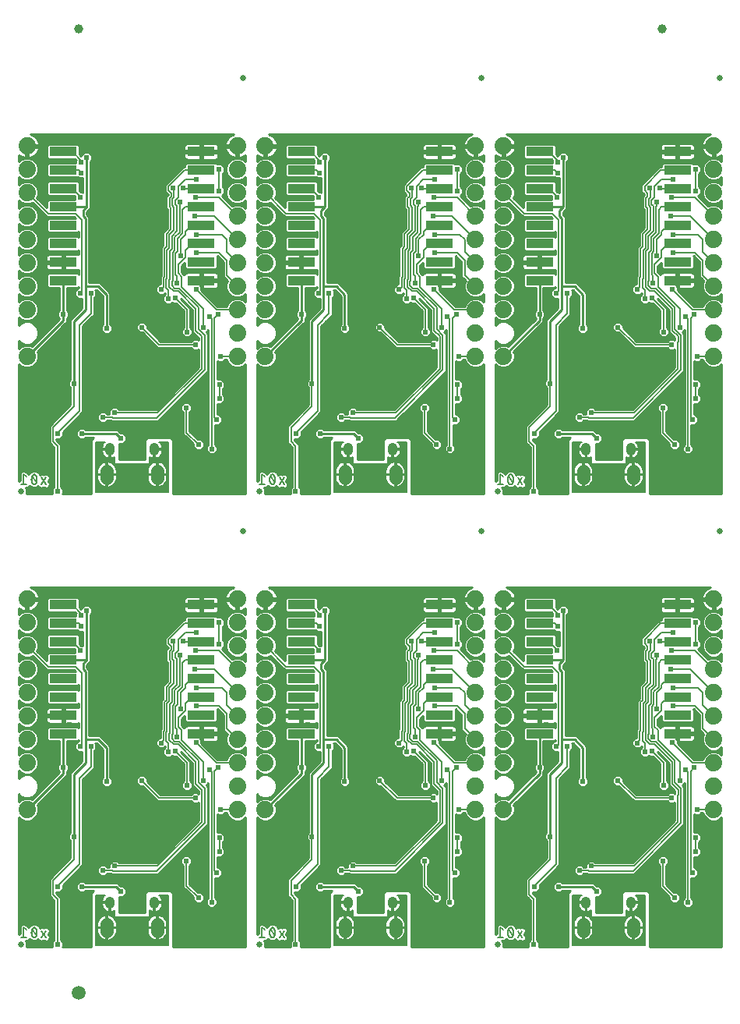
<source format=gbl>
G75*
%MOIN*%
%OFA0B0*%
%FSLAX25Y25*%
%IPPOS*%
%LPD*%
%AMOC8*
5,1,8,0,0,1.08239X$1,22.5*
%
%ADD10C,0.00800*%
%ADD11R,0.11811X0.03937*%
%ADD12C,0.05512*%
%ADD13C,0.03937*%
%ADD14C,0.07400*%
%ADD15C,0.02500*%
%ADD16C,0.03937*%
%ADD17C,0.05906*%
%ADD18C,0.01000*%
%ADD19C,0.02400*%
%ADD20C,0.00600*%
D10*
X0030950Y0044150D02*
X0033283Y0044150D01*
X0032117Y0044150D02*
X0032117Y0048350D01*
X0033283Y0047417D01*
X0037783Y0046250D02*
X0037781Y0046138D01*
X0037776Y0046026D01*
X0037767Y0045914D01*
X0037754Y0045803D01*
X0037738Y0045692D01*
X0037718Y0045581D01*
X0037694Y0045472D01*
X0037667Y0045363D01*
X0037637Y0045255D01*
X0037603Y0045148D01*
X0037566Y0045042D01*
X0037525Y0044938D01*
X0037481Y0044835D01*
X0037433Y0044733D01*
X0037550Y0045083D02*
X0035683Y0047417D01*
X0035801Y0047767D02*
X0035821Y0047820D01*
X0035844Y0047871D01*
X0035871Y0047920D01*
X0035901Y0047968D01*
X0035934Y0048014D01*
X0035969Y0048057D01*
X0036008Y0048098D01*
X0036049Y0048137D01*
X0036093Y0048173D01*
X0036139Y0048205D01*
X0036186Y0048235D01*
X0036236Y0048261D01*
X0036288Y0048285D01*
X0036340Y0048304D01*
X0036394Y0048321D01*
X0036449Y0048333D01*
X0036505Y0048343D01*
X0036561Y0048348D01*
X0036617Y0048350D01*
X0036673Y0048348D01*
X0036729Y0048343D01*
X0036785Y0048333D01*
X0036840Y0048321D01*
X0036894Y0048304D01*
X0036946Y0048285D01*
X0036998Y0048261D01*
X0037048Y0048235D01*
X0037095Y0048205D01*
X0037141Y0048172D01*
X0037185Y0048137D01*
X0037226Y0048098D01*
X0037265Y0048057D01*
X0037300Y0048014D01*
X0037333Y0047968D01*
X0037363Y0047920D01*
X0037390Y0047871D01*
X0037413Y0047820D01*
X0037433Y0047767D01*
X0035800Y0047767D02*
X0035752Y0047665D01*
X0035708Y0047562D01*
X0035667Y0047458D01*
X0035630Y0047352D01*
X0035596Y0047245D01*
X0035566Y0047137D01*
X0035539Y0047028D01*
X0035515Y0046919D01*
X0035495Y0046808D01*
X0035479Y0046697D01*
X0035466Y0046586D01*
X0035457Y0046474D01*
X0035452Y0046362D01*
X0035450Y0046250D01*
X0037783Y0046250D02*
X0037781Y0046362D01*
X0037776Y0046474D01*
X0037767Y0046586D01*
X0037754Y0046697D01*
X0037738Y0046808D01*
X0037718Y0046919D01*
X0037694Y0047028D01*
X0037667Y0047137D01*
X0037637Y0047245D01*
X0037603Y0047352D01*
X0037566Y0047458D01*
X0037525Y0047562D01*
X0037481Y0047665D01*
X0037433Y0047767D01*
X0035450Y0046250D02*
X0035452Y0046138D01*
X0035457Y0046026D01*
X0035466Y0045914D01*
X0035479Y0045803D01*
X0035495Y0045692D01*
X0035515Y0045581D01*
X0035539Y0045472D01*
X0035566Y0045363D01*
X0035596Y0045255D01*
X0035630Y0045148D01*
X0035667Y0045042D01*
X0035708Y0044938D01*
X0035752Y0044835D01*
X0035800Y0044733D01*
X0036617Y0044150D02*
X0036673Y0044152D01*
X0036729Y0044157D01*
X0036785Y0044167D01*
X0036840Y0044179D01*
X0036894Y0044196D01*
X0036946Y0044215D01*
X0036998Y0044239D01*
X0037048Y0044265D01*
X0037095Y0044295D01*
X0037141Y0044327D01*
X0037185Y0044363D01*
X0037226Y0044402D01*
X0037265Y0044443D01*
X0037300Y0044486D01*
X0037333Y0044532D01*
X0037363Y0044580D01*
X0037390Y0044629D01*
X0037413Y0044680D01*
X0037433Y0044733D01*
X0036617Y0044150D02*
X0036561Y0044152D01*
X0036505Y0044157D01*
X0036449Y0044167D01*
X0036394Y0044179D01*
X0036340Y0044196D01*
X0036288Y0044215D01*
X0036236Y0044239D01*
X0036186Y0044265D01*
X0036139Y0044295D01*
X0036093Y0044327D01*
X0036049Y0044363D01*
X0036008Y0044402D01*
X0035969Y0044443D01*
X0035934Y0044486D01*
X0035901Y0044532D01*
X0035871Y0044580D01*
X0035844Y0044629D01*
X0035821Y0044680D01*
X0035801Y0044733D01*
X0039733Y0044150D02*
X0041600Y0046950D01*
X0039733Y0046950D02*
X0041600Y0044150D01*
X0132871Y0044150D02*
X0135205Y0044150D01*
X0134038Y0044150D02*
X0134038Y0048350D01*
X0135205Y0047417D01*
X0139704Y0046250D02*
X0139702Y0046138D01*
X0139697Y0046026D01*
X0139688Y0045914D01*
X0139675Y0045803D01*
X0139659Y0045692D01*
X0139639Y0045581D01*
X0139615Y0045472D01*
X0139588Y0045363D01*
X0139558Y0045255D01*
X0139524Y0045148D01*
X0139487Y0045042D01*
X0139446Y0044938D01*
X0139402Y0044835D01*
X0139354Y0044733D01*
X0139471Y0045083D02*
X0137605Y0047417D01*
X0137722Y0047767D02*
X0137742Y0047820D01*
X0137765Y0047871D01*
X0137792Y0047920D01*
X0137822Y0047968D01*
X0137855Y0048014D01*
X0137890Y0048057D01*
X0137929Y0048098D01*
X0137970Y0048137D01*
X0138014Y0048173D01*
X0138060Y0048205D01*
X0138107Y0048235D01*
X0138157Y0048261D01*
X0138209Y0048285D01*
X0138261Y0048304D01*
X0138315Y0048321D01*
X0138370Y0048333D01*
X0138426Y0048343D01*
X0138482Y0048348D01*
X0138538Y0048350D01*
X0138594Y0048348D01*
X0138650Y0048343D01*
X0138706Y0048333D01*
X0138761Y0048321D01*
X0138815Y0048304D01*
X0138867Y0048285D01*
X0138919Y0048261D01*
X0138969Y0048235D01*
X0139016Y0048205D01*
X0139062Y0048172D01*
X0139106Y0048137D01*
X0139147Y0048098D01*
X0139186Y0048057D01*
X0139221Y0048014D01*
X0139254Y0047968D01*
X0139284Y0047920D01*
X0139311Y0047871D01*
X0139334Y0047820D01*
X0139354Y0047767D01*
X0137721Y0047767D02*
X0137673Y0047665D01*
X0137629Y0047562D01*
X0137588Y0047458D01*
X0137551Y0047352D01*
X0137517Y0047245D01*
X0137487Y0047137D01*
X0137460Y0047028D01*
X0137436Y0046919D01*
X0137416Y0046808D01*
X0137400Y0046697D01*
X0137387Y0046586D01*
X0137378Y0046474D01*
X0137373Y0046362D01*
X0137371Y0046250D01*
X0139705Y0046250D02*
X0139703Y0046362D01*
X0139698Y0046474D01*
X0139689Y0046586D01*
X0139676Y0046697D01*
X0139660Y0046808D01*
X0139640Y0046919D01*
X0139616Y0047028D01*
X0139589Y0047137D01*
X0139559Y0047245D01*
X0139525Y0047352D01*
X0139488Y0047458D01*
X0139447Y0047562D01*
X0139403Y0047665D01*
X0139355Y0047767D01*
X0137371Y0046250D02*
X0137373Y0046138D01*
X0137378Y0046026D01*
X0137387Y0045914D01*
X0137400Y0045803D01*
X0137416Y0045692D01*
X0137436Y0045581D01*
X0137460Y0045472D01*
X0137487Y0045363D01*
X0137517Y0045255D01*
X0137551Y0045148D01*
X0137588Y0045042D01*
X0137629Y0044938D01*
X0137673Y0044835D01*
X0137721Y0044733D01*
X0137722Y0044733D02*
X0137742Y0044680D01*
X0137765Y0044629D01*
X0137792Y0044580D01*
X0137822Y0044532D01*
X0137855Y0044486D01*
X0137890Y0044443D01*
X0137929Y0044402D01*
X0137970Y0044363D01*
X0138014Y0044327D01*
X0138060Y0044295D01*
X0138107Y0044265D01*
X0138157Y0044239D01*
X0138209Y0044215D01*
X0138261Y0044196D01*
X0138315Y0044179D01*
X0138370Y0044167D01*
X0138426Y0044157D01*
X0138482Y0044152D01*
X0138538Y0044150D01*
X0138594Y0044152D01*
X0138650Y0044157D01*
X0138706Y0044167D01*
X0138761Y0044179D01*
X0138815Y0044196D01*
X0138867Y0044215D01*
X0138919Y0044239D01*
X0138969Y0044265D01*
X0139016Y0044295D01*
X0139062Y0044327D01*
X0139106Y0044363D01*
X0139147Y0044402D01*
X0139186Y0044443D01*
X0139221Y0044486D01*
X0139254Y0044532D01*
X0139284Y0044580D01*
X0139311Y0044629D01*
X0139334Y0044680D01*
X0139354Y0044733D01*
X0141655Y0044150D02*
X0143521Y0046950D01*
X0141655Y0046950D02*
X0143521Y0044150D01*
X0234793Y0044150D02*
X0237126Y0044150D01*
X0235959Y0044150D02*
X0235959Y0048350D01*
X0237126Y0047417D01*
X0241626Y0046250D02*
X0241624Y0046138D01*
X0241619Y0046026D01*
X0241610Y0045914D01*
X0241597Y0045803D01*
X0241581Y0045692D01*
X0241561Y0045581D01*
X0241537Y0045472D01*
X0241510Y0045363D01*
X0241480Y0045255D01*
X0241446Y0045148D01*
X0241409Y0045042D01*
X0241368Y0044938D01*
X0241324Y0044835D01*
X0241276Y0044733D01*
X0241393Y0045083D02*
X0239526Y0047417D01*
X0239643Y0047767D02*
X0239663Y0047820D01*
X0239686Y0047871D01*
X0239713Y0047920D01*
X0239743Y0047968D01*
X0239776Y0048014D01*
X0239811Y0048057D01*
X0239850Y0048098D01*
X0239891Y0048137D01*
X0239935Y0048173D01*
X0239981Y0048205D01*
X0240028Y0048235D01*
X0240078Y0048261D01*
X0240130Y0048285D01*
X0240182Y0048304D01*
X0240236Y0048321D01*
X0240291Y0048333D01*
X0240347Y0048343D01*
X0240403Y0048348D01*
X0240459Y0048350D01*
X0240515Y0048348D01*
X0240571Y0048343D01*
X0240627Y0048333D01*
X0240682Y0048321D01*
X0240736Y0048304D01*
X0240788Y0048285D01*
X0240840Y0048261D01*
X0240890Y0048235D01*
X0240937Y0048205D01*
X0240983Y0048172D01*
X0241027Y0048137D01*
X0241068Y0048098D01*
X0241107Y0048057D01*
X0241142Y0048014D01*
X0241175Y0047968D01*
X0241205Y0047920D01*
X0241232Y0047871D01*
X0241255Y0047820D01*
X0241275Y0047767D01*
X0239643Y0047767D02*
X0239595Y0047665D01*
X0239551Y0047562D01*
X0239510Y0047458D01*
X0239473Y0047352D01*
X0239439Y0047245D01*
X0239409Y0047137D01*
X0239382Y0047028D01*
X0239358Y0046919D01*
X0239338Y0046808D01*
X0239322Y0046697D01*
X0239309Y0046586D01*
X0239300Y0046474D01*
X0239295Y0046362D01*
X0239293Y0046250D01*
X0241626Y0046250D02*
X0241624Y0046362D01*
X0241619Y0046474D01*
X0241610Y0046586D01*
X0241597Y0046697D01*
X0241581Y0046808D01*
X0241561Y0046919D01*
X0241537Y0047028D01*
X0241510Y0047137D01*
X0241480Y0047245D01*
X0241446Y0047352D01*
X0241409Y0047458D01*
X0241368Y0047562D01*
X0241324Y0047665D01*
X0241276Y0047767D01*
X0239293Y0046250D02*
X0239295Y0046138D01*
X0239300Y0046026D01*
X0239309Y0045914D01*
X0239322Y0045803D01*
X0239338Y0045692D01*
X0239358Y0045581D01*
X0239382Y0045472D01*
X0239409Y0045363D01*
X0239439Y0045255D01*
X0239473Y0045148D01*
X0239510Y0045042D01*
X0239551Y0044938D01*
X0239595Y0044835D01*
X0239643Y0044733D01*
X0240459Y0044150D02*
X0240515Y0044152D01*
X0240571Y0044157D01*
X0240627Y0044167D01*
X0240682Y0044179D01*
X0240736Y0044196D01*
X0240788Y0044215D01*
X0240840Y0044239D01*
X0240890Y0044265D01*
X0240937Y0044295D01*
X0240983Y0044327D01*
X0241027Y0044363D01*
X0241068Y0044402D01*
X0241107Y0044443D01*
X0241142Y0044486D01*
X0241175Y0044532D01*
X0241205Y0044580D01*
X0241232Y0044629D01*
X0241255Y0044680D01*
X0241275Y0044733D01*
X0240459Y0044150D02*
X0240403Y0044152D01*
X0240347Y0044157D01*
X0240291Y0044167D01*
X0240236Y0044179D01*
X0240182Y0044196D01*
X0240130Y0044215D01*
X0240078Y0044239D01*
X0240028Y0044265D01*
X0239981Y0044295D01*
X0239935Y0044327D01*
X0239891Y0044363D01*
X0239850Y0044402D01*
X0239811Y0044443D01*
X0239776Y0044486D01*
X0239743Y0044532D01*
X0239713Y0044580D01*
X0239686Y0044629D01*
X0239663Y0044680D01*
X0239643Y0044733D01*
X0243576Y0044150D02*
X0245442Y0046950D01*
X0243576Y0046950D02*
X0245442Y0044150D01*
X0245442Y0237851D02*
X0243576Y0240651D01*
X0239293Y0239951D02*
X0239295Y0239839D01*
X0239300Y0239727D01*
X0239309Y0239615D01*
X0239322Y0239504D01*
X0239338Y0239393D01*
X0239358Y0239282D01*
X0239382Y0239173D01*
X0239409Y0239064D01*
X0239439Y0238956D01*
X0239473Y0238849D01*
X0239510Y0238743D01*
X0239551Y0238639D01*
X0239595Y0238536D01*
X0239643Y0238434D01*
X0239663Y0238381D01*
X0239686Y0238330D01*
X0239713Y0238281D01*
X0239743Y0238233D01*
X0239776Y0238187D01*
X0239811Y0238144D01*
X0239850Y0238103D01*
X0239891Y0238064D01*
X0239935Y0238028D01*
X0239981Y0237996D01*
X0240028Y0237966D01*
X0240078Y0237940D01*
X0240130Y0237916D01*
X0240182Y0237897D01*
X0240236Y0237880D01*
X0240291Y0237868D01*
X0240347Y0237858D01*
X0240403Y0237853D01*
X0240459Y0237851D01*
X0240515Y0237853D01*
X0240571Y0237858D01*
X0240627Y0237868D01*
X0240682Y0237880D01*
X0240736Y0237897D01*
X0240788Y0237916D01*
X0240840Y0237940D01*
X0240890Y0237966D01*
X0240937Y0237996D01*
X0240983Y0238028D01*
X0241027Y0238064D01*
X0241068Y0238103D01*
X0241107Y0238144D01*
X0241142Y0238187D01*
X0241175Y0238233D01*
X0241205Y0238281D01*
X0241232Y0238330D01*
X0241255Y0238381D01*
X0241275Y0238434D01*
X0241393Y0238784D02*
X0239526Y0241117D01*
X0239643Y0241467D02*
X0239663Y0241520D01*
X0239686Y0241571D01*
X0239713Y0241620D01*
X0239743Y0241668D01*
X0239776Y0241714D01*
X0239811Y0241757D01*
X0239850Y0241798D01*
X0239891Y0241837D01*
X0239935Y0241873D01*
X0239981Y0241905D01*
X0240028Y0241935D01*
X0240078Y0241961D01*
X0240130Y0241985D01*
X0240182Y0242004D01*
X0240236Y0242021D01*
X0240291Y0242033D01*
X0240347Y0242043D01*
X0240403Y0242048D01*
X0240459Y0242050D01*
X0240515Y0242048D01*
X0240571Y0242043D01*
X0240627Y0242033D01*
X0240682Y0242021D01*
X0240736Y0242004D01*
X0240788Y0241985D01*
X0240840Y0241961D01*
X0240890Y0241935D01*
X0240937Y0241905D01*
X0240983Y0241872D01*
X0241027Y0241837D01*
X0241068Y0241798D01*
X0241107Y0241757D01*
X0241142Y0241714D01*
X0241175Y0241668D01*
X0241205Y0241620D01*
X0241232Y0241571D01*
X0241255Y0241520D01*
X0241275Y0241467D01*
X0239643Y0241468D02*
X0239595Y0241366D01*
X0239551Y0241263D01*
X0239510Y0241159D01*
X0239473Y0241053D01*
X0239439Y0240946D01*
X0239409Y0240838D01*
X0239382Y0240729D01*
X0239358Y0240620D01*
X0239338Y0240509D01*
X0239322Y0240398D01*
X0239309Y0240287D01*
X0239300Y0240175D01*
X0239295Y0240063D01*
X0239293Y0239951D01*
X0241626Y0239951D02*
X0241624Y0240063D01*
X0241619Y0240175D01*
X0241610Y0240287D01*
X0241597Y0240398D01*
X0241581Y0240509D01*
X0241561Y0240620D01*
X0241537Y0240729D01*
X0241510Y0240838D01*
X0241480Y0240946D01*
X0241446Y0241053D01*
X0241409Y0241159D01*
X0241368Y0241263D01*
X0241324Y0241366D01*
X0241276Y0241468D01*
X0241626Y0239951D02*
X0241624Y0239839D01*
X0241619Y0239727D01*
X0241610Y0239615D01*
X0241597Y0239504D01*
X0241581Y0239393D01*
X0241561Y0239282D01*
X0241537Y0239173D01*
X0241510Y0239064D01*
X0241480Y0238956D01*
X0241446Y0238849D01*
X0241409Y0238743D01*
X0241368Y0238639D01*
X0241324Y0238536D01*
X0241276Y0238434D01*
X0243576Y0237851D02*
X0245442Y0240651D01*
X0237126Y0241117D02*
X0235959Y0242051D01*
X0235959Y0237851D01*
X0234793Y0237851D02*
X0237126Y0237851D01*
X0143521Y0237851D02*
X0141655Y0240651D01*
X0137371Y0239951D02*
X0137373Y0239839D01*
X0137378Y0239727D01*
X0137387Y0239615D01*
X0137400Y0239504D01*
X0137416Y0239393D01*
X0137436Y0239282D01*
X0137460Y0239173D01*
X0137487Y0239064D01*
X0137517Y0238956D01*
X0137551Y0238849D01*
X0137588Y0238743D01*
X0137629Y0238639D01*
X0137673Y0238536D01*
X0137721Y0238434D01*
X0138538Y0237851D02*
X0138594Y0237853D01*
X0138650Y0237858D01*
X0138706Y0237868D01*
X0138761Y0237880D01*
X0138815Y0237897D01*
X0138867Y0237916D01*
X0138919Y0237940D01*
X0138969Y0237966D01*
X0139016Y0237996D01*
X0139062Y0238028D01*
X0139106Y0238064D01*
X0139147Y0238103D01*
X0139186Y0238144D01*
X0139221Y0238187D01*
X0139254Y0238233D01*
X0139284Y0238281D01*
X0139311Y0238330D01*
X0139334Y0238381D01*
X0139354Y0238434D01*
X0139471Y0238784D02*
X0137605Y0241117D01*
X0137722Y0241467D02*
X0137742Y0241520D01*
X0137765Y0241571D01*
X0137792Y0241620D01*
X0137822Y0241668D01*
X0137855Y0241714D01*
X0137890Y0241757D01*
X0137929Y0241798D01*
X0137970Y0241837D01*
X0138014Y0241873D01*
X0138060Y0241905D01*
X0138107Y0241935D01*
X0138157Y0241961D01*
X0138209Y0241985D01*
X0138261Y0242004D01*
X0138315Y0242021D01*
X0138370Y0242033D01*
X0138426Y0242043D01*
X0138482Y0242048D01*
X0138538Y0242050D01*
X0138594Y0242048D01*
X0138650Y0242043D01*
X0138706Y0242033D01*
X0138761Y0242021D01*
X0138815Y0242004D01*
X0138867Y0241985D01*
X0138919Y0241961D01*
X0138969Y0241935D01*
X0139016Y0241905D01*
X0139062Y0241872D01*
X0139106Y0241837D01*
X0139147Y0241798D01*
X0139186Y0241757D01*
X0139221Y0241714D01*
X0139254Y0241668D01*
X0139284Y0241620D01*
X0139311Y0241571D01*
X0139334Y0241520D01*
X0139354Y0241467D01*
X0137721Y0241468D02*
X0137673Y0241366D01*
X0137629Y0241263D01*
X0137588Y0241159D01*
X0137551Y0241053D01*
X0137517Y0240946D01*
X0137487Y0240838D01*
X0137460Y0240729D01*
X0137436Y0240620D01*
X0137416Y0240509D01*
X0137400Y0240398D01*
X0137387Y0240287D01*
X0137378Y0240175D01*
X0137373Y0240063D01*
X0137371Y0239951D01*
X0139705Y0239951D02*
X0139703Y0240063D01*
X0139698Y0240175D01*
X0139689Y0240287D01*
X0139676Y0240398D01*
X0139660Y0240509D01*
X0139640Y0240620D01*
X0139616Y0240729D01*
X0139589Y0240838D01*
X0139559Y0240946D01*
X0139525Y0241053D01*
X0139488Y0241159D01*
X0139447Y0241263D01*
X0139403Y0241366D01*
X0139355Y0241468D01*
X0137722Y0238434D02*
X0137742Y0238381D01*
X0137765Y0238330D01*
X0137792Y0238281D01*
X0137822Y0238233D01*
X0137855Y0238187D01*
X0137890Y0238144D01*
X0137929Y0238103D01*
X0137970Y0238064D01*
X0138014Y0238028D01*
X0138060Y0237996D01*
X0138107Y0237966D01*
X0138157Y0237940D01*
X0138209Y0237916D01*
X0138261Y0237897D01*
X0138315Y0237880D01*
X0138370Y0237868D01*
X0138426Y0237858D01*
X0138482Y0237853D01*
X0138538Y0237851D01*
X0139354Y0238434D02*
X0139402Y0238536D01*
X0139446Y0238639D01*
X0139487Y0238743D01*
X0139524Y0238849D01*
X0139558Y0238956D01*
X0139588Y0239064D01*
X0139615Y0239173D01*
X0139639Y0239282D01*
X0139659Y0239393D01*
X0139675Y0239504D01*
X0139688Y0239615D01*
X0139697Y0239727D01*
X0139702Y0239839D01*
X0139704Y0239951D01*
X0141655Y0237851D02*
X0143521Y0240651D01*
X0135205Y0241117D02*
X0134038Y0242051D01*
X0134038Y0237851D01*
X0135205Y0237851D02*
X0132871Y0237851D01*
X0041600Y0237851D02*
X0039733Y0240651D01*
X0035450Y0239951D02*
X0035452Y0239839D01*
X0035457Y0239727D01*
X0035466Y0239615D01*
X0035479Y0239504D01*
X0035495Y0239393D01*
X0035515Y0239282D01*
X0035539Y0239173D01*
X0035566Y0239064D01*
X0035596Y0238956D01*
X0035630Y0238849D01*
X0035667Y0238743D01*
X0035708Y0238639D01*
X0035752Y0238536D01*
X0035800Y0238434D01*
X0036617Y0237851D02*
X0036673Y0237853D01*
X0036729Y0237858D01*
X0036785Y0237868D01*
X0036840Y0237880D01*
X0036894Y0237897D01*
X0036946Y0237916D01*
X0036998Y0237940D01*
X0037048Y0237966D01*
X0037095Y0237996D01*
X0037141Y0238028D01*
X0037185Y0238064D01*
X0037226Y0238103D01*
X0037265Y0238144D01*
X0037300Y0238187D01*
X0037333Y0238233D01*
X0037363Y0238281D01*
X0037390Y0238330D01*
X0037413Y0238381D01*
X0037433Y0238434D01*
X0037550Y0238784D02*
X0035683Y0241117D01*
X0035801Y0241467D02*
X0035821Y0241520D01*
X0035844Y0241571D01*
X0035871Y0241620D01*
X0035901Y0241668D01*
X0035934Y0241714D01*
X0035969Y0241757D01*
X0036008Y0241798D01*
X0036049Y0241837D01*
X0036093Y0241873D01*
X0036139Y0241905D01*
X0036186Y0241935D01*
X0036236Y0241961D01*
X0036288Y0241985D01*
X0036340Y0242004D01*
X0036394Y0242021D01*
X0036449Y0242033D01*
X0036505Y0242043D01*
X0036561Y0242048D01*
X0036617Y0242050D01*
X0036673Y0242048D01*
X0036729Y0242043D01*
X0036785Y0242033D01*
X0036840Y0242021D01*
X0036894Y0242004D01*
X0036946Y0241985D01*
X0036998Y0241961D01*
X0037048Y0241935D01*
X0037095Y0241905D01*
X0037141Y0241872D01*
X0037185Y0241837D01*
X0037226Y0241798D01*
X0037265Y0241757D01*
X0037300Y0241714D01*
X0037333Y0241668D01*
X0037363Y0241620D01*
X0037390Y0241571D01*
X0037413Y0241520D01*
X0037433Y0241467D01*
X0035800Y0241468D02*
X0035752Y0241366D01*
X0035708Y0241263D01*
X0035667Y0241159D01*
X0035630Y0241053D01*
X0035596Y0240946D01*
X0035566Y0240838D01*
X0035539Y0240729D01*
X0035515Y0240620D01*
X0035495Y0240509D01*
X0035479Y0240398D01*
X0035466Y0240287D01*
X0035457Y0240175D01*
X0035452Y0240063D01*
X0035450Y0239951D01*
X0037783Y0239951D02*
X0037781Y0240063D01*
X0037776Y0240175D01*
X0037767Y0240287D01*
X0037754Y0240398D01*
X0037738Y0240509D01*
X0037718Y0240620D01*
X0037694Y0240729D01*
X0037667Y0240838D01*
X0037637Y0240946D01*
X0037603Y0241053D01*
X0037566Y0241159D01*
X0037525Y0241263D01*
X0037481Y0241366D01*
X0037433Y0241468D01*
X0035801Y0238434D02*
X0035821Y0238381D01*
X0035844Y0238330D01*
X0035871Y0238281D01*
X0035901Y0238233D01*
X0035934Y0238187D01*
X0035969Y0238144D01*
X0036008Y0238103D01*
X0036049Y0238064D01*
X0036093Y0238028D01*
X0036139Y0237996D01*
X0036186Y0237966D01*
X0036236Y0237940D01*
X0036288Y0237916D01*
X0036340Y0237897D01*
X0036394Y0237880D01*
X0036449Y0237868D01*
X0036505Y0237858D01*
X0036561Y0237853D01*
X0036617Y0237851D01*
X0037433Y0238434D02*
X0037481Y0238536D01*
X0037525Y0238639D01*
X0037566Y0238743D01*
X0037603Y0238849D01*
X0037637Y0238956D01*
X0037667Y0239064D01*
X0037694Y0239173D01*
X0037718Y0239282D01*
X0037738Y0239393D01*
X0037754Y0239504D01*
X0037767Y0239615D01*
X0037776Y0239727D01*
X0037781Y0239839D01*
X0037783Y0239951D01*
X0039733Y0237851D02*
X0041600Y0240651D01*
X0033283Y0241117D02*
X0032117Y0242051D01*
X0032117Y0237851D01*
X0033283Y0237851D02*
X0030950Y0237851D01*
D11*
X0048972Y0186309D03*
X0048972Y0178435D03*
X0048972Y0170561D03*
X0048972Y0162687D03*
X0048972Y0154813D03*
X0048972Y0146939D03*
X0048972Y0139065D03*
X0048972Y0131191D03*
X0108028Y0131191D03*
X0108028Y0139065D03*
X0108028Y0146939D03*
X0108028Y0154813D03*
X0108028Y0162687D03*
X0108028Y0170561D03*
X0108028Y0178435D03*
X0108028Y0186309D03*
X0150894Y0186309D03*
X0150894Y0178435D03*
X0150894Y0170561D03*
X0150894Y0162687D03*
X0150894Y0154813D03*
X0150894Y0146939D03*
X0150894Y0139065D03*
X0150894Y0131191D03*
X0209949Y0131191D03*
X0209949Y0139065D03*
X0209949Y0146939D03*
X0209949Y0154813D03*
X0209949Y0162687D03*
X0209949Y0170561D03*
X0209949Y0178435D03*
X0209949Y0186309D03*
X0252815Y0186309D03*
X0252815Y0178435D03*
X0252815Y0170561D03*
X0252815Y0162687D03*
X0252815Y0154813D03*
X0252815Y0146939D03*
X0252815Y0139065D03*
X0252815Y0131191D03*
X0311870Y0131191D03*
X0311870Y0139065D03*
X0311870Y0146939D03*
X0311870Y0154813D03*
X0311870Y0162687D03*
X0311870Y0170561D03*
X0311870Y0178435D03*
X0311870Y0186309D03*
X0311870Y0324892D03*
X0311870Y0332766D03*
X0311870Y0340640D03*
X0311870Y0348514D03*
X0311870Y0356388D03*
X0311870Y0364262D03*
X0311870Y0372136D03*
X0311870Y0380010D03*
X0252815Y0380010D03*
X0252815Y0372136D03*
X0252815Y0364262D03*
X0252815Y0356388D03*
X0252815Y0348514D03*
X0252815Y0340640D03*
X0252815Y0332766D03*
X0252815Y0324892D03*
X0209949Y0324892D03*
X0209949Y0332766D03*
X0209949Y0340640D03*
X0209949Y0348514D03*
X0209949Y0356388D03*
X0209949Y0364262D03*
X0209949Y0372136D03*
X0209949Y0380010D03*
X0150894Y0380010D03*
X0150894Y0372136D03*
X0150894Y0364262D03*
X0150894Y0356388D03*
X0150894Y0348514D03*
X0150894Y0340640D03*
X0150894Y0332766D03*
X0150894Y0324892D03*
X0108028Y0324892D03*
X0108028Y0332766D03*
X0108028Y0340640D03*
X0108028Y0348514D03*
X0108028Y0356388D03*
X0108028Y0364262D03*
X0108028Y0372136D03*
X0108028Y0380010D03*
X0048972Y0380010D03*
X0048972Y0372136D03*
X0048972Y0364262D03*
X0048972Y0356388D03*
X0048972Y0348514D03*
X0048972Y0340640D03*
X0048972Y0332766D03*
X0048972Y0324892D03*
D12*
X0067746Y0243365D02*
X0067746Y0240609D01*
X0089242Y0240609D02*
X0089242Y0243365D01*
X0169668Y0243365D02*
X0169668Y0240609D01*
X0191164Y0240609D02*
X0191164Y0243365D01*
X0271589Y0243365D02*
X0271589Y0240609D01*
X0293085Y0240609D02*
X0293085Y0243365D01*
X0293085Y0049664D02*
X0293085Y0046908D01*
X0271589Y0046908D02*
X0271589Y0049664D01*
X0191164Y0049664D02*
X0191164Y0046908D01*
X0169668Y0046908D02*
X0169668Y0049664D01*
X0089242Y0049664D02*
X0089242Y0046908D01*
X0067746Y0046908D02*
X0067746Y0049664D01*
D13*
X0068933Y0058427D02*
X0068933Y0059609D01*
X0068933Y0058427D02*
X0068933Y0058427D01*
X0068933Y0059609D01*
X0068933Y0059609D01*
X0088067Y0059609D02*
X0088067Y0058427D01*
X0088067Y0058427D01*
X0088067Y0059609D01*
X0088067Y0059609D01*
X0170854Y0059609D02*
X0170854Y0058427D01*
X0170854Y0058427D01*
X0170854Y0059609D01*
X0170854Y0059609D01*
X0189988Y0059609D02*
X0189988Y0058427D01*
X0189988Y0058427D01*
X0189988Y0059609D01*
X0189988Y0059609D01*
X0272776Y0059609D02*
X0272776Y0058427D01*
X0272776Y0058427D01*
X0272776Y0059609D01*
X0272776Y0059609D01*
X0291909Y0059609D02*
X0291909Y0058427D01*
X0291909Y0058427D01*
X0291909Y0059609D01*
X0291909Y0059609D01*
X0291909Y0252128D02*
X0291909Y0253310D01*
X0291909Y0252128D02*
X0291909Y0252128D01*
X0291909Y0253310D01*
X0291909Y0253310D01*
X0272776Y0253310D02*
X0272776Y0252128D01*
X0272776Y0252128D01*
X0272776Y0253310D01*
X0272776Y0253310D01*
X0189988Y0253310D02*
X0189988Y0252128D01*
X0189988Y0252128D01*
X0189988Y0253310D01*
X0189988Y0253310D01*
X0170854Y0253310D02*
X0170854Y0252128D01*
X0170854Y0252128D01*
X0170854Y0253310D01*
X0170854Y0253310D01*
X0088067Y0253310D02*
X0088067Y0252128D01*
X0088067Y0252128D01*
X0088067Y0253310D01*
X0088067Y0253310D01*
X0068933Y0253310D02*
X0068933Y0252128D01*
X0068933Y0252128D01*
X0068933Y0253310D01*
X0068933Y0253310D01*
D14*
X0033500Y0292451D03*
X0033500Y0312451D03*
X0033500Y0322451D03*
X0033500Y0332451D03*
X0033500Y0342451D03*
X0033500Y0352451D03*
X0033500Y0362451D03*
X0033500Y0372451D03*
X0033500Y0382451D03*
X0123500Y0382451D03*
X0123500Y0372451D03*
X0123500Y0362451D03*
X0123500Y0352451D03*
X0123500Y0342451D03*
X0123500Y0332451D03*
X0123500Y0322451D03*
X0123500Y0312451D03*
X0123500Y0302451D03*
X0123500Y0292451D03*
X0135421Y0292451D03*
X0135421Y0312451D03*
X0135421Y0322451D03*
X0135421Y0332451D03*
X0135421Y0342451D03*
X0135421Y0352451D03*
X0135421Y0362451D03*
X0135421Y0372451D03*
X0135421Y0382451D03*
X0225421Y0382451D03*
X0225421Y0372451D03*
X0225421Y0362451D03*
X0225421Y0352451D03*
X0225421Y0342451D03*
X0225421Y0332451D03*
X0225421Y0322451D03*
X0225421Y0312451D03*
X0225421Y0302451D03*
X0225421Y0292451D03*
X0237342Y0292451D03*
X0237342Y0312451D03*
X0237342Y0322451D03*
X0237342Y0332451D03*
X0237342Y0342451D03*
X0237342Y0352451D03*
X0237342Y0362451D03*
X0237342Y0372451D03*
X0237342Y0382451D03*
X0327342Y0382451D03*
X0327342Y0372451D03*
X0327342Y0362451D03*
X0327342Y0352451D03*
X0327342Y0342451D03*
X0327342Y0332451D03*
X0327342Y0322451D03*
X0327342Y0312451D03*
X0327342Y0302451D03*
X0327342Y0292451D03*
X0327342Y0188750D03*
X0327342Y0178750D03*
X0327342Y0168750D03*
X0327342Y0158750D03*
X0327342Y0148750D03*
X0327342Y0138750D03*
X0327342Y0128750D03*
X0327342Y0118750D03*
X0327342Y0108750D03*
X0327342Y0098750D03*
X0237342Y0098750D03*
X0225421Y0098750D03*
X0225421Y0108750D03*
X0225421Y0118750D03*
X0225421Y0128750D03*
X0225421Y0138750D03*
X0225421Y0148750D03*
X0225421Y0158750D03*
X0225421Y0168750D03*
X0225421Y0178750D03*
X0225421Y0188750D03*
X0237342Y0188750D03*
X0237342Y0178750D03*
X0237342Y0168750D03*
X0237342Y0158750D03*
X0237342Y0148750D03*
X0237342Y0138750D03*
X0237342Y0128750D03*
X0237342Y0118750D03*
X0135421Y0118750D03*
X0135421Y0128750D03*
X0135421Y0138750D03*
X0135421Y0148750D03*
X0135421Y0158750D03*
X0135421Y0168750D03*
X0135421Y0178750D03*
X0135421Y0188750D03*
X0123500Y0188750D03*
X0123500Y0178750D03*
X0123500Y0168750D03*
X0123500Y0158750D03*
X0123500Y0148750D03*
X0123500Y0138750D03*
X0123500Y0128750D03*
X0123500Y0118750D03*
X0123500Y0108750D03*
X0123500Y0098750D03*
X0135421Y0098750D03*
X0033500Y0098750D03*
X0033500Y0118750D03*
X0033500Y0128750D03*
X0033500Y0138750D03*
X0033500Y0148750D03*
X0033500Y0158750D03*
X0033500Y0168750D03*
X0033500Y0178750D03*
X0033500Y0188750D03*
D15*
X0031000Y0041250D03*
X0132921Y0041250D03*
X0234842Y0041250D03*
X0227921Y0217750D03*
X0234842Y0234951D03*
X0329842Y0217750D03*
X0329842Y0411451D03*
X0227921Y0411451D03*
X0126000Y0411451D03*
X0132921Y0234951D03*
X0126000Y0217750D03*
X0031000Y0234951D03*
D16*
X0055500Y0432402D03*
X0305264Y0432402D03*
D17*
X0055500Y0020500D03*
D18*
X0061000Y0040250D02*
X0048753Y0040250D01*
X0048800Y0040297D01*
X0048800Y0042203D01*
X0047900Y0043103D01*
X0047900Y0061014D01*
X0045954Y0062960D01*
X0045954Y0063450D01*
X0047606Y0063450D01*
X0048954Y0064797D01*
X0048954Y0066524D01*
X0057400Y0074970D01*
X0057400Y0111640D01*
X0062200Y0116440D01*
X0062200Y0123897D01*
X0063100Y0124797D01*
X0063100Y0126703D01*
X0062653Y0127150D01*
X0063337Y0127150D01*
X0065900Y0124587D01*
X0065900Y0112503D01*
X0065200Y0111803D01*
X0065200Y0109897D01*
X0066547Y0108550D01*
X0068453Y0108550D01*
X0069800Y0109897D01*
X0069800Y0111803D01*
X0069100Y0112503D01*
X0069100Y0125913D01*
X0064663Y0130350D01*
X0060100Y0130350D01*
X0060100Y0158293D01*
X0059163Y0159230D01*
X0059100Y0159293D01*
X0059100Y0160587D01*
X0060600Y0162087D01*
X0060600Y0182097D01*
X0061300Y0182797D01*
X0061300Y0184703D01*
X0059953Y0186050D01*
X0058047Y0186050D01*
X0056700Y0184703D01*
X0056700Y0184530D01*
X0055978Y0185252D01*
X0055978Y0188733D01*
X0055334Y0189378D01*
X0042611Y0189378D01*
X0041967Y0188733D01*
X0041967Y0183885D01*
X0042611Y0183241D01*
X0054030Y0183241D01*
X0054476Y0182794D01*
X0054400Y0182718D01*
X0054400Y0181504D01*
X0042611Y0181504D01*
X0041967Y0180859D01*
X0041967Y0176011D01*
X0042611Y0175367D01*
X0055331Y0175367D01*
X0055747Y0174950D01*
X0057400Y0174950D01*
X0057400Y0168803D01*
X0057253Y0168950D01*
X0056580Y0168950D01*
X0055978Y0169552D01*
X0055978Y0172985D01*
X0055334Y0173630D01*
X0042611Y0173630D01*
X0041967Y0172985D01*
X0041967Y0168137D01*
X0042611Y0167493D01*
X0054000Y0167493D01*
X0054000Y0165755D01*
X0042611Y0165755D01*
X0041967Y0165111D01*
X0041967Y0162363D01*
X0037783Y0166547D01*
X0038300Y0167795D01*
X0038300Y0169705D01*
X0037569Y0171469D01*
X0036219Y0172819D01*
X0034455Y0173550D01*
X0032545Y0173550D01*
X0030781Y0172819D01*
X0030000Y0172038D01*
X0030000Y0175462D01*
X0030781Y0174681D01*
X0032545Y0173950D01*
X0034455Y0173950D01*
X0036219Y0174681D01*
X0037569Y0176031D01*
X0038300Y0177795D01*
X0038300Y0179705D01*
X0037569Y0181469D01*
X0036219Y0182819D01*
X0034455Y0183550D01*
X0032545Y0183550D01*
X0030781Y0182819D01*
X0030000Y0182038D01*
X0030000Y0184896D01*
X0030112Y0184784D01*
X0030775Y0184303D01*
X0031504Y0183931D01*
X0032282Y0183678D01*
X0033000Y0183564D01*
X0033000Y0188250D01*
X0034000Y0188250D01*
X0034000Y0189250D01*
X0038686Y0189250D01*
X0038572Y0189968D01*
X0038319Y0190746D01*
X0037947Y0191475D01*
X0037466Y0192138D01*
X0036888Y0192716D01*
X0036225Y0193197D01*
X0035496Y0193569D01*
X0034939Y0193750D01*
X0122061Y0193750D01*
X0121504Y0193569D01*
X0120775Y0193197D01*
X0120112Y0192716D01*
X0119534Y0192138D01*
X0119053Y0191475D01*
X0118681Y0190746D01*
X0118428Y0189968D01*
X0118314Y0189250D01*
X0123000Y0189250D01*
X0123000Y0188250D01*
X0124000Y0188250D01*
X0124000Y0183564D01*
X0124718Y0183678D01*
X0125496Y0183931D01*
X0126225Y0184303D01*
X0126888Y0184784D01*
X0126921Y0184817D01*
X0126921Y0182117D01*
X0126219Y0182819D01*
X0124455Y0183550D01*
X0122545Y0183550D01*
X0120781Y0182819D01*
X0119431Y0181469D01*
X0118700Y0179705D01*
X0118700Y0177795D01*
X0119431Y0176031D01*
X0120781Y0174681D01*
X0122545Y0173950D01*
X0124455Y0173950D01*
X0126219Y0174681D01*
X0126921Y0175383D01*
X0126921Y0172117D01*
X0126219Y0172819D01*
X0124455Y0173550D01*
X0122545Y0173550D01*
X0120781Y0172819D01*
X0119431Y0171469D01*
X0118700Y0169705D01*
X0118700Y0167795D01*
X0119431Y0166031D01*
X0120781Y0164681D01*
X0122545Y0163950D01*
X0124455Y0163950D01*
X0126219Y0164681D01*
X0126921Y0165383D01*
X0126921Y0162117D01*
X0126219Y0162819D01*
X0124455Y0163550D01*
X0122545Y0163550D01*
X0121226Y0163004D01*
X0116875Y0167355D01*
X0118033Y0168512D01*
X0118033Y0170418D01*
X0117133Y0171318D01*
X0117133Y0176897D01*
X0118033Y0177797D01*
X0118033Y0179703D01*
X0116686Y0181050D01*
X0114842Y0181050D01*
X0114389Y0181504D01*
X0101666Y0181504D01*
X0101022Y0180859D01*
X0101022Y0179835D01*
X0100335Y0179835D01*
X0099515Y0179015D01*
X0099515Y0179015D01*
X0093420Y0172920D01*
X0092600Y0172100D01*
X0092600Y0169200D01*
X0093420Y0168380D01*
X0093822Y0167978D01*
X0093822Y0167816D01*
X0093100Y0167094D01*
X0093100Y0162206D01*
X0093655Y0161652D01*
X0093655Y0153675D01*
X0091721Y0151742D01*
X0091721Y0146203D01*
X0090800Y0145282D01*
X0090800Y0133191D01*
X0090485Y0132876D01*
X0090485Y0129590D01*
X0089869Y0129590D01*
X0088521Y0128242D01*
X0088521Y0126337D01*
X0089869Y0124990D01*
X0091774Y0124990D01*
X0092621Y0125837D01*
X0092621Y0125303D01*
X0091721Y0124403D01*
X0091721Y0122497D01*
X0093069Y0121150D01*
X0094974Y0121150D01*
X0095721Y0121897D01*
X0096069Y0121550D01*
X0097341Y0121550D01*
X0100600Y0118291D01*
X0100600Y0111103D01*
X0099700Y0110203D01*
X0099700Y0108297D01*
X0101047Y0106950D01*
X0102953Y0106950D01*
X0104300Y0108297D01*
X0104300Y0110203D01*
X0103400Y0111103D01*
X0103400Y0119451D01*
X0099321Y0123530D01*
X0099321Y0123555D01*
X0104300Y0118576D01*
X0104300Y0109303D01*
X0105120Y0108483D01*
X0106900Y0106703D01*
X0106900Y0105630D01*
X0106886Y0105616D01*
X0106453Y0106050D01*
X0104547Y0106050D01*
X0103647Y0105150D01*
X0090580Y0105150D01*
X0084800Y0110930D01*
X0084800Y0112203D01*
X0083453Y0113550D01*
X0081547Y0113550D01*
X0080200Y0112203D01*
X0080200Y0110297D01*
X0081547Y0108950D01*
X0082820Y0108950D01*
X0089420Y0102350D01*
X0103647Y0102350D01*
X0104547Y0101450D01*
X0106453Y0101450D01*
X0106800Y0101797D01*
X0106800Y0094030D01*
X0088820Y0076050D01*
X0072853Y0076050D01*
X0071953Y0076950D01*
X0070047Y0076950D01*
X0068700Y0075603D01*
X0068700Y0074150D01*
X0067853Y0074150D01*
X0066953Y0075050D01*
X0065047Y0075050D01*
X0063700Y0073703D01*
X0063700Y0071797D01*
X0065047Y0070450D01*
X0066953Y0070450D01*
X0067853Y0071350D01*
X0069350Y0071350D01*
X0069550Y0071150D01*
X0089577Y0071150D01*
X0110900Y0092473D01*
X0110900Y0108360D01*
X0110131Y0109129D01*
X0111100Y0110097D01*
X0111100Y0061103D01*
X0110200Y0060203D01*
X0110200Y0058297D01*
X0111547Y0056950D01*
X0113453Y0056950D01*
X0114800Y0058297D01*
X0114800Y0060203D01*
X0113900Y0061103D01*
X0113900Y0069450D01*
X0115553Y0069450D01*
X0116900Y0070797D01*
X0116900Y0072703D01*
X0115553Y0074050D01*
X0115100Y0074050D01*
X0115100Y0078419D01*
X0116753Y0078419D01*
X0118100Y0079766D01*
X0118100Y0081671D01*
X0117200Y0082571D01*
X0117200Y0084903D01*
X0118100Y0085803D01*
X0118100Y0087708D01*
X0116753Y0089055D01*
X0115100Y0089055D01*
X0115100Y0096797D01*
X0115447Y0096450D01*
X0117353Y0096450D01*
X0118253Y0097350D01*
X0118884Y0097350D01*
X0119431Y0096031D01*
X0120781Y0094681D01*
X0122545Y0093950D01*
X0124455Y0093950D01*
X0126219Y0094681D01*
X0126921Y0095383D01*
X0126921Y0040250D01*
X0096000Y0040250D01*
X0096000Y0063078D01*
X0094828Y0064250D01*
X0085172Y0064250D01*
X0084000Y0063078D01*
X0084000Y0054750D01*
X0073000Y0054750D01*
X0073000Y0061450D01*
X0074453Y0061450D01*
X0075800Y0062797D01*
X0075800Y0064703D01*
X0074453Y0066050D01*
X0073463Y0066050D01*
X0073100Y0066413D01*
X0072163Y0067350D01*
X0058653Y0067350D01*
X0057953Y0068050D01*
X0056047Y0068050D01*
X0054700Y0066703D01*
X0054700Y0064797D01*
X0056047Y0063450D01*
X0057953Y0063450D01*
X0058653Y0064150D01*
X0062072Y0064150D01*
X0061000Y0063078D01*
X0061000Y0040250D01*
X0061000Y0040747D02*
X0048800Y0040747D01*
X0048800Y0041746D02*
X0061000Y0041746D01*
X0061000Y0042744D02*
X0048259Y0042744D01*
X0047900Y0043743D02*
X0061000Y0043743D01*
X0061000Y0044741D02*
X0047900Y0044741D01*
X0047900Y0045740D02*
X0061000Y0045740D01*
X0061000Y0046738D02*
X0047900Y0046738D01*
X0047900Y0047737D02*
X0061000Y0047737D01*
X0061000Y0048735D02*
X0047900Y0048735D01*
X0047900Y0049734D02*
X0061000Y0049734D01*
X0061000Y0050732D02*
X0047900Y0050732D01*
X0047900Y0051731D02*
X0061000Y0051731D01*
X0061000Y0052729D02*
X0047900Y0052729D01*
X0047900Y0053728D02*
X0061000Y0053728D01*
X0061000Y0054726D02*
X0047900Y0054726D01*
X0047900Y0055725D02*
X0061000Y0055725D01*
X0061000Y0056723D02*
X0047900Y0056723D01*
X0047900Y0057722D02*
X0061000Y0057722D01*
X0061000Y0058720D02*
X0047900Y0058720D01*
X0047900Y0059719D02*
X0061000Y0059719D01*
X0061000Y0060717D02*
X0047900Y0060717D01*
X0047198Y0061716D02*
X0061000Y0061716D01*
X0061000Y0062714D02*
X0046199Y0062714D01*
X0047869Y0063713D02*
X0055785Y0063713D01*
X0054786Y0064711D02*
X0048868Y0064711D01*
X0048954Y0065710D02*
X0054700Y0065710D01*
X0054706Y0066708D02*
X0049138Y0066708D01*
X0050137Y0067707D02*
X0055704Y0067707D01*
X0057000Y0065750D02*
X0071500Y0065750D01*
X0073500Y0063750D01*
X0075800Y0063713D02*
X0084634Y0063713D01*
X0084000Y0062714D02*
X0075717Y0062714D01*
X0074718Y0061716D02*
X0084000Y0061716D01*
X0084000Y0060717D02*
X0073000Y0060717D01*
X0073000Y0059719D02*
X0084000Y0059719D01*
X0084000Y0058720D02*
X0073000Y0058720D01*
X0073000Y0057722D02*
X0084000Y0057722D01*
X0084000Y0056723D02*
X0073000Y0056723D01*
X0073000Y0055725D02*
X0084000Y0055725D01*
X0075791Y0064711D02*
X0101159Y0064711D01*
X0101129Y0064741D02*
X0104535Y0061335D01*
X0104535Y0060062D01*
X0105882Y0058715D01*
X0107788Y0058715D01*
X0109135Y0060062D01*
X0109135Y0061968D01*
X0107788Y0063315D01*
X0106515Y0063315D01*
X0103109Y0066721D01*
X0103109Y0074929D01*
X0104009Y0075829D01*
X0104009Y0077734D01*
X0102661Y0079081D01*
X0100756Y0079081D01*
X0099409Y0077734D01*
X0099409Y0075829D01*
X0100309Y0074929D01*
X0100309Y0065561D01*
X0101129Y0064741D01*
X0100309Y0065710D02*
X0074793Y0065710D01*
X0072804Y0066708D02*
X0100309Y0066708D01*
X0100309Y0067707D02*
X0058296Y0067707D01*
X0058215Y0063713D02*
X0061634Y0063713D01*
X0064795Y0070702D02*
X0053132Y0070702D01*
X0052134Y0069704D02*
X0100309Y0069704D01*
X0100309Y0070702D02*
X0067205Y0070702D01*
X0063796Y0071701D02*
X0054131Y0071701D01*
X0055129Y0072699D02*
X0063700Y0072699D01*
X0063700Y0073698D02*
X0056128Y0073698D01*
X0057126Y0074696D02*
X0064694Y0074696D01*
X0067306Y0074696D02*
X0068700Y0074696D01*
X0068792Y0075695D02*
X0057400Y0075695D01*
X0057400Y0076693D02*
X0069791Y0076693D01*
X0072209Y0076693D02*
X0089464Y0076693D01*
X0090462Y0077692D02*
X0057400Y0077692D01*
X0057400Y0078690D02*
X0091461Y0078690D01*
X0092459Y0079689D02*
X0057400Y0079689D01*
X0057400Y0080687D02*
X0093458Y0080687D01*
X0094456Y0081686D02*
X0057400Y0081686D01*
X0057400Y0082684D02*
X0095455Y0082684D01*
X0096453Y0083683D02*
X0057400Y0083683D01*
X0057400Y0084682D02*
X0097452Y0084682D01*
X0098450Y0085680D02*
X0057400Y0085680D01*
X0057400Y0086679D02*
X0099449Y0086679D01*
X0100447Y0087677D02*
X0057400Y0087677D01*
X0057400Y0088676D02*
X0101446Y0088676D01*
X0102444Y0089674D02*
X0057400Y0089674D01*
X0057400Y0090673D02*
X0103443Y0090673D01*
X0104441Y0091671D02*
X0057400Y0091671D01*
X0057400Y0092670D02*
X0105440Y0092670D01*
X0106438Y0093668D02*
X0057400Y0093668D01*
X0057400Y0094667D02*
X0106800Y0094667D01*
X0106800Y0095665D02*
X0057400Y0095665D01*
X0057400Y0096664D02*
X0106800Y0096664D01*
X0106800Y0097662D02*
X0057400Y0097662D01*
X0057400Y0098661D02*
X0106800Y0098661D01*
X0106800Y0099659D02*
X0057400Y0099659D01*
X0057400Y0100658D02*
X0106800Y0100658D01*
X0106800Y0101656D02*
X0106659Y0101656D01*
X0104341Y0101656D02*
X0057400Y0101656D01*
X0057400Y0102655D02*
X0089115Y0102655D01*
X0088117Y0103653D02*
X0057400Y0103653D01*
X0057400Y0104652D02*
X0087118Y0104652D01*
X0086120Y0105650D02*
X0057400Y0105650D01*
X0057400Y0106649D02*
X0085121Y0106649D01*
X0084123Y0107647D02*
X0057400Y0107647D01*
X0057400Y0108646D02*
X0066452Y0108646D01*
X0065453Y0109644D02*
X0057400Y0109644D01*
X0057400Y0110643D02*
X0065200Y0110643D01*
X0065200Y0111641D02*
X0057401Y0111641D01*
X0058400Y0112640D02*
X0065900Y0112640D01*
X0065900Y0113638D02*
X0059398Y0113638D01*
X0060397Y0114637D02*
X0065900Y0114637D01*
X0065900Y0115635D02*
X0061395Y0115635D01*
X0062200Y0116634D02*
X0065900Y0116634D01*
X0065900Y0117632D02*
X0062200Y0117632D01*
X0062200Y0118631D02*
X0065900Y0118631D01*
X0065900Y0119629D02*
X0062200Y0119629D01*
X0062200Y0120628D02*
X0065900Y0120628D01*
X0065900Y0121626D02*
X0062200Y0121626D01*
X0062200Y0122625D02*
X0065900Y0122625D01*
X0065900Y0123623D02*
X0062200Y0123623D01*
X0062925Y0124622D02*
X0065865Y0124622D01*
X0064867Y0125620D02*
X0063100Y0125620D01*
X0063100Y0126619D02*
X0063868Y0126619D01*
X0064000Y0128750D02*
X0058500Y0128750D01*
X0058500Y0157630D01*
X0057500Y0158630D01*
X0057500Y0161250D01*
X0059000Y0162750D01*
X0049035Y0162750D01*
X0048972Y0162687D01*
X0054000Y0166559D02*
X0037788Y0166559D01*
X0038202Y0167558D02*
X0042546Y0167558D01*
X0041967Y0168556D02*
X0038300Y0168556D01*
X0038300Y0169555D02*
X0041967Y0169555D01*
X0041967Y0170553D02*
X0037948Y0170553D01*
X0037486Y0171552D02*
X0041967Y0171552D01*
X0041967Y0172551D02*
X0036488Y0172551D01*
X0035897Y0174548D02*
X0057400Y0174548D01*
X0057400Y0173549D02*
X0055414Y0173549D01*
X0055978Y0172551D02*
X0057400Y0172551D01*
X0057400Y0171552D02*
X0055978Y0171552D01*
X0055978Y0170553D02*
X0057400Y0170553D01*
X0057400Y0169555D02*
X0055978Y0169555D01*
X0060600Y0169555D02*
X0092600Y0169555D01*
X0092600Y0170553D02*
X0060600Y0170553D01*
X0060600Y0171552D02*
X0092600Y0171552D01*
X0093051Y0172551D02*
X0060600Y0172551D01*
X0060600Y0173549D02*
X0094049Y0173549D01*
X0093420Y0172920D02*
X0093420Y0172920D01*
X0095048Y0174548D02*
X0060600Y0174548D01*
X0060600Y0175546D02*
X0096046Y0175546D01*
X0097045Y0176545D02*
X0060600Y0176545D01*
X0060600Y0177543D02*
X0098043Y0177543D01*
X0099042Y0178542D02*
X0060600Y0178542D01*
X0060600Y0179540D02*
X0100040Y0179540D01*
X0101022Y0180539D02*
X0060600Y0180539D01*
X0060600Y0181537D02*
X0119499Y0181537D01*
X0119045Y0180539D02*
X0117197Y0180539D01*
X0118033Y0179540D02*
X0118700Y0179540D01*
X0118700Y0178542D02*
X0118033Y0178542D01*
X0117779Y0177543D02*
X0118804Y0177543D01*
X0119218Y0176545D02*
X0117133Y0176545D01*
X0117133Y0175546D02*
X0119916Y0175546D01*
X0121103Y0174548D02*
X0117133Y0174548D01*
X0117133Y0173549D02*
X0122543Y0173549D01*
X0124457Y0173549D02*
X0126921Y0173549D01*
X0126921Y0172551D02*
X0126488Y0172551D01*
X0126921Y0174548D02*
X0125897Y0174548D01*
X0120512Y0172551D02*
X0117133Y0172551D01*
X0117133Y0171552D02*
X0119514Y0171552D01*
X0119052Y0170553D02*
X0117897Y0170553D01*
X0118033Y0169555D02*
X0118700Y0169555D01*
X0118700Y0168556D02*
X0118033Y0168556D01*
X0118798Y0167558D02*
X0117079Y0167558D01*
X0117670Y0166559D02*
X0119212Y0166559D01*
X0118669Y0165561D02*
X0119901Y0165561D01*
X0119667Y0164562D02*
X0121067Y0164562D01*
X0120666Y0163564D02*
X0126921Y0163564D01*
X0126921Y0164562D02*
X0125933Y0164562D01*
X0126473Y0162565D02*
X0126921Y0162565D01*
X0131921Y0162565D02*
X0132448Y0162565D01*
X0132702Y0162819D02*
X0131921Y0162038D01*
X0131921Y0165462D01*
X0132702Y0164681D01*
X0134467Y0163950D01*
X0136376Y0163950D01*
X0137766Y0164526D01*
X0143873Y0158419D01*
X0155673Y0158419D01*
X0156210Y0157881D01*
X0144533Y0157881D01*
X0143888Y0157237D01*
X0143888Y0152389D01*
X0144533Y0151744D01*
X0157255Y0151744D01*
X0157621Y0152111D01*
X0157621Y0149641D01*
X0157255Y0150007D01*
X0144533Y0150007D01*
X0143888Y0149363D01*
X0143888Y0144515D01*
X0144533Y0143870D01*
X0157255Y0143870D01*
X0157621Y0144237D01*
X0157621Y0142291D01*
X0157378Y0142431D01*
X0156997Y0142533D01*
X0151378Y0142533D01*
X0151378Y0139549D01*
X0150409Y0139549D01*
X0150409Y0138581D01*
X0143488Y0138581D01*
X0143488Y0136899D01*
X0143590Y0136517D01*
X0143788Y0136175D01*
X0144067Y0135896D01*
X0144409Y0135699D01*
X0144791Y0135596D01*
X0150409Y0135596D01*
X0150409Y0138581D01*
X0151378Y0138581D01*
X0151378Y0135596D01*
X0156997Y0135596D01*
X0157378Y0135699D01*
X0157621Y0135839D01*
X0157621Y0133893D01*
X0157255Y0134259D01*
X0144533Y0134259D01*
X0143888Y0133615D01*
X0143888Y0128767D01*
X0144533Y0128122D01*
X0149294Y0128122D01*
X0149294Y0118303D01*
X0148594Y0117603D01*
X0148594Y0115697D01*
X0149294Y0114997D01*
X0149294Y0114885D01*
X0137495Y0103086D01*
X0136376Y0103550D01*
X0134467Y0103550D01*
X0132702Y0102819D01*
X0131921Y0102038D01*
X0131921Y0105320D01*
X0132646Y0104596D01*
X0134447Y0103850D01*
X0136396Y0103850D01*
X0138197Y0104596D01*
X0139575Y0105974D01*
X0140321Y0107775D01*
X0140321Y0109725D01*
X0139575Y0111526D01*
X0138197Y0112904D01*
X0136396Y0113650D01*
X0134447Y0113650D01*
X0132646Y0112904D01*
X0131921Y0112180D01*
X0131921Y0115462D01*
X0132702Y0114681D01*
X0134467Y0113950D01*
X0136376Y0113950D01*
X0138140Y0114681D01*
X0139491Y0116031D01*
X0140221Y0117795D01*
X0140221Y0119705D01*
X0139491Y0121469D01*
X0138140Y0122819D01*
X0136376Y0123550D01*
X0134467Y0123550D01*
X0132702Y0122819D01*
X0131921Y0122038D01*
X0131921Y0125462D01*
X0132702Y0124681D01*
X0134467Y0123950D01*
X0136376Y0123950D01*
X0138140Y0124681D01*
X0139491Y0126031D01*
X0140221Y0127795D01*
X0140221Y0129705D01*
X0139491Y0131469D01*
X0138140Y0132819D01*
X0136376Y0133550D01*
X0134467Y0133550D01*
X0132702Y0132819D01*
X0131921Y0132038D01*
X0131921Y0135462D01*
X0132702Y0134681D01*
X0134467Y0133950D01*
X0136376Y0133950D01*
X0138140Y0134681D01*
X0139491Y0136031D01*
X0140221Y0137795D01*
X0140221Y0139705D01*
X0139491Y0141469D01*
X0138140Y0142819D01*
X0136376Y0143550D01*
X0134467Y0143550D01*
X0132702Y0142819D01*
X0131921Y0142038D01*
X0131921Y0145462D01*
X0132702Y0144681D01*
X0134467Y0143950D01*
X0136376Y0143950D01*
X0138140Y0144681D01*
X0139491Y0146031D01*
X0140221Y0147795D01*
X0140221Y0149705D01*
X0139491Y0151469D01*
X0138140Y0152819D01*
X0136376Y0153550D01*
X0134467Y0153550D01*
X0132702Y0152819D01*
X0131921Y0152038D01*
X0131921Y0155462D01*
X0132702Y0154681D01*
X0134467Y0153950D01*
X0136376Y0153950D01*
X0138140Y0154681D01*
X0139491Y0156031D01*
X0140221Y0157795D01*
X0140221Y0159705D01*
X0139491Y0161469D01*
X0138140Y0162819D01*
X0136376Y0163550D01*
X0134467Y0163550D01*
X0132702Y0162819D01*
X0131921Y0163564D02*
X0138727Y0163564D01*
X0138394Y0162565D02*
X0139726Y0162565D01*
X0139393Y0161567D02*
X0140724Y0161567D01*
X0139864Y0160568D02*
X0141723Y0160568D01*
X0142722Y0159570D02*
X0140221Y0159570D01*
X0140221Y0158571D02*
X0143720Y0158571D01*
X0144224Y0157573D02*
X0140129Y0157573D01*
X0139716Y0156574D02*
X0143888Y0156574D01*
X0143888Y0155576D02*
X0139035Y0155576D01*
X0137891Y0154577D02*
X0143888Y0154577D01*
X0143888Y0153579D02*
X0131921Y0153579D01*
X0131921Y0154577D02*
X0132952Y0154577D01*
X0132463Y0152580D02*
X0131921Y0152580D01*
X0131921Y0144592D02*
X0132916Y0144592D01*
X0131921Y0143594D02*
X0157621Y0143594D01*
X0157621Y0142595D02*
X0138364Y0142595D01*
X0139363Y0141597D02*
X0143586Y0141597D01*
X0143590Y0141612D02*
X0143488Y0141231D01*
X0143488Y0139549D01*
X0150409Y0139549D01*
X0150409Y0142533D01*
X0144791Y0142533D01*
X0144409Y0142431D01*
X0144067Y0142234D01*
X0143788Y0141954D01*
X0143590Y0141612D01*
X0143488Y0140598D02*
X0139851Y0140598D01*
X0140221Y0139600D02*
X0143488Y0139600D01*
X0143488Y0137603D02*
X0140141Y0137603D01*
X0140221Y0138601D02*
X0150409Y0138601D01*
X0150409Y0137603D02*
X0151378Y0137603D01*
X0151378Y0136604D02*
X0150409Y0136604D01*
X0150409Y0135606D02*
X0151378Y0135606D01*
X0151378Y0139600D02*
X0150409Y0139600D01*
X0150409Y0140598D02*
X0151378Y0140598D01*
X0151378Y0141597D02*
X0150409Y0141597D01*
X0144757Y0135606D02*
X0139065Y0135606D01*
X0139728Y0136604D02*
X0143567Y0136604D01*
X0143888Y0133609D02*
X0131921Y0133609D01*
X0131921Y0134607D02*
X0132880Y0134607D01*
X0132493Y0132610D02*
X0131921Y0132610D01*
X0131921Y0124622D02*
X0132844Y0124622D01*
X0131921Y0123623D02*
X0149294Y0123623D01*
X0149294Y0122625D02*
X0138335Y0122625D01*
X0139333Y0121626D02*
X0149294Y0121626D01*
X0149294Y0120628D02*
X0139839Y0120628D01*
X0140221Y0119629D02*
X0149294Y0119629D01*
X0149294Y0118631D02*
X0140221Y0118631D01*
X0140154Y0117632D02*
X0148623Y0117632D01*
X0148594Y0116634D02*
X0139740Y0116634D01*
X0139095Y0115635D02*
X0148656Y0115635D01*
X0149045Y0114637D02*
X0138034Y0114637D01*
X0136424Y0113638D02*
X0148047Y0113638D01*
X0147048Y0112640D02*
X0138461Y0112640D01*
X0139460Y0111641D02*
X0146050Y0111641D01*
X0145051Y0110643D02*
X0139941Y0110643D01*
X0140321Y0109644D02*
X0144053Y0109644D01*
X0143054Y0108646D02*
X0140321Y0108646D01*
X0140268Y0107647D02*
X0142056Y0107647D01*
X0141057Y0106649D02*
X0139855Y0106649D01*
X0140059Y0105650D02*
X0139251Y0105650D01*
X0139060Y0104652D02*
X0138253Y0104652D01*
X0138062Y0103653D02*
X0131921Y0103653D01*
X0131921Y0102655D02*
X0132538Y0102655D01*
X0132590Y0104652D02*
X0131921Y0104652D01*
X0135421Y0098750D02*
X0150894Y0114222D01*
X0150894Y0116650D01*
X0150894Y0131191D01*
X0146862Y0131191D01*
X0143888Y0131612D02*
X0139348Y0131612D01*
X0139845Y0130613D02*
X0143888Y0130613D01*
X0143888Y0129615D02*
X0140221Y0129615D01*
X0140221Y0128616D02*
X0144039Y0128616D01*
X0143888Y0132610D02*
X0138349Y0132610D01*
X0137962Y0134607D02*
X0157621Y0134607D01*
X0157621Y0135606D02*
X0157031Y0135606D01*
X0162021Y0135606D02*
X0192721Y0135606D01*
X0192721Y0136604D02*
X0162021Y0136604D01*
X0162021Y0137603D02*
X0192721Y0137603D01*
X0192721Y0138601D02*
X0162021Y0138601D01*
X0162021Y0139600D02*
X0192721Y0139600D01*
X0192721Y0140598D02*
X0162021Y0140598D01*
X0162021Y0141597D02*
X0192721Y0141597D01*
X0192721Y0142595D02*
X0162021Y0142595D01*
X0162021Y0143594D02*
X0192721Y0143594D01*
X0192721Y0144592D02*
X0162021Y0144592D01*
X0162021Y0145591D02*
X0193030Y0145591D01*
X0192721Y0145282D02*
X0192721Y0133191D01*
X0192406Y0132876D01*
X0192406Y0129590D01*
X0191790Y0129590D01*
X0190443Y0128242D01*
X0190443Y0126337D01*
X0191790Y0124990D01*
X0193695Y0124990D01*
X0194543Y0125837D01*
X0194543Y0125303D01*
X0193643Y0124403D01*
X0193643Y0122497D01*
X0194990Y0121150D01*
X0196895Y0121150D01*
X0197643Y0121897D01*
X0197990Y0121550D01*
X0199263Y0121550D01*
X0202521Y0118291D01*
X0202521Y0111103D01*
X0201621Y0110203D01*
X0201621Y0108297D01*
X0202969Y0106950D01*
X0204874Y0106950D01*
X0206221Y0108297D01*
X0206221Y0110203D01*
X0205321Y0111103D01*
X0205321Y0119451D01*
X0201243Y0123530D01*
X0201243Y0123555D01*
X0206221Y0118576D01*
X0206221Y0109303D01*
X0207041Y0108483D01*
X0208821Y0106703D01*
X0208821Y0105630D01*
X0208808Y0105616D01*
X0208374Y0106050D01*
X0206469Y0106050D01*
X0205569Y0105150D01*
X0192501Y0105150D01*
X0186721Y0110930D01*
X0186721Y0112203D01*
X0185374Y0113550D01*
X0183469Y0113550D01*
X0182121Y0112203D01*
X0182121Y0110297D01*
X0183469Y0108950D01*
X0184741Y0108950D01*
X0191341Y0102350D01*
X0205569Y0102350D01*
X0206469Y0101450D01*
X0208374Y0101450D01*
X0208721Y0101797D01*
X0208721Y0094030D01*
X0190741Y0076050D01*
X0174774Y0076050D01*
X0173874Y0076950D01*
X0171969Y0076950D01*
X0170621Y0075603D01*
X0170621Y0074150D01*
X0169774Y0074150D01*
X0168874Y0075050D01*
X0166969Y0075050D01*
X0165621Y0073703D01*
X0165621Y0071797D01*
X0166969Y0070450D01*
X0168874Y0070450D01*
X0169774Y0071350D01*
X0171272Y0071350D01*
X0171472Y0071150D01*
X0191498Y0071150D01*
X0212821Y0092473D01*
X0212821Y0108360D01*
X0212053Y0109129D01*
X0213021Y0110097D01*
X0213021Y0061103D01*
X0212121Y0060203D01*
X0212121Y0058297D01*
X0213469Y0056950D01*
X0215374Y0056950D01*
X0216721Y0058297D01*
X0216721Y0060203D01*
X0215821Y0061103D01*
X0215821Y0069450D01*
X0217474Y0069450D01*
X0218821Y0070797D01*
X0218821Y0072703D01*
X0217474Y0074050D01*
X0217021Y0074050D01*
X0217021Y0078419D01*
X0218674Y0078419D01*
X0220021Y0079766D01*
X0220021Y0081671D01*
X0219121Y0082571D01*
X0219121Y0084903D01*
X0220021Y0085803D01*
X0220021Y0087708D01*
X0218674Y0089055D01*
X0217021Y0089055D01*
X0217021Y0096797D01*
X0217369Y0096450D01*
X0219274Y0096450D01*
X0220174Y0097350D01*
X0220806Y0097350D01*
X0221352Y0096031D01*
X0222702Y0094681D01*
X0224467Y0093950D01*
X0226376Y0093950D01*
X0228140Y0094681D01*
X0228843Y0095383D01*
X0228843Y0040250D01*
X0197921Y0040250D01*
X0197921Y0063078D01*
X0196750Y0064250D01*
X0187093Y0064250D01*
X0185921Y0063078D01*
X0185921Y0054750D01*
X0174921Y0054750D01*
X0174921Y0061450D01*
X0176374Y0061450D01*
X0177721Y0062797D01*
X0177721Y0064703D01*
X0176374Y0066050D01*
X0175384Y0066050D01*
X0175021Y0066413D01*
X0174084Y0067350D01*
X0160574Y0067350D01*
X0159874Y0068050D01*
X0157969Y0068050D01*
X0156621Y0066703D01*
X0156621Y0064797D01*
X0157969Y0063450D01*
X0159874Y0063450D01*
X0160574Y0064150D01*
X0163993Y0064150D01*
X0162921Y0063078D01*
X0162921Y0040250D01*
X0150674Y0040250D01*
X0150721Y0040297D01*
X0150721Y0042203D01*
X0149821Y0043103D01*
X0149821Y0061014D01*
X0147875Y0062960D01*
X0147875Y0063450D01*
X0149528Y0063450D01*
X0150875Y0064797D01*
X0150875Y0066524D01*
X0159321Y0074970D01*
X0159321Y0111640D01*
X0164121Y0116440D01*
X0164121Y0123897D01*
X0165021Y0124797D01*
X0165021Y0126703D01*
X0164574Y0127150D01*
X0165259Y0127150D01*
X0167821Y0124587D01*
X0167821Y0112503D01*
X0167121Y0111803D01*
X0167121Y0109897D01*
X0168469Y0108550D01*
X0170374Y0108550D01*
X0171721Y0109897D01*
X0171721Y0111803D01*
X0171021Y0112503D01*
X0171021Y0125913D01*
X0166584Y0130350D01*
X0162021Y0130350D01*
X0162021Y0158293D01*
X0161084Y0159230D01*
X0161021Y0159293D01*
X0161021Y0160587D01*
X0162521Y0162087D01*
X0162521Y0182097D01*
X0163221Y0182797D01*
X0163221Y0184703D01*
X0161874Y0186050D01*
X0159969Y0186050D01*
X0158621Y0184703D01*
X0158621Y0184530D01*
X0157899Y0185252D01*
X0157899Y0188733D01*
X0157255Y0189378D01*
X0144533Y0189378D01*
X0143888Y0188733D01*
X0143888Y0183885D01*
X0144533Y0183241D01*
X0155951Y0183241D01*
X0156398Y0182794D01*
X0156321Y0182718D01*
X0156321Y0181504D01*
X0144533Y0181504D01*
X0143888Y0180859D01*
X0143888Y0176011D01*
X0144533Y0175367D01*
X0157252Y0175367D01*
X0157669Y0174950D01*
X0159321Y0174950D01*
X0159321Y0168803D01*
X0159174Y0168950D01*
X0158501Y0168950D01*
X0157899Y0169552D01*
X0157899Y0172985D01*
X0157255Y0173630D01*
X0144533Y0173630D01*
X0143888Y0172985D01*
X0143888Y0168137D01*
X0144533Y0167493D01*
X0155921Y0167493D01*
X0155921Y0165755D01*
X0144533Y0165755D01*
X0143888Y0165111D01*
X0143888Y0162363D01*
X0139704Y0166547D01*
X0140221Y0167795D01*
X0140221Y0169705D01*
X0139491Y0171469D01*
X0138140Y0172819D01*
X0136376Y0173550D01*
X0134467Y0173550D01*
X0132702Y0172819D01*
X0131921Y0172038D01*
X0131921Y0175462D01*
X0132702Y0174681D01*
X0134467Y0173950D01*
X0136376Y0173950D01*
X0138140Y0174681D01*
X0139491Y0176031D01*
X0140221Y0177795D01*
X0140221Y0179705D01*
X0139491Y0181469D01*
X0138140Y0182819D01*
X0136376Y0183550D01*
X0134467Y0183550D01*
X0132702Y0182819D01*
X0131921Y0182038D01*
X0131921Y0184896D01*
X0132034Y0184784D01*
X0132696Y0184303D01*
X0133425Y0183931D01*
X0134204Y0183678D01*
X0134921Y0183564D01*
X0134921Y0188250D01*
X0135921Y0188250D01*
X0135921Y0183564D01*
X0136639Y0183678D01*
X0137417Y0183931D01*
X0138147Y0184303D01*
X0138809Y0184784D01*
X0139388Y0185362D01*
X0139869Y0186025D01*
X0140240Y0186754D01*
X0140493Y0187532D01*
X0140607Y0188250D01*
X0135921Y0188250D01*
X0135921Y0189250D01*
X0140607Y0189250D01*
X0140493Y0189968D01*
X0140240Y0190746D01*
X0139869Y0191475D01*
X0139388Y0192138D01*
X0138809Y0192716D01*
X0138147Y0193197D01*
X0137417Y0193569D01*
X0136860Y0193750D01*
X0223982Y0193750D01*
X0223425Y0193569D01*
X0222696Y0193197D01*
X0222034Y0192716D01*
X0221455Y0192138D01*
X0220974Y0191475D01*
X0220602Y0190746D01*
X0220349Y0189968D01*
X0220236Y0189250D01*
X0224921Y0189250D01*
X0224921Y0188250D01*
X0220236Y0188250D01*
X0220349Y0187532D01*
X0220602Y0186754D01*
X0220974Y0186025D01*
X0221455Y0185362D01*
X0222034Y0184784D01*
X0222696Y0184303D01*
X0223425Y0183931D01*
X0224204Y0183678D01*
X0224921Y0183564D01*
X0224921Y0188250D01*
X0225921Y0188250D01*
X0225921Y0183564D01*
X0226639Y0183678D01*
X0227417Y0183931D01*
X0228147Y0184303D01*
X0228809Y0184784D01*
X0228843Y0184817D01*
X0228843Y0182117D01*
X0228140Y0182819D01*
X0226376Y0183550D01*
X0224467Y0183550D01*
X0222702Y0182819D01*
X0221352Y0181469D01*
X0220621Y0179705D01*
X0220621Y0177795D01*
X0221352Y0176031D01*
X0222702Y0174681D01*
X0224467Y0173950D01*
X0226376Y0173950D01*
X0228140Y0174681D01*
X0228843Y0175383D01*
X0228843Y0172117D01*
X0228140Y0172819D01*
X0226376Y0173550D01*
X0224467Y0173550D01*
X0222702Y0172819D01*
X0221352Y0171469D01*
X0220621Y0169705D01*
X0220621Y0167795D01*
X0221352Y0166031D01*
X0222702Y0164681D01*
X0224467Y0163950D01*
X0226376Y0163950D01*
X0228140Y0164681D01*
X0228843Y0165383D01*
X0228843Y0162117D01*
X0228140Y0162819D01*
X0226376Y0163550D01*
X0224467Y0163550D01*
X0223148Y0163004D01*
X0218797Y0167355D01*
X0219954Y0168512D01*
X0219954Y0170418D01*
X0219054Y0171318D01*
X0219054Y0176897D01*
X0219954Y0177797D01*
X0219954Y0179703D01*
X0218607Y0181050D01*
X0216764Y0181050D01*
X0216310Y0181504D01*
X0203588Y0181504D01*
X0202943Y0180859D01*
X0202943Y0179835D01*
X0202257Y0179835D01*
X0194521Y0172100D01*
X0194521Y0169200D01*
X0195341Y0168380D01*
X0195743Y0167978D01*
X0195743Y0167816D01*
X0195021Y0167094D01*
X0195021Y0162206D01*
X0195576Y0161652D01*
X0195576Y0153675D01*
X0193643Y0151742D01*
X0193643Y0146203D01*
X0192721Y0145282D01*
X0193643Y0146589D02*
X0162021Y0146589D01*
X0162021Y0147588D02*
X0193643Y0147588D01*
X0193643Y0148586D02*
X0162021Y0148586D01*
X0162021Y0149585D02*
X0193643Y0149585D01*
X0193643Y0150583D02*
X0162021Y0150583D01*
X0162021Y0151582D02*
X0193643Y0151582D01*
X0194481Y0152580D02*
X0162021Y0152580D01*
X0162021Y0153579D02*
X0195479Y0153579D01*
X0195576Y0154577D02*
X0162021Y0154577D01*
X0162021Y0155576D02*
X0195576Y0155576D01*
X0195576Y0156574D02*
X0162021Y0156574D01*
X0162021Y0157573D02*
X0195576Y0157573D01*
X0195576Y0158571D02*
X0161743Y0158571D01*
X0161021Y0159570D02*
X0195576Y0159570D01*
X0195576Y0160568D02*
X0161021Y0160568D01*
X0162001Y0161567D02*
X0195576Y0161567D01*
X0195021Y0162565D02*
X0162521Y0162565D01*
X0162521Y0163564D02*
X0195021Y0163564D01*
X0195021Y0164562D02*
X0162521Y0164562D01*
X0162521Y0165561D02*
X0195021Y0165561D01*
X0195021Y0166559D02*
X0162521Y0166559D01*
X0162521Y0167558D02*
X0195485Y0167558D01*
X0195165Y0168556D02*
X0162521Y0168556D01*
X0162521Y0169555D02*
X0194521Y0169555D01*
X0194521Y0170553D02*
X0162521Y0170553D01*
X0162521Y0171552D02*
X0194521Y0171552D01*
X0194972Y0172551D02*
X0162521Y0172551D01*
X0162521Y0173549D02*
X0195971Y0173549D01*
X0196969Y0174548D02*
X0162521Y0174548D01*
X0162521Y0175546D02*
X0197968Y0175546D01*
X0198966Y0176545D02*
X0162521Y0176545D01*
X0162521Y0177543D02*
X0199965Y0177543D01*
X0200963Y0178542D02*
X0162521Y0178542D01*
X0162521Y0179540D02*
X0201962Y0179540D01*
X0202943Y0180539D02*
X0162521Y0180539D01*
X0162521Y0181537D02*
X0221420Y0181537D01*
X0220967Y0180539D02*
X0219118Y0180539D01*
X0219954Y0179540D02*
X0220621Y0179540D01*
X0220621Y0178542D02*
X0219954Y0178542D01*
X0219700Y0177543D02*
X0220726Y0177543D01*
X0221139Y0176545D02*
X0219054Y0176545D01*
X0219054Y0175546D02*
X0221837Y0175546D01*
X0223024Y0174548D02*
X0219054Y0174548D01*
X0219054Y0173549D02*
X0224464Y0173549D01*
X0226378Y0173549D02*
X0228843Y0173549D01*
X0228843Y0172551D02*
X0228409Y0172551D01*
X0228843Y0174548D02*
X0227819Y0174548D01*
X0233842Y0174548D02*
X0234945Y0174548D01*
X0234624Y0174681D02*
X0236388Y0173950D01*
X0238297Y0173950D01*
X0240061Y0174681D01*
X0241412Y0176031D01*
X0242142Y0177795D01*
X0242142Y0179705D01*
X0241412Y0181469D01*
X0240061Y0182819D01*
X0238297Y0183550D01*
X0236388Y0183550D01*
X0234624Y0182819D01*
X0233842Y0182038D01*
X0233842Y0184896D01*
X0233955Y0184784D01*
X0234617Y0184303D01*
X0235346Y0183931D01*
X0236125Y0183678D01*
X0236842Y0183564D01*
X0236842Y0188250D01*
X0237842Y0188250D01*
X0237842Y0183564D01*
X0238560Y0183678D01*
X0239339Y0183931D01*
X0240068Y0184303D01*
X0240730Y0184784D01*
X0241309Y0185362D01*
X0241790Y0186025D01*
X0242162Y0186754D01*
X0242414Y0187532D01*
X0242528Y0188250D01*
X0237843Y0188250D01*
X0237843Y0189250D01*
X0242528Y0189250D01*
X0242414Y0189968D01*
X0242162Y0190746D01*
X0241790Y0191475D01*
X0241309Y0192138D01*
X0240730Y0192716D01*
X0240068Y0193197D01*
X0239339Y0193569D01*
X0238782Y0193750D01*
X0325903Y0193750D01*
X0325346Y0193569D01*
X0324617Y0193197D01*
X0323955Y0192716D01*
X0323376Y0192138D01*
X0322895Y0191475D01*
X0322523Y0190746D01*
X0322271Y0189968D01*
X0322157Y0189250D01*
X0326842Y0189250D01*
X0326842Y0188250D01*
X0322157Y0188250D01*
X0322271Y0187532D01*
X0322523Y0186754D01*
X0322895Y0186025D01*
X0323376Y0185362D01*
X0323955Y0184784D01*
X0324617Y0184303D01*
X0325346Y0183931D01*
X0326125Y0183678D01*
X0326842Y0183564D01*
X0326842Y0188250D01*
X0327842Y0188250D01*
X0327842Y0183564D01*
X0328560Y0183678D01*
X0329339Y0183931D01*
X0330068Y0184303D01*
X0330730Y0184784D01*
X0330764Y0184817D01*
X0330764Y0182117D01*
X0330061Y0182819D01*
X0328297Y0183550D01*
X0326388Y0183550D01*
X0324624Y0182819D01*
X0323273Y0181469D01*
X0322542Y0179705D01*
X0322542Y0177795D01*
X0323273Y0176031D01*
X0324624Y0174681D01*
X0326388Y0173950D01*
X0328297Y0173950D01*
X0330061Y0174681D01*
X0330764Y0175383D01*
X0330764Y0172117D01*
X0330061Y0172819D01*
X0328297Y0173550D01*
X0326388Y0173550D01*
X0324624Y0172819D01*
X0323273Y0171469D01*
X0322542Y0169705D01*
X0322542Y0167795D01*
X0323273Y0166031D01*
X0324624Y0164681D01*
X0326388Y0163950D01*
X0328297Y0163950D01*
X0330061Y0164681D01*
X0330764Y0165383D01*
X0330764Y0162117D01*
X0330061Y0162819D01*
X0328297Y0163550D01*
X0326388Y0163550D01*
X0325069Y0163004D01*
X0320718Y0167355D01*
X0321876Y0168512D01*
X0321876Y0170418D01*
X0320976Y0171318D01*
X0320976Y0176897D01*
X0321876Y0177797D01*
X0321876Y0179703D01*
X0320528Y0181050D01*
X0318685Y0181050D01*
X0318231Y0181504D01*
X0305509Y0181504D01*
X0304865Y0180859D01*
X0304865Y0179835D01*
X0304178Y0179835D01*
X0296442Y0172100D01*
X0296442Y0169200D01*
X0297263Y0168380D01*
X0297665Y0167978D01*
X0297665Y0167816D01*
X0296942Y0167094D01*
X0296942Y0162206D01*
X0297497Y0161652D01*
X0297497Y0153675D01*
X0295564Y0151742D01*
X0295564Y0146203D01*
X0294642Y0145282D01*
X0294642Y0133191D01*
X0294328Y0132876D01*
X0294328Y0129590D01*
X0293711Y0129590D01*
X0292364Y0128242D01*
X0292364Y0126337D01*
X0293711Y0124990D01*
X0295616Y0124990D01*
X0296464Y0125837D01*
X0296464Y0125303D01*
X0295564Y0124403D01*
X0295564Y0122497D01*
X0296911Y0121150D01*
X0298816Y0121150D01*
X0299564Y0121897D01*
X0299911Y0121550D01*
X0301184Y0121550D01*
X0304442Y0118291D01*
X0304442Y0111103D01*
X0303542Y0110203D01*
X0303542Y0108297D01*
X0304890Y0106950D01*
X0306795Y0106950D01*
X0308142Y0108297D01*
X0308142Y0110203D01*
X0307242Y0111103D01*
X0307242Y0119451D01*
X0303164Y0123530D01*
X0303164Y0123555D01*
X0308142Y0118576D01*
X0308142Y0109303D01*
X0308963Y0108483D01*
X0310742Y0106703D01*
X0310742Y0105630D01*
X0310729Y0105616D01*
X0310295Y0106050D01*
X0308390Y0106050D01*
X0307490Y0105150D01*
X0294422Y0105150D01*
X0288642Y0110930D01*
X0288642Y0112203D01*
X0287295Y0113550D01*
X0285390Y0113550D01*
X0284042Y0112203D01*
X0284042Y0110297D01*
X0285390Y0108950D01*
X0286663Y0108950D01*
X0293263Y0102350D01*
X0307490Y0102350D01*
X0308390Y0101450D01*
X0310295Y0101450D01*
X0310642Y0101797D01*
X0310642Y0094030D01*
X0292663Y0076050D01*
X0276695Y0076050D01*
X0275795Y0076950D01*
X0273890Y0076950D01*
X0272542Y0075603D01*
X0272542Y0074150D01*
X0271695Y0074150D01*
X0270795Y0075050D01*
X0268890Y0075050D01*
X0267542Y0073703D01*
X0267542Y0071797D01*
X0268890Y0070450D01*
X0270795Y0070450D01*
X0271695Y0071350D01*
X0273193Y0071350D01*
X0273393Y0071150D01*
X0293419Y0071150D01*
X0314742Y0092473D01*
X0314742Y0108360D01*
X0313974Y0109129D01*
X0314942Y0110097D01*
X0314942Y0061103D01*
X0314042Y0060203D01*
X0314042Y0058297D01*
X0315390Y0056950D01*
X0317295Y0056950D01*
X0318642Y0058297D01*
X0318642Y0060203D01*
X0317742Y0061103D01*
X0317742Y0069450D01*
X0319395Y0069450D01*
X0320742Y0070797D01*
X0320742Y0072703D01*
X0319395Y0074050D01*
X0318942Y0074050D01*
X0318942Y0078419D01*
X0320595Y0078419D01*
X0321942Y0079766D01*
X0321942Y0081671D01*
X0321042Y0082571D01*
X0321042Y0084903D01*
X0321942Y0085803D01*
X0321942Y0087708D01*
X0320595Y0089055D01*
X0318942Y0089055D01*
X0318942Y0096797D01*
X0319290Y0096450D01*
X0321195Y0096450D01*
X0322095Y0097350D01*
X0322727Y0097350D01*
X0323273Y0096031D01*
X0324624Y0094681D01*
X0326388Y0093950D01*
X0328297Y0093950D01*
X0330061Y0094681D01*
X0330764Y0095383D01*
X0330764Y0040250D01*
X0299842Y0040250D01*
X0299842Y0063078D01*
X0298671Y0064250D01*
X0289014Y0064250D01*
X0287842Y0063078D01*
X0287842Y0054750D01*
X0276842Y0054750D01*
X0276842Y0061450D01*
X0278295Y0061450D01*
X0279642Y0062797D01*
X0279642Y0064703D01*
X0278295Y0066050D01*
X0277305Y0066050D01*
X0276942Y0066413D01*
X0276005Y0067350D01*
X0262495Y0067350D01*
X0261795Y0068050D01*
X0259890Y0068050D01*
X0258542Y0066703D01*
X0258542Y0064797D01*
X0259890Y0063450D01*
X0261795Y0063450D01*
X0262495Y0064150D01*
X0265914Y0064150D01*
X0264842Y0063078D01*
X0264842Y0040250D01*
X0252595Y0040250D01*
X0252642Y0040297D01*
X0252642Y0042203D01*
X0251742Y0043103D01*
X0251742Y0061014D01*
X0249796Y0062960D01*
X0249796Y0063450D01*
X0251449Y0063450D01*
X0252796Y0064797D01*
X0252796Y0066524D01*
X0261242Y0074970D01*
X0261242Y0111640D01*
X0266042Y0116440D01*
X0266042Y0123897D01*
X0266942Y0124797D01*
X0266942Y0126703D01*
X0266495Y0127150D01*
X0267180Y0127150D01*
X0269742Y0124587D01*
X0269742Y0112503D01*
X0269042Y0111803D01*
X0269042Y0109897D01*
X0270390Y0108550D01*
X0272295Y0108550D01*
X0273642Y0109897D01*
X0273642Y0111803D01*
X0272942Y0112503D01*
X0272942Y0125913D01*
X0268505Y0130350D01*
X0263942Y0130350D01*
X0263942Y0158293D01*
X0263005Y0159230D01*
X0262942Y0159293D01*
X0262942Y0160587D01*
X0263505Y0161150D01*
X0263505Y0161150D01*
X0264442Y0162087D01*
X0264442Y0182097D01*
X0265142Y0182797D01*
X0265142Y0184703D01*
X0263795Y0186050D01*
X0261890Y0186050D01*
X0260542Y0184703D01*
X0260542Y0184530D01*
X0259820Y0185252D01*
X0259820Y0188733D01*
X0259176Y0189378D01*
X0246454Y0189378D01*
X0245809Y0188733D01*
X0245809Y0183885D01*
X0246454Y0183241D01*
X0257872Y0183241D01*
X0258319Y0182794D01*
X0258242Y0182718D01*
X0258242Y0181504D01*
X0246454Y0181504D01*
X0245809Y0180859D01*
X0245809Y0176011D01*
X0246454Y0175367D01*
X0259173Y0175367D01*
X0259590Y0174950D01*
X0261242Y0174950D01*
X0261242Y0168803D01*
X0261095Y0168950D01*
X0260422Y0168950D01*
X0259820Y0169552D01*
X0259820Y0172985D01*
X0259176Y0173630D01*
X0246454Y0173630D01*
X0245809Y0172985D01*
X0245809Y0168137D01*
X0246454Y0167493D01*
X0257842Y0167493D01*
X0257842Y0165755D01*
X0246454Y0165755D01*
X0245809Y0165111D01*
X0245809Y0162363D01*
X0241625Y0166547D01*
X0242142Y0167795D01*
X0242142Y0169705D01*
X0241412Y0171469D01*
X0240061Y0172819D01*
X0238297Y0173550D01*
X0236388Y0173550D01*
X0234624Y0172819D01*
X0233842Y0172038D01*
X0233842Y0175462D01*
X0234624Y0174681D01*
X0233842Y0173549D02*
X0236385Y0173549D01*
X0238300Y0173549D02*
X0246373Y0173549D01*
X0245809Y0172551D02*
X0240330Y0172551D01*
X0241329Y0171552D02*
X0245809Y0171552D01*
X0245809Y0170553D02*
X0241791Y0170553D01*
X0242142Y0169555D02*
X0245809Y0169555D01*
X0245809Y0168556D02*
X0242142Y0168556D01*
X0242044Y0167558D02*
X0246388Y0167558D01*
X0246259Y0165561D02*
X0242611Y0165561D01*
X0241631Y0166559D02*
X0257842Y0166559D01*
X0259820Y0169555D02*
X0261242Y0169555D01*
X0261242Y0170553D02*
X0259820Y0170553D01*
X0259820Y0171552D02*
X0261242Y0171552D01*
X0261242Y0172551D02*
X0259820Y0172551D01*
X0259257Y0173549D02*
X0261242Y0173549D01*
X0261242Y0174548D02*
X0239740Y0174548D01*
X0240927Y0175546D02*
X0246274Y0175546D01*
X0245809Y0176545D02*
X0241624Y0176545D01*
X0242038Y0177543D02*
X0245809Y0177543D01*
X0245809Y0178542D02*
X0242142Y0178542D01*
X0242142Y0179540D02*
X0245809Y0179540D01*
X0245809Y0180539D02*
X0241797Y0180539D01*
X0241344Y0181537D02*
X0258242Y0181537D01*
X0258242Y0182536D02*
X0240345Y0182536D01*
X0240385Y0184533D02*
X0245809Y0184533D01*
X0245809Y0185531D02*
X0241431Y0185531D01*
X0242047Y0186530D02*
X0245809Y0186530D01*
X0245809Y0187528D02*
X0242413Y0187528D01*
X0242485Y0189525D02*
X0305126Y0189525D01*
X0305044Y0189478D02*
X0304764Y0189199D01*
X0304567Y0188857D01*
X0304465Y0188475D01*
X0304465Y0186793D01*
X0311386Y0186793D01*
X0311386Y0185825D01*
X0304465Y0185825D01*
X0304465Y0184143D01*
X0304567Y0183762D01*
X0304764Y0183420D01*
X0305044Y0183140D01*
X0305386Y0182943D01*
X0305767Y0182841D01*
X0311386Y0182841D01*
X0311386Y0185825D01*
X0312354Y0185825D01*
X0312354Y0182841D01*
X0317973Y0182841D01*
X0318355Y0182943D01*
X0318697Y0183140D01*
X0318976Y0183420D01*
X0319173Y0183762D01*
X0319276Y0184143D01*
X0319276Y0185825D01*
X0312354Y0185825D01*
X0312354Y0186793D01*
X0311386Y0186793D01*
X0311386Y0189778D01*
X0305767Y0189778D01*
X0305386Y0189675D01*
X0305044Y0189478D01*
X0304478Y0188527D02*
X0259820Y0188527D01*
X0259820Y0187528D02*
X0304465Y0187528D01*
X0304465Y0185531D02*
X0264314Y0185531D01*
X0265142Y0184533D02*
X0304465Y0184533D01*
X0304698Y0183534D02*
X0265142Y0183534D01*
X0264881Y0182536D02*
X0324340Y0182536D01*
X0323341Y0181537D02*
X0264442Y0181537D01*
X0264442Y0180539D02*
X0304865Y0180539D01*
X0303883Y0179540D02*
X0264442Y0179540D01*
X0264442Y0178542D02*
X0302884Y0178542D01*
X0301886Y0177543D02*
X0264442Y0177543D01*
X0264442Y0176545D02*
X0300887Y0176545D01*
X0299889Y0175546D02*
X0264442Y0175546D01*
X0264442Y0174548D02*
X0298890Y0174548D01*
X0297892Y0173549D02*
X0264442Y0173549D01*
X0264442Y0172551D02*
X0296893Y0172551D01*
X0296442Y0171552D02*
X0264442Y0171552D01*
X0264442Y0170553D02*
X0296442Y0170553D01*
X0296442Y0169555D02*
X0264442Y0169555D01*
X0264442Y0168556D02*
X0297086Y0168556D01*
X0297407Y0167558D02*
X0264442Y0167558D01*
X0264442Y0166559D02*
X0296942Y0166559D01*
X0296942Y0165561D02*
X0264442Y0165561D01*
X0264442Y0164562D02*
X0296942Y0164562D01*
X0296942Y0163564D02*
X0264442Y0163564D01*
X0264442Y0162565D02*
X0296942Y0162565D01*
X0297497Y0161567D02*
X0263922Y0161567D01*
X0262942Y0160568D02*
X0297497Y0160568D01*
X0297497Y0159570D02*
X0262942Y0159570D01*
X0263664Y0158571D02*
X0297497Y0158571D01*
X0297497Y0157573D02*
X0263942Y0157573D01*
X0263942Y0156574D02*
X0297497Y0156574D01*
X0297497Y0155576D02*
X0263942Y0155576D01*
X0263942Y0154577D02*
X0297497Y0154577D01*
X0297400Y0153579D02*
X0263942Y0153579D01*
X0263942Y0152580D02*
X0296402Y0152580D01*
X0295564Y0151582D02*
X0263942Y0151582D01*
X0263942Y0150583D02*
X0295564Y0150583D01*
X0295564Y0149585D02*
X0263942Y0149585D01*
X0263942Y0148586D02*
X0295564Y0148586D01*
X0295564Y0147588D02*
X0263942Y0147588D01*
X0263942Y0146589D02*
X0295564Y0146589D01*
X0294952Y0145591D02*
X0263942Y0145591D01*
X0263942Y0144592D02*
X0294642Y0144592D01*
X0294642Y0143594D02*
X0263942Y0143594D01*
X0263942Y0142595D02*
X0294642Y0142595D01*
X0294642Y0141597D02*
X0263942Y0141597D01*
X0263942Y0140598D02*
X0294642Y0140598D01*
X0294642Y0139600D02*
X0263942Y0139600D01*
X0263942Y0138601D02*
X0294642Y0138601D01*
X0294642Y0137603D02*
X0263942Y0137603D01*
X0263942Y0136604D02*
X0294642Y0136604D01*
X0294642Y0135606D02*
X0263942Y0135606D01*
X0263942Y0134607D02*
X0294642Y0134607D01*
X0294642Y0133609D02*
X0263942Y0133609D01*
X0263942Y0132610D02*
X0294328Y0132610D01*
X0294328Y0131612D02*
X0263942Y0131612D01*
X0263942Y0130613D02*
X0294328Y0130613D01*
X0294328Y0129615D02*
X0269241Y0129615D01*
X0270239Y0128616D02*
X0292737Y0128616D01*
X0292364Y0127618D02*
X0271238Y0127618D01*
X0272236Y0126619D02*
X0292364Y0126619D01*
X0293080Y0125620D02*
X0272942Y0125620D01*
X0272942Y0124622D02*
X0295783Y0124622D01*
X0295564Y0123623D02*
X0272942Y0123623D01*
X0272942Y0122625D02*
X0295564Y0122625D01*
X0296435Y0121626D02*
X0272942Y0121626D01*
X0272942Y0120628D02*
X0302106Y0120628D01*
X0303104Y0119629D02*
X0272942Y0119629D01*
X0272942Y0118631D02*
X0304103Y0118631D01*
X0304442Y0117632D02*
X0272942Y0117632D01*
X0272942Y0116634D02*
X0304442Y0116634D01*
X0304442Y0115635D02*
X0272942Y0115635D01*
X0272942Y0114637D02*
X0304442Y0114637D01*
X0304442Y0113638D02*
X0272942Y0113638D01*
X0272942Y0112640D02*
X0284480Y0112640D01*
X0284042Y0111641D02*
X0273642Y0111641D01*
X0273642Y0110643D02*
X0284042Y0110643D01*
X0284695Y0109644D02*
X0273389Y0109644D01*
X0272391Y0108646D02*
X0286967Y0108646D01*
X0287965Y0107647D02*
X0261242Y0107647D01*
X0261242Y0106649D02*
X0288964Y0106649D01*
X0289962Y0105650D02*
X0261242Y0105650D01*
X0261242Y0104652D02*
X0290961Y0104652D01*
X0291959Y0103653D02*
X0261242Y0103653D01*
X0261242Y0102655D02*
X0292958Y0102655D01*
X0293922Y0105650D02*
X0307990Y0105650D01*
X0307492Y0107647D02*
X0309798Y0107647D01*
X0310742Y0106649D02*
X0292924Y0106649D01*
X0291925Y0107647D02*
X0304193Y0107647D01*
X0303542Y0108646D02*
X0290927Y0108646D01*
X0289928Y0109644D02*
X0303542Y0109644D01*
X0303983Y0110643D02*
X0288930Y0110643D01*
X0288642Y0111641D02*
X0304442Y0111641D01*
X0304442Y0112640D02*
X0288205Y0112640D01*
X0299293Y0121626D02*
X0299835Y0121626D01*
X0304069Y0122625D02*
X0304093Y0122625D01*
X0305067Y0121626D02*
X0305092Y0121626D01*
X0306066Y0120628D02*
X0306091Y0120628D01*
X0307064Y0119629D02*
X0307089Y0119629D01*
X0307242Y0118631D02*
X0308088Y0118631D01*
X0308142Y0117632D02*
X0307242Y0117632D01*
X0307242Y0116634D02*
X0308142Y0116634D01*
X0308142Y0115635D02*
X0307242Y0115635D01*
X0307242Y0114637D02*
X0308142Y0114637D01*
X0308142Y0113638D02*
X0307242Y0113638D01*
X0307242Y0112640D02*
X0308142Y0112640D01*
X0308142Y0111641D02*
X0307242Y0111641D01*
X0307702Y0110643D02*
X0308142Y0110643D01*
X0308142Y0109644D02*
X0308142Y0109644D01*
X0308142Y0108646D02*
X0308800Y0108646D01*
X0310695Y0105650D02*
X0310742Y0105650D01*
X0310642Y0101656D02*
X0310501Y0101656D01*
X0310642Y0100658D02*
X0261242Y0100658D01*
X0261242Y0101656D02*
X0308184Y0101656D01*
X0310642Y0099659D02*
X0261242Y0099659D01*
X0261242Y0098661D02*
X0310642Y0098661D01*
X0310642Y0097662D02*
X0261242Y0097662D01*
X0261242Y0096664D02*
X0310642Y0096664D01*
X0310642Y0095665D02*
X0261242Y0095665D01*
X0261242Y0094667D02*
X0310642Y0094667D01*
X0310281Y0093668D02*
X0261242Y0093668D01*
X0261242Y0092670D02*
X0309282Y0092670D01*
X0308284Y0091671D02*
X0261242Y0091671D01*
X0261242Y0090673D02*
X0307285Y0090673D01*
X0306287Y0089674D02*
X0261242Y0089674D01*
X0261242Y0088676D02*
X0305288Y0088676D01*
X0304290Y0087677D02*
X0261242Y0087677D01*
X0261242Y0086679D02*
X0303291Y0086679D01*
X0302293Y0085680D02*
X0261242Y0085680D01*
X0261242Y0084682D02*
X0301294Y0084682D01*
X0300296Y0083683D02*
X0261242Y0083683D01*
X0261242Y0082684D02*
X0299297Y0082684D01*
X0298299Y0081686D02*
X0261242Y0081686D01*
X0261242Y0080687D02*
X0297300Y0080687D01*
X0296302Y0079689D02*
X0261242Y0079689D01*
X0261242Y0078690D02*
X0295303Y0078690D01*
X0294305Y0077692D02*
X0261242Y0077692D01*
X0261242Y0076693D02*
X0273633Y0076693D01*
X0272635Y0075695D02*
X0261242Y0075695D01*
X0260969Y0074696D02*
X0268536Y0074696D01*
X0267542Y0073698D02*
X0259970Y0073698D01*
X0258972Y0072699D02*
X0267542Y0072699D01*
X0267639Y0071701D02*
X0257973Y0071701D01*
X0256975Y0070702D02*
X0268637Y0070702D01*
X0271048Y0070702D02*
X0304151Y0070702D01*
X0304151Y0069704D02*
X0255976Y0069704D01*
X0254978Y0068705D02*
X0304151Y0068705D01*
X0304151Y0067707D02*
X0262138Y0067707D01*
X0260842Y0065750D02*
X0275342Y0065750D01*
X0277342Y0063750D01*
X0279642Y0063713D02*
X0288477Y0063713D01*
X0287842Y0062714D02*
X0279559Y0062714D01*
X0278561Y0061716D02*
X0287842Y0061716D01*
X0287842Y0060717D02*
X0276842Y0060717D01*
X0276842Y0059719D02*
X0287842Y0059719D01*
X0287842Y0058720D02*
X0276842Y0058720D01*
X0276842Y0057722D02*
X0287842Y0057722D01*
X0287842Y0056723D02*
X0276842Y0056723D01*
X0276842Y0055725D02*
X0287842Y0055725D01*
X0279634Y0064711D02*
X0305001Y0064711D01*
X0304971Y0064741D02*
X0308377Y0061335D01*
X0308377Y0060062D01*
X0309725Y0058715D01*
X0311630Y0058715D01*
X0312977Y0060062D01*
X0312977Y0061968D01*
X0311630Y0063315D01*
X0310357Y0063315D01*
X0306951Y0066721D01*
X0306951Y0074929D01*
X0307851Y0075829D01*
X0307851Y0077734D01*
X0306504Y0079081D01*
X0304598Y0079081D01*
X0303251Y0077734D01*
X0303251Y0075829D01*
X0304151Y0074929D01*
X0304151Y0065561D01*
X0304971Y0064741D01*
X0304151Y0065710D02*
X0278635Y0065710D01*
X0276647Y0066708D02*
X0304151Y0066708D01*
X0306964Y0066708D02*
X0314942Y0066708D01*
X0314942Y0065710D02*
X0307963Y0065710D01*
X0308961Y0064711D02*
X0314942Y0064711D01*
X0314942Y0063713D02*
X0309960Y0063713D01*
X0312231Y0062714D02*
X0314942Y0062714D01*
X0314942Y0061716D02*
X0312977Y0061716D01*
X0312977Y0060717D02*
X0314557Y0060717D01*
X0314042Y0059719D02*
X0312634Y0059719D01*
X0311635Y0058720D02*
X0314042Y0058720D01*
X0314618Y0057722D02*
X0299842Y0057722D01*
X0299842Y0058720D02*
X0309720Y0058720D01*
X0308721Y0059719D02*
X0299842Y0059719D01*
X0299842Y0060717D02*
X0308377Y0060717D01*
X0307997Y0061716D02*
X0299842Y0061716D01*
X0299842Y0062714D02*
X0306998Y0062714D01*
X0306000Y0063713D02*
X0299208Y0063713D01*
X0299842Y0056723D02*
X0330764Y0056723D01*
X0330764Y0055725D02*
X0299842Y0055725D01*
X0299842Y0054726D02*
X0330764Y0054726D01*
X0330764Y0053728D02*
X0299842Y0053728D01*
X0299842Y0052729D02*
X0330764Y0052729D01*
X0330764Y0051731D02*
X0299842Y0051731D01*
X0299842Y0050732D02*
X0330764Y0050732D01*
X0330764Y0049734D02*
X0299842Y0049734D01*
X0299842Y0048735D02*
X0330764Y0048735D01*
X0330764Y0047737D02*
X0299842Y0047737D01*
X0299842Y0046738D02*
X0330764Y0046738D01*
X0330764Y0045740D02*
X0299842Y0045740D01*
X0299842Y0044741D02*
X0330764Y0044741D01*
X0330764Y0043743D02*
X0299842Y0043743D01*
X0299842Y0042744D02*
X0330764Y0042744D01*
X0330764Y0041746D02*
X0299842Y0041746D01*
X0299842Y0040747D02*
X0330764Y0040747D01*
X0330764Y0057722D02*
X0318067Y0057722D01*
X0318642Y0058720D02*
X0330764Y0058720D01*
X0330764Y0059719D02*
X0318642Y0059719D01*
X0318128Y0060717D02*
X0330764Y0060717D01*
X0330764Y0061716D02*
X0317742Y0061716D01*
X0317742Y0062714D02*
X0330764Y0062714D01*
X0330764Y0063713D02*
X0317742Y0063713D01*
X0317742Y0064711D02*
X0330764Y0064711D01*
X0330764Y0065710D02*
X0317742Y0065710D01*
X0317742Y0066708D02*
X0330764Y0066708D01*
X0330764Y0067707D02*
X0317742Y0067707D01*
X0317742Y0068705D02*
X0330764Y0068705D01*
X0330764Y0069704D02*
X0319649Y0069704D01*
X0320648Y0070702D02*
X0330764Y0070702D01*
X0330764Y0071701D02*
X0320742Y0071701D01*
X0320742Y0072699D02*
X0330764Y0072699D01*
X0330764Y0073698D02*
X0319747Y0073698D01*
X0318942Y0074696D02*
X0330764Y0074696D01*
X0330764Y0075695D02*
X0318942Y0075695D01*
X0318942Y0076693D02*
X0330764Y0076693D01*
X0330764Y0077692D02*
X0318942Y0077692D01*
X0320867Y0078690D02*
X0330764Y0078690D01*
X0330764Y0079689D02*
X0321866Y0079689D01*
X0321942Y0080687D02*
X0330764Y0080687D01*
X0330764Y0081686D02*
X0321928Y0081686D01*
X0321042Y0082684D02*
X0330764Y0082684D01*
X0330764Y0083683D02*
X0321042Y0083683D01*
X0321042Y0084682D02*
X0330764Y0084682D01*
X0330764Y0085680D02*
X0321820Y0085680D01*
X0321942Y0086679D02*
X0330764Y0086679D01*
X0330764Y0087677D02*
X0321942Y0087677D01*
X0320975Y0088676D02*
X0330764Y0088676D01*
X0330764Y0089674D02*
X0318942Y0089674D01*
X0318942Y0090673D02*
X0330764Y0090673D01*
X0330764Y0091671D02*
X0318942Y0091671D01*
X0318942Y0092670D02*
X0330764Y0092670D01*
X0330764Y0093668D02*
X0318942Y0093668D01*
X0318942Y0094667D02*
X0324658Y0094667D01*
X0323639Y0095665D02*
X0318942Y0095665D01*
X0318942Y0096664D02*
X0319076Y0096664D01*
X0321409Y0096664D02*
X0323011Y0096664D01*
X0330027Y0094667D02*
X0330764Y0094667D01*
X0314942Y0094667D02*
X0314742Y0094667D01*
X0314742Y0095665D02*
X0314942Y0095665D01*
X0314942Y0096664D02*
X0314742Y0096664D01*
X0314742Y0097662D02*
X0314942Y0097662D01*
X0314942Y0098661D02*
X0314742Y0098661D01*
X0314742Y0099659D02*
X0314942Y0099659D01*
X0314942Y0100658D02*
X0314742Y0100658D01*
X0314742Y0101656D02*
X0314942Y0101656D01*
X0314942Y0102655D02*
X0314742Y0102655D01*
X0314742Y0103653D02*
X0314942Y0103653D01*
X0314942Y0104652D02*
X0314742Y0104652D01*
X0314742Y0105650D02*
X0314942Y0105650D01*
X0314942Y0106649D02*
X0314742Y0106649D01*
X0314742Y0107647D02*
X0314942Y0107647D01*
X0314942Y0108646D02*
X0314457Y0108646D01*
X0314489Y0109644D02*
X0314942Y0109644D01*
X0318895Y0120150D02*
X0311942Y0127102D01*
X0311942Y0128375D01*
X0311386Y0128932D01*
X0311386Y0130707D01*
X0312354Y0130707D01*
X0312354Y0127722D01*
X0317973Y0127722D01*
X0318355Y0127825D01*
X0318697Y0128022D01*
X0318976Y0128301D01*
X0319173Y0128643D01*
X0319276Y0129025D01*
X0319276Y0130707D01*
X0312354Y0130707D01*
X0312354Y0131675D01*
X0311386Y0131675D01*
X0311386Y0134659D01*
X0305767Y0134659D01*
X0305386Y0134557D01*
X0305044Y0134360D01*
X0304764Y0134080D01*
X0304567Y0133738D01*
X0304566Y0133736D01*
X0303442Y0134860D01*
X0303442Y0137394D01*
X0304865Y0138816D01*
X0304865Y0136641D01*
X0305509Y0135996D01*
X0318231Y0135996D01*
X0318876Y0136641D01*
X0318876Y0141489D01*
X0318715Y0141650D01*
X0318863Y0141650D01*
X0321342Y0139170D01*
X0321342Y0132770D01*
X0322163Y0131950D01*
X0323089Y0131024D01*
X0322542Y0129705D01*
X0322542Y0127795D01*
X0323273Y0126031D01*
X0324624Y0124681D01*
X0326388Y0123950D01*
X0328297Y0123950D01*
X0330061Y0124681D01*
X0330764Y0125383D01*
X0330764Y0122117D01*
X0330061Y0122819D01*
X0328297Y0123550D01*
X0326388Y0123550D01*
X0324624Y0122819D01*
X0323273Y0121469D01*
X0322727Y0120150D01*
X0318895Y0120150D01*
X0318417Y0120628D02*
X0322925Y0120628D01*
X0323431Y0121626D02*
X0317418Y0121626D01*
X0316420Y0122625D02*
X0324429Y0122625D01*
X0324765Y0124622D02*
X0314423Y0124622D01*
X0315421Y0123623D02*
X0330764Y0123623D01*
X0330764Y0122625D02*
X0330256Y0122625D01*
X0329920Y0124622D02*
X0330764Y0124622D01*
X0323684Y0125620D02*
X0313424Y0125620D01*
X0312426Y0126619D02*
X0323030Y0126619D01*
X0322616Y0127618D02*
X0311942Y0127618D01*
X0311702Y0128616D02*
X0312354Y0128616D01*
X0312354Y0129615D02*
X0311386Y0129615D01*
X0311386Y0130613D02*
X0312354Y0130613D01*
X0312354Y0131612D02*
X0322501Y0131612D01*
X0322919Y0130613D02*
X0319276Y0130613D01*
X0319276Y0129615D02*
X0322542Y0129615D01*
X0322542Y0128616D02*
X0319157Y0128616D01*
X0319276Y0131675D02*
X0319276Y0133357D01*
X0319173Y0133738D01*
X0318976Y0134080D01*
X0318697Y0134360D01*
X0318355Y0134557D01*
X0317973Y0134659D01*
X0312354Y0134659D01*
X0312354Y0131675D01*
X0319276Y0131675D01*
X0319276Y0132610D02*
X0321503Y0132610D01*
X0321342Y0133609D02*
X0319208Y0133609D01*
X0318168Y0134607D02*
X0321342Y0134607D01*
X0321342Y0135606D02*
X0303442Y0135606D01*
X0303442Y0136604D02*
X0304901Y0136604D01*
X0304865Y0137603D02*
X0303651Y0137603D01*
X0304650Y0138601D02*
X0304865Y0138601D01*
X0305572Y0134607D02*
X0303695Y0134607D01*
X0311386Y0134607D02*
X0312354Y0134607D01*
X0312354Y0133609D02*
X0311386Y0133609D01*
X0311386Y0132610D02*
X0312354Y0132610D01*
X0318839Y0136604D02*
X0321342Y0136604D01*
X0321342Y0137603D02*
X0318876Y0137603D01*
X0318876Y0138601D02*
X0321342Y0138601D01*
X0320913Y0139600D02*
X0318876Y0139600D01*
X0318876Y0140598D02*
X0319914Y0140598D01*
X0318916Y0141597D02*
X0318768Y0141597D01*
X0330315Y0162565D02*
X0330764Y0162565D01*
X0330764Y0163564D02*
X0324508Y0163564D01*
X0324909Y0164562D02*
X0323510Y0164562D01*
X0323743Y0165561D02*
X0322511Y0165561D01*
X0323054Y0166559D02*
X0321513Y0166559D01*
X0320921Y0167558D02*
X0322641Y0167558D01*
X0322542Y0168556D02*
X0321876Y0168556D01*
X0321876Y0169555D02*
X0322542Y0169555D01*
X0322894Y0170553D02*
X0321740Y0170553D01*
X0320976Y0171552D02*
X0323356Y0171552D01*
X0324355Y0172551D02*
X0320976Y0172551D01*
X0320976Y0173549D02*
X0326385Y0173549D01*
X0324945Y0174548D02*
X0320976Y0174548D01*
X0320976Y0175546D02*
X0323758Y0175546D01*
X0323061Y0176545D02*
X0320976Y0176545D01*
X0321621Y0177543D02*
X0322647Y0177543D01*
X0322542Y0178542D02*
X0321876Y0178542D01*
X0321876Y0179540D02*
X0322542Y0179540D01*
X0322888Y0180539D02*
X0321040Y0180539D01*
X0319042Y0183534D02*
X0326349Y0183534D01*
X0326842Y0184533D02*
X0327842Y0184533D01*
X0327842Y0185531D02*
X0326842Y0185531D01*
X0326842Y0186530D02*
X0327842Y0186530D01*
X0327842Y0187528D02*
X0326842Y0187528D01*
X0326842Y0188527D02*
X0319262Y0188527D01*
X0319276Y0188475D02*
X0319173Y0188857D01*
X0318976Y0189199D01*
X0318697Y0189478D01*
X0318355Y0189675D01*
X0317973Y0189778D01*
X0312354Y0189778D01*
X0312354Y0186793D01*
X0319276Y0186793D01*
X0319276Y0188475D01*
X0319276Y0187528D02*
X0322272Y0187528D01*
X0322638Y0186530D02*
X0312354Y0186530D01*
X0311386Y0186530D02*
X0259820Y0186530D01*
X0259820Y0185531D02*
X0261371Y0185531D01*
X0260542Y0184533D02*
X0260540Y0184533D01*
X0262842Y0183750D02*
X0262842Y0162750D01*
X0261342Y0161250D01*
X0261342Y0158630D01*
X0262342Y0157630D01*
X0262342Y0128750D01*
X0267842Y0128750D01*
X0271342Y0125250D01*
X0271342Y0110850D01*
X0269042Y0110643D02*
X0261242Y0110643D01*
X0261244Y0111641D02*
X0269042Y0111641D01*
X0269742Y0112640D02*
X0262242Y0112640D01*
X0263241Y0113638D02*
X0269742Y0113638D01*
X0269742Y0114637D02*
X0264239Y0114637D01*
X0265238Y0115635D02*
X0269742Y0115635D01*
X0269742Y0116634D02*
X0266042Y0116634D01*
X0266042Y0117632D02*
X0269742Y0117632D01*
X0269742Y0118631D02*
X0266042Y0118631D01*
X0266042Y0119629D02*
X0269742Y0119629D01*
X0269742Y0120628D02*
X0266042Y0120628D01*
X0266042Y0121626D02*
X0269742Y0121626D01*
X0269742Y0122625D02*
X0266042Y0122625D01*
X0266042Y0123623D02*
X0269742Y0123623D01*
X0269708Y0124622D02*
X0266767Y0124622D01*
X0266942Y0125620D02*
X0268709Y0125620D01*
X0267711Y0126619D02*
X0266942Y0126619D01*
X0262342Y0128750D02*
X0262342Y0118750D01*
X0257342Y0113750D01*
X0257342Y0087250D01*
X0255742Y0088903D02*
X0255042Y0088203D01*
X0255042Y0086297D01*
X0255942Y0085397D01*
X0255942Y0078030D01*
X0246996Y0069083D01*
X0246996Y0061800D01*
X0247816Y0060980D01*
X0248942Y0059854D01*
X0248942Y0043103D01*
X0248042Y0042203D01*
X0248042Y0040297D01*
X0248090Y0040250D01*
X0237166Y0040250D01*
X0237192Y0040277D01*
X0237192Y0042223D01*
X0236766Y0042650D01*
X0237747Y0042650D01*
X0238562Y0043464D01*
X0239702Y0042650D01*
X0241217Y0042650D01*
X0242205Y0043356D01*
X0242227Y0043247D01*
X0243261Y0042557D01*
X0244479Y0042801D01*
X0244509Y0042846D01*
X0244539Y0042801D01*
X0245758Y0042557D01*
X0246791Y0043247D01*
X0247035Y0044465D01*
X0246312Y0045550D01*
X0247035Y0046635D01*
X0246791Y0047853D01*
X0245758Y0048543D01*
X0244539Y0048299D01*
X0244509Y0048254D01*
X0244479Y0048299D01*
X0243261Y0048543D01*
X0242737Y0048193D01*
X0242665Y0048341D01*
X0242449Y0048970D01*
X0241217Y0049850D01*
X0239702Y0049850D01*
X0238469Y0048970D01*
X0238469Y0048970D01*
X0238469Y0048970D01*
X0238279Y0048415D01*
X0236961Y0049469D01*
X0236581Y0049850D01*
X0236485Y0049850D01*
X0236411Y0049909D01*
X0235876Y0049850D01*
X0235338Y0049850D01*
X0235271Y0049783D01*
X0235176Y0049772D01*
X0234840Y0049352D01*
X0234459Y0048971D01*
X0234459Y0048876D01*
X0234400Y0048802D01*
X0234459Y0048267D01*
X0234459Y0045650D01*
X0234171Y0045650D01*
X0233842Y0045321D01*
X0233842Y0095462D01*
X0234624Y0094681D01*
X0236388Y0093950D01*
X0238297Y0093950D01*
X0240061Y0094681D01*
X0241412Y0096031D01*
X0242142Y0097795D01*
X0242142Y0099705D01*
X0241679Y0100824D01*
X0253478Y0112622D01*
X0254415Y0113560D01*
X0254415Y0114997D01*
X0255115Y0115697D01*
X0255115Y0117603D01*
X0254415Y0118303D01*
X0254415Y0128122D01*
X0259176Y0128122D01*
X0259542Y0128489D01*
X0259542Y0128003D01*
X0259090Y0128003D01*
X0257742Y0126655D01*
X0257742Y0124750D01*
X0259090Y0123403D01*
X0260742Y0123403D01*
X0260742Y0119413D01*
X0255742Y0114413D01*
X0255742Y0088903D01*
X0255515Y0088676D02*
X0233842Y0088676D01*
X0233842Y0089674D02*
X0255742Y0089674D01*
X0255742Y0090673D02*
X0233842Y0090673D01*
X0233842Y0091671D02*
X0255742Y0091671D01*
X0255742Y0092670D02*
X0233842Y0092670D01*
X0233842Y0093668D02*
X0255742Y0093668D01*
X0255742Y0094667D02*
X0240027Y0094667D01*
X0241046Y0095665D02*
X0255742Y0095665D01*
X0255742Y0096664D02*
X0241674Y0096664D01*
X0242087Y0097662D02*
X0255742Y0097662D01*
X0255742Y0098661D02*
X0242142Y0098661D01*
X0242142Y0099659D02*
X0255742Y0099659D01*
X0255742Y0100658D02*
X0241748Y0100658D01*
X0242511Y0101656D02*
X0255742Y0101656D01*
X0255742Y0102655D02*
X0243510Y0102655D01*
X0244508Y0103653D02*
X0255742Y0103653D01*
X0255742Y0104652D02*
X0245507Y0104652D01*
X0246505Y0105650D02*
X0255742Y0105650D01*
X0255742Y0106649D02*
X0247504Y0106649D01*
X0248502Y0107647D02*
X0255742Y0107647D01*
X0255742Y0108646D02*
X0249501Y0108646D01*
X0250500Y0109644D02*
X0255742Y0109644D01*
X0255742Y0110643D02*
X0251498Y0110643D01*
X0252497Y0111641D02*
X0255742Y0111641D01*
X0255742Y0112640D02*
X0253495Y0112640D01*
X0254415Y0113638D02*
X0255742Y0113638D01*
X0255967Y0114637D02*
X0254415Y0114637D01*
X0255053Y0115635D02*
X0256965Y0115635D01*
X0257964Y0116634D02*
X0255115Y0116634D01*
X0255085Y0117632D02*
X0258962Y0117632D01*
X0259961Y0118631D02*
X0254415Y0118631D01*
X0254415Y0119629D02*
X0260742Y0119629D01*
X0260742Y0120628D02*
X0254415Y0120628D01*
X0254415Y0121626D02*
X0260742Y0121626D01*
X0260742Y0122625D02*
X0254415Y0122625D01*
X0254415Y0123623D02*
X0258869Y0123623D01*
X0257871Y0124622D02*
X0254415Y0124622D01*
X0254415Y0125620D02*
X0257742Y0125620D01*
X0257742Y0126619D02*
X0254415Y0126619D01*
X0254415Y0127618D02*
X0258705Y0127618D01*
X0252815Y0131191D02*
X0252815Y0116650D01*
X0252815Y0114222D01*
X0237342Y0098750D01*
X0233842Y0102038D02*
X0234624Y0102819D01*
X0236388Y0103550D01*
X0238297Y0103550D01*
X0239416Y0103086D01*
X0251215Y0114885D01*
X0251215Y0114997D01*
X0250515Y0115697D01*
X0250515Y0117603D01*
X0251215Y0118303D01*
X0251215Y0128122D01*
X0246454Y0128122D01*
X0245809Y0128767D01*
X0245809Y0133615D01*
X0246454Y0134259D01*
X0259176Y0134259D01*
X0259542Y0133893D01*
X0259542Y0135839D01*
X0259299Y0135699D01*
X0258918Y0135596D01*
X0253299Y0135596D01*
X0253299Y0138581D01*
X0252331Y0138581D01*
X0252331Y0135596D01*
X0246712Y0135596D01*
X0246330Y0135699D01*
X0245988Y0135896D01*
X0245709Y0136175D01*
X0245512Y0136517D01*
X0245409Y0136899D01*
X0245409Y0138581D01*
X0252331Y0138581D01*
X0252331Y0139549D01*
X0252331Y0142533D01*
X0246712Y0142533D01*
X0246330Y0142431D01*
X0245988Y0142234D01*
X0245709Y0141954D01*
X0245512Y0141612D01*
X0245409Y0141231D01*
X0245409Y0139549D01*
X0252331Y0139549D01*
X0253299Y0139549D01*
X0253299Y0142533D01*
X0258918Y0142533D01*
X0259299Y0142431D01*
X0259542Y0142291D01*
X0259542Y0144237D01*
X0259176Y0143870D01*
X0246454Y0143870D01*
X0245809Y0144515D01*
X0245809Y0149363D01*
X0246454Y0150007D01*
X0259176Y0150007D01*
X0259542Y0149641D01*
X0259542Y0152111D01*
X0259176Y0151744D01*
X0246454Y0151744D01*
X0245809Y0152389D01*
X0245809Y0157237D01*
X0246454Y0157881D01*
X0258131Y0157881D01*
X0257594Y0158419D01*
X0245794Y0158419D01*
X0239687Y0164526D01*
X0238297Y0163950D01*
X0236388Y0163950D01*
X0234624Y0164681D01*
X0233842Y0165462D01*
X0233842Y0162038D01*
X0234624Y0162819D01*
X0236388Y0163550D01*
X0238297Y0163550D01*
X0240061Y0162819D01*
X0241412Y0161469D01*
X0242142Y0159705D01*
X0242142Y0157795D01*
X0241412Y0156031D01*
X0240061Y0154681D01*
X0238297Y0153950D01*
X0236388Y0153950D01*
X0234624Y0154681D01*
X0233842Y0155462D01*
X0233842Y0152038D01*
X0234624Y0152819D01*
X0236388Y0153550D01*
X0238297Y0153550D01*
X0240061Y0152819D01*
X0241412Y0151469D01*
X0242142Y0149705D01*
X0242142Y0147795D01*
X0241412Y0146031D01*
X0240061Y0144681D01*
X0238297Y0143950D01*
X0236388Y0143950D01*
X0234624Y0144681D01*
X0233842Y0145462D01*
X0233842Y0142038D01*
X0234624Y0142819D01*
X0236388Y0143550D01*
X0238297Y0143550D01*
X0240061Y0142819D01*
X0241412Y0141469D01*
X0242142Y0139705D01*
X0242142Y0137795D01*
X0241412Y0136031D01*
X0240061Y0134681D01*
X0238297Y0133950D01*
X0236388Y0133950D01*
X0234624Y0134681D01*
X0233842Y0135462D01*
X0233842Y0132038D01*
X0234624Y0132819D01*
X0236388Y0133550D01*
X0238297Y0133550D01*
X0240061Y0132819D01*
X0241412Y0131469D01*
X0242142Y0129705D01*
X0242142Y0127795D01*
X0241412Y0126031D01*
X0240061Y0124681D01*
X0238297Y0123950D01*
X0236388Y0123950D01*
X0234624Y0124681D01*
X0233842Y0125462D01*
X0233842Y0122038D01*
X0234624Y0122819D01*
X0236388Y0123550D01*
X0238297Y0123550D01*
X0240061Y0122819D01*
X0241412Y0121469D01*
X0242142Y0119705D01*
X0242142Y0117795D01*
X0241412Y0116031D01*
X0240061Y0114681D01*
X0238297Y0113950D01*
X0236388Y0113950D01*
X0234624Y0114681D01*
X0233842Y0115462D01*
X0233842Y0112180D01*
X0234567Y0112904D01*
X0236368Y0113650D01*
X0238317Y0113650D01*
X0240118Y0112904D01*
X0241497Y0111526D01*
X0242242Y0109725D01*
X0242242Y0107775D01*
X0241497Y0105974D01*
X0240118Y0104596D01*
X0238317Y0103850D01*
X0236368Y0103850D01*
X0234567Y0104596D01*
X0233842Y0105320D01*
X0233842Y0102038D01*
X0233842Y0102655D02*
X0234459Y0102655D01*
X0233842Y0103653D02*
X0239983Y0103653D01*
X0240174Y0104652D02*
X0240982Y0104652D01*
X0241172Y0105650D02*
X0241980Y0105650D01*
X0241776Y0106649D02*
X0242979Y0106649D01*
X0242189Y0107647D02*
X0243977Y0107647D01*
X0244976Y0108646D02*
X0242242Y0108646D01*
X0242242Y0109644D02*
X0245974Y0109644D01*
X0246973Y0110643D02*
X0241862Y0110643D01*
X0241381Y0111641D02*
X0247971Y0111641D01*
X0248970Y0112640D02*
X0240382Y0112640D01*
X0239955Y0114637D02*
X0250967Y0114637D01*
X0250577Y0115635D02*
X0241016Y0115635D01*
X0241661Y0116634D02*
X0250515Y0116634D01*
X0250545Y0117632D02*
X0242075Y0117632D01*
X0242142Y0118631D02*
X0251215Y0118631D01*
X0251215Y0119629D02*
X0242142Y0119629D01*
X0241760Y0120628D02*
X0251215Y0120628D01*
X0251215Y0121626D02*
X0241254Y0121626D01*
X0240256Y0122625D02*
X0251215Y0122625D01*
X0251215Y0123623D02*
X0233842Y0123623D01*
X0233842Y0122625D02*
X0234429Y0122625D01*
X0234765Y0124622D02*
X0233842Y0124622D01*
X0228843Y0124622D02*
X0227998Y0124622D01*
X0228140Y0124681D02*
X0228843Y0125383D01*
X0228843Y0122117D01*
X0228140Y0122819D01*
X0226376Y0123550D01*
X0224467Y0123550D01*
X0222702Y0122819D01*
X0221352Y0121469D01*
X0220806Y0120150D01*
X0216974Y0120150D01*
X0210021Y0127102D01*
X0210021Y0128375D01*
X0209465Y0128932D01*
X0209465Y0130707D01*
X0210433Y0130707D01*
X0210433Y0131675D01*
X0217354Y0131675D01*
X0217354Y0133357D01*
X0217252Y0133738D01*
X0217055Y0134080D01*
X0216775Y0134360D01*
X0216433Y0134557D01*
X0216052Y0134659D01*
X0210433Y0134659D01*
X0210433Y0131675D01*
X0209465Y0131675D01*
X0209465Y0134659D01*
X0203846Y0134659D01*
X0203464Y0134557D01*
X0203122Y0134360D01*
X0202843Y0134080D01*
X0202646Y0133738D01*
X0202645Y0133736D01*
X0201521Y0134860D01*
X0201521Y0137394D01*
X0202943Y0138816D01*
X0202943Y0136641D01*
X0203588Y0135996D01*
X0216310Y0135996D01*
X0216954Y0136641D01*
X0216954Y0141489D01*
X0216793Y0141650D01*
X0216941Y0141650D01*
X0219421Y0139170D01*
X0219421Y0132770D01*
X0220241Y0131950D01*
X0221168Y0131024D01*
X0220621Y0129705D01*
X0220621Y0127795D01*
X0221352Y0126031D01*
X0222702Y0124681D01*
X0224467Y0123950D01*
X0226376Y0123950D01*
X0228140Y0124681D01*
X0228843Y0123623D02*
X0213500Y0123623D01*
X0214499Y0122625D02*
X0222508Y0122625D01*
X0221510Y0121626D02*
X0215497Y0121626D01*
X0216496Y0120628D02*
X0221004Y0120628D01*
X0222844Y0124622D02*
X0212502Y0124622D01*
X0211503Y0125620D02*
X0221763Y0125620D01*
X0221109Y0126619D02*
X0210505Y0126619D01*
X0210433Y0127722D02*
X0216052Y0127722D01*
X0216433Y0127825D01*
X0216775Y0128022D01*
X0217055Y0128301D01*
X0217252Y0128643D01*
X0217354Y0129025D01*
X0217354Y0130707D01*
X0210433Y0130707D01*
X0210433Y0127722D01*
X0210021Y0127618D02*
X0220695Y0127618D01*
X0220621Y0128616D02*
X0217236Y0128616D01*
X0217354Y0129615D02*
X0220621Y0129615D01*
X0220998Y0130613D02*
X0217354Y0130613D01*
X0217354Y0132610D02*
X0219581Y0132610D01*
X0219421Y0133609D02*
X0217287Y0133609D01*
X0216247Y0134607D02*
X0219421Y0134607D01*
X0219421Y0135606D02*
X0201521Y0135606D01*
X0201521Y0136604D02*
X0202980Y0136604D01*
X0202943Y0137603D02*
X0201730Y0137603D01*
X0202729Y0138601D02*
X0202943Y0138601D01*
X0203650Y0134607D02*
X0201774Y0134607D01*
X0192721Y0134607D02*
X0162021Y0134607D01*
X0162021Y0133609D02*
X0192721Y0133609D01*
X0192406Y0132610D02*
X0162021Y0132610D01*
X0162021Y0131612D02*
X0192406Y0131612D01*
X0192406Y0130613D02*
X0162021Y0130613D01*
X0160421Y0128750D02*
X0160421Y0157630D01*
X0159421Y0158630D01*
X0159421Y0161250D01*
X0160921Y0162750D01*
X0150957Y0162750D01*
X0150894Y0162687D01*
X0144338Y0165561D02*
X0140690Y0165561D01*
X0139709Y0166559D02*
X0155921Y0166559D01*
X0157899Y0169555D02*
X0159321Y0169555D01*
X0159321Y0170553D02*
X0157899Y0170553D01*
X0157899Y0171552D02*
X0159321Y0171552D01*
X0159321Y0172551D02*
X0157899Y0172551D01*
X0157335Y0173549D02*
X0159321Y0173549D01*
X0159321Y0174548D02*
X0137819Y0174548D01*
X0139006Y0175546D02*
X0144353Y0175546D01*
X0143888Y0176545D02*
X0139703Y0176545D01*
X0140117Y0177543D02*
X0143888Y0177543D01*
X0143888Y0178542D02*
X0140221Y0178542D01*
X0140221Y0179540D02*
X0143888Y0179540D01*
X0143888Y0180539D02*
X0139876Y0180539D01*
X0139422Y0181537D02*
X0156321Y0181537D01*
X0156321Y0182536D02*
X0138424Y0182536D01*
X0138463Y0184533D02*
X0143888Y0184533D01*
X0143888Y0185531D02*
X0139510Y0185531D01*
X0140126Y0186530D02*
X0143888Y0186530D01*
X0143888Y0187528D02*
X0140492Y0187528D01*
X0140563Y0189525D02*
X0203204Y0189525D01*
X0203122Y0189478D02*
X0202843Y0189199D01*
X0202646Y0188857D01*
X0202543Y0188475D01*
X0202543Y0186793D01*
X0209465Y0186793D01*
X0209465Y0185825D01*
X0210433Y0185825D01*
X0210433Y0186793D01*
X0217354Y0186793D01*
X0217354Y0188475D01*
X0217252Y0188857D01*
X0217055Y0189199D01*
X0216775Y0189478D01*
X0216433Y0189675D01*
X0216052Y0189778D01*
X0210433Y0189778D01*
X0210433Y0186793D01*
X0209465Y0186793D01*
X0209465Y0189778D01*
X0203846Y0189778D01*
X0203464Y0189675D01*
X0203122Y0189478D01*
X0202557Y0188527D02*
X0157899Y0188527D01*
X0157899Y0187528D02*
X0202543Y0187528D01*
X0202543Y0185825D02*
X0202543Y0184143D01*
X0202646Y0183762D01*
X0202843Y0183420D01*
X0203122Y0183140D01*
X0203464Y0182943D01*
X0203846Y0182841D01*
X0209465Y0182841D01*
X0209465Y0185825D01*
X0202543Y0185825D01*
X0202543Y0185531D02*
X0162393Y0185531D01*
X0163221Y0184533D02*
X0202543Y0184533D01*
X0202777Y0183534D02*
X0163221Y0183534D01*
X0162960Y0182536D02*
X0222419Y0182536D01*
X0222379Y0184533D02*
X0217354Y0184533D01*
X0217354Y0184143D02*
X0217354Y0185825D01*
X0210433Y0185825D01*
X0210433Y0182841D01*
X0216052Y0182841D01*
X0216433Y0182943D01*
X0216775Y0183140D01*
X0217055Y0183420D01*
X0217252Y0183762D01*
X0217354Y0184143D01*
X0217121Y0183534D02*
X0224428Y0183534D01*
X0224921Y0184533D02*
X0225921Y0184533D01*
X0225921Y0185531D02*
X0224921Y0185531D01*
X0224921Y0186530D02*
X0225921Y0186530D01*
X0225921Y0187528D02*
X0224921Y0187528D01*
X0224921Y0188527D02*
X0217341Y0188527D01*
X0217354Y0187528D02*
X0220351Y0187528D01*
X0220716Y0186530D02*
X0210433Y0186530D01*
X0209465Y0186530D02*
X0157899Y0186530D01*
X0157899Y0185531D02*
X0159450Y0185531D01*
X0158621Y0184533D02*
X0158619Y0184533D01*
X0160921Y0183750D02*
X0160921Y0162750D01*
X0157621Y0151582D02*
X0139378Y0151582D01*
X0139857Y0150583D02*
X0157621Y0150583D01*
X0144110Y0149585D02*
X0140221Y0149585D01*
X0140221Y0148586D02*
X0143888Y0148586D01*
X0143888Y0147588D02*
X0140135Y0147588D01*
X0139722Y0146589D02*
X0143888Y0146589D01*
X0143888Y0145591D02*
X0139050Y0145591D01*
X0137926Y0144592D02*
X0143888Y0144592D01*
X0143888Y0152580D02*
X0138379Y0152580D01*
X0143686Y0162565D02*
X0143888Y0162565D01*
X0143888Y0163564D02*
X0142687Y0163564D01*
X0141689Y0164562D02*
X0143888Y0164562D01*
X0144467Y0167558D02*
X0140123Y0167558D01*
X0140221Y0168556D02*
X0143888Y0168556D01*
X0143888Y0169555D02*
X0140221Y0169555D01*
X0139870Y0170553D02*
X0143888Y0170553D01*
X0143888Y0171552D02*
X0139407Y0171552D01*
X0138409Y0172551D02*
X0143888Y0172551D01*
X0144452Y0173549D02*
X0136378Y0173549D01*
X0134464Y0173549D02*
X0131921Y0173549D01*
X0131921Y0172551D02*
X0132434Y0172551D01*
X0131921Y0174548D02*
X0133024Y0174548D01*
X0132419Y0182536D02*
X0131921Y0182536D01*
X0131921Y0183534D02*
X0134428Y0183534D01*
X0134921Y0184533D02*
X0135921Y0184533D01*
X0135921Y0185531D02*
X0134921Y0185531D01*
X0134921Y0186530D02*
X0135921Y0186530D01*
X0135921Y0187528D02*
X0134921Y0187528D01*
X0135921Y0188527D02*
X0143888Y0188527D01*
X0140313Y0190524D02*
X0220530Y0190524D01*
X0220279Y0189525D02*
X0216693Y0189525D01*
X0217354Y0185531D02*
X0221332Y0185531D01*
X0226414Y0183534D02*
X0228843Y0183534D01*
X0228843Y0182536D02*
X0228424Y0182536D01*
X0228463Y0184533D02*
X0228843Y0184533D01*
X0233842Y0184533D02*
X0234300Y0184533D01*
X0233842Y0183534D02*
X0236349Y0183534D01*
X0236842Y0184533D02*
X0237842Y0184533D01*
X0237842Y0185531D02*
X0236842Y0185531D01*
X0236842Y0186530D02*
X0237842Y0186530D01*
X0237842Y0187528D02*
X0236842Y0187528D01*
X0237843Y0188527D02*
X0245809Y0188527D01*
X0242234Y0190524D02*
X0322451Y0190524D01*
X0322200Y0189525D02*
X0318615Y0189525D01*
X0319276Y0185531D02*
X0323254Y0185531D01*
X0324300Y0184533D02*
X0319276Y0184533D01*
X0322929Y0191522D02*
X0241756Y0191522D01*
X0240926Y0192521D02*
X0323759Y0192521D01*
X0325249Y0193519D02*
X0239436Y0193519D01*
X0238336Y0183534D02*
X0246160Y0183534D01*
X0234340Y0182536D02*
X0233842Y0182536D01*
X0233842Y0172551D02*
X0234355Y0172551D01*
X0233842Y0164562D02*
X0234909Y0164562D01*
X0233842Y0163564D02*
X0240649Y0163564D01*
X0240315Y0162565D02*
X0241647Y0162565D01*
X0241314Y0161567D02*
X0242646Y0161567D01*
X0241785Y0160568D02*
X0243644Y0160568D01*
X0244643Y0159570D02*
X0242142Y0159570D01*
X0242142Y0158571D02*
X0245641Y0158571D01*
X0246145Y0157573D02*
X0242050Y0157573D01*
X0241637Y0156574D02*
X0245809Y0156574D01*
X0245809Y0155576D02*
X0240957Y0155576D01*
X0239812Y0154577D02*
X0245809Y0154577D01*
X0245809Y0153579D02*
X0233842Y0153579D01*
X0233842Y0154577D02*
X0234873Y0154577D01*
X0234385Y0152580D02*
X0233842Y0152580D01*
X0233842Y0144592D02*
X0234837Y0144592D01*
X0233842Y0143594D02*
X0259542Y0143594D01*
X0259542Y0142595D02*
X0240286Y0142595D01*
X0241284Y0141597D02*
X0245507Y0141597D01*
X0245409Y0140598D02*
X0241772Y0140598D01*
X0242142Y0139600D02*
X0245409Y0139600D01*
X0245409Y0137603D02*
X0242063Y0137603D01*
X0242142Y0138601D02*
X0252331Y0138601D01*
X0252331Y0137603D02*
X0253299Y0137603D01*
X0253299Y0136604D02*
X0252331Y0136604D01*
X0252331Y0135606D02*
X0253299Y0135606D01*
X0253299Y0139600D02*
X0252331Y0139600D01*
X0252331Y0140598D02*
X0253299Y0140598D01*
X0253299Y0141597D02*
X0252331Y0141597D01*
X0245809Y0144592D02*
X0239848Y0144592D01*
X0240971Y0145591D02*
X0245809Y0145591D01*
X0245809Y0146589D02*
X0241643Y0146589D01*
X0242057Y0147588D02*
X0245809Y0147588D01*
X0245809Y0148586D02*
X0242142Y0148586D01*
X0242142Y0149585D02*
X0246031Y0149585D01*
X0245809Y0152580D02*
X0240300Y0152580D01*
X0241299Y0151582D02*
X0259542Y0151582D01*
X0259542Y0150583D02*
X0241779Y0150583D01*
X0245607Y0162565D02*
X0245809Y0162565D01*
X0245809Y0163564D02*
X0244608Y0163564D01*
X0243610Y0164562D02*
X0245809Y0164562D01*
X0252815Y0162687D02*
X0252878Y0162750D01*
X0262842Y0162750D01*
X0259542Y0135606D02*
X0258952Y0135606D01*
X0259542Y0134607D02*
X0239884Y0134607D01*
X0240986Y0135606D02*
X0246678Y0135606D01*
X0245488Y0136604D02*
X0241649Y0136604D01*
X0240271Y0132610D02*
X0245809Y0132610D01*
X0245809Y0131612D02*
X0241269Y0131612D01*
X0241766Y0130613D02*
X0245809Y0130613D01*
X0245809Y0129615D02*
X0242142Y0129615D01*
X0242142Y0128616D02*
X0245960Y0128616D01*
X0248783Y0131191D02*
X0252815Y0131191D01*
X0251215Y0127618D02*
X0242069Y0127618D01*
X0241655Y0126619D02*
X0251215Y0126619D01*
X0251215Y0125620D02*
X0241001Y0125620D01*
X0239920Y0124622D02*
X0251215Y0124622D01*
X0245809Y0133609D02*
X0233842Y0133609D01*
X0233842Y0134607D02*
X0234801Y0134607D01*
X0234414Y0132610D02*
X0233842Y0132610D01*
X0233842Y0142595D02*
X0234399Y0142595D01*
X0220580Y0131612D02*
X0210433Y0131612D01*
X0210433Y0132610D02*
X0209465Y0132610D01*
X0209465Y0133609D02*
X0210433Y0133609D01*
X0210433Y0134607D02*
X0209465Y0134607D01*
X0209465Y0130613D02*
X0210433Y0130613D01*
X0210433Y0129615D02*
X0209465Y0129615D01*
X0209780Y0128616D02*
X0210433Y0128616D01*
X0203171Y0121626D02*
X0203146Y0121626D01*
X0202172Y0122625D02*
X0202148Y0122625D01*
X0200185Y0120628D02*
X0171021Y0120628D01*
X0171021Y0121626D02*
X0194513Y0121626D01*
X0193643Y0122625D02*
X0171021Y0122625D01*
X0171021Y0123623D02*
X0193643Y0123623D01*
X0193862Y0124622D02*
X0171021Y0124622D01*
X0171021Y0125620D02*
X0191159Y0125620D01*
X0190443Y0126619D02*
X0170315Y0126619D01*
X0169317Y0127618D02*
X0190443Y0127618D01*
X0190816Y0128616D02*
X0168318Y0128616D01*
X0167319Y0129615D02*
X0192406Y0129615D01*
X0194326Y0125620D02*
X0194543Y0125620D01*
X0197372Y0121626D02*
X0197913Y0121626D01*
X0201183Y0119629D02*
X0171021Y0119629D01*
X0171021Y0118631D02*
X0202182Y0118631D01*
X0202521Y0117632D02*
X0171021Y0117632D01*
X0171021Y0116634D02*
X0202521Y0116634D01*
X0202521Y0115635D02*
X0171021Y0115635D01*
X0171021Y0114637D02*
X0202521Y0114637D01*
X0202521Y0113638D02*
X0171021Y0113638D01*
X0171021Y0112640D02*
X0182558Y0112640D01*
X0182121Y0111641D02*
X0171721Y0111641D01*
X0171721Y0110643D02*
X0182121Y0110643D01*
X0182774Y0109644D02*
X0171468Y0109644D01*
X0170470Y0108646D02*
X0185046Y0108646D01*
X0186044Y0107647D02*
X0159321Y0107647D01*
X0159321Y0106649D02*
X0187043Y0106649D01*
X0188041Y0105650D02*
X0159321Y0105650D01*
X0159321Y0104652D02*
X0189040Y0104652D01*
X0190038Y0103653D02*
X0159321Y0103653D01*
X0159321Y0102655D02*
X0191037Y0102655D01*
X0192001Y0105650D02*
X0206069Y0105650D01*
X0205571Y0107647D02*
X0207877Y0107647D01*
X0208821Y0106649D02*
X0191002Y0106649D01*
X0190004Y0107647D02*
X0202271Y0107647D01*
X0201621Y0108646D02*
X0189005Y0108646D01*
X0188007Y0109644D02*
X0201621Y0109644D01*
X0202061Y0110643D02*
X0187008Y0110643D01*
X0186721Y0111641D02*
X0202521Y0111641D01*
X0202521Y0112640D02*
X0186284Y0112640D01*
X0169421Y0110850D02*
X0169421Y0125250D01*
X0165921Y0128750D01*
X0160421Y0128750D01*
X0160421Y0118750D01*
X0155421Y0113750D01*
X0155421Y0087250D01*
X0153821Y0088903D02*
X0153121Y0088203D01*
X0153121Y0086297D01*
X0154021Y0085397D01*
X0154021Y0078030D01*
X0145075Y0069083D01*
X0145075Y0061800D01*
X0145895Y0060980D01*
X0147021Y0059854D01*
X0147021Y0043103D01*
X0146121Y0042203D01*
X0146121Y0040297D01*
X0146169Y0040250D01*
X0135245Y0040250D01*
X0135271Y0040277D01*
X0135271Y0042223D01*
X0134845Y0042650D01*
X0135826Y0042650D01*
X0136640Y0043464D01*
X0137781Y0042650D01*
X0139295Y0042650D01*
X0140284Y0043356D01*
X0140306Y0043247D01*
X0141340Y0042557D01*
X0142558Y0042801D01*
X0142588Y0042846D01*
X0142618Y0042801D01*
X0143836Y0042557D01*
X0144870Y0043247D01*
X0145114Y0044465D01*
X0144391Y0045550D01*
X0145114Y0046635D01*
X0144870Y0047853D01*
X0143836Y0048543D01*
X0142618Y0048299D01*
X0142588Y0048254D01*
X0142558Y0048299D01*
X0141340Y0048543D01*
X0140815Y0048193D01*
X0140744Y0048341D01*
X0140528Y0048970D01*
X0139295Y0049850D01*
X0137781Y0049850D01*
X0136548Y0048970D01*
X0136548Y0048970D01*
X0136548Y0048970D01*
X0136358Y0048415D01*
X0135040Y0049469D01*
X0134659Y0049850D01*
X0134564Y0049850D01*
X0134490Y0049909D01*
X0133955Y0049850D01*
X0133417Y0049850D01*
X0133349Y0049783D01*
X0133255Y0049772D01*
X0132919Y0049352D01*
X0132538Y0048971D01*
X0132538Y0048876D01*
X0132479Y0048802D01*
X0132538Y0048267D01*
X0132538Y0045650D01*
X0132250Y0045650D01*
X0131921Y0045321D01*
X0131921Y0095462D01*
X0132702Y0094681D01*
X0134467Y0093950D01*
X0136376Y0093950D01*
X0138140Y0094681D01*
X0139491Y0096031D01*
X0140221Y0097795D01*
X0140221Y0099705D01*
X0139758Y0100824D01*
X0151556Y0112622D01*
X0152494Y0113560D01*
X0152494Y0114997D01*
X0153194Y0115697D01*
X0153194Y0117603D01*
X0152494Y0118303D01*
X0152494Y0128122D01*
X0157255Y0128122D01*
X0157621Y0128489D01*
X0157621Y0128003D01*
X0157169Y0128003D01*
X0155821Y0126655D01*
X0155821Y0124750D01*
X0157169Y0123403D01*
X0158821Y0123403D01*
X0158821Y0119413D01*
X0153821Y0114413D01*
X0153821Y0088903D01*
X0153594Y0088676D02*
X0131921Y0088676D01*
X0131921Y0089674D02*
X0153821Y0089674D01*
X0153821Y0090673D02*
X0131921Y0090673D01*
X0131921Y0091671D02*
X0153821Y0091671D01*
X0153821Y0092670D02*
X0131921Y0092670D01*
X0131921Y0093668D02*
X0153821Y0093668D01*
X0153821Y0094667D02*
X0138106Y0094667D01*
X0139125Y0095665D02*
X0153821Y0095665D01*
X0153821Y0096664D02*
X0139753Y0096664D01*
X0140166Y0097662D02*
X0153821Y0097662D01*
X0153821Y0098661D02*
X0140221Y0098661D01*
X0140221Y0099659D02*
X0153821Y0099659D01*
X0153821Y0100658D02*
X0139827Y0100658D01*
X0140590Y0101656D02*
X0153821Y0101656D01*
X0153821Y0102655D02*
X0141589Y0102655D01*
X0142587Y0103653D02*
X0153821Y0103653D01*
X0153821Y0104652D02*
X0143586Y0104652D01*
X0144584Y0105650D02*
X0153821Y0105650D01*
X0153821Y0106649D02*
X0145583Y0106649D01*
X0146581Y0107647D02*
X0153821Y0107647D01*
X0153821Y0108646D02*
X0147580Y0108646D01*
X0148578Y0109644D02*
X0153821Y0109644D01*
X0153821Y0110643D02*
X0149577Y0110643D01*
X0150575Y0111641D02*
X0153821Y0111641D01*
X0153821Y0112640D02*
X0151574Y0112640D01*
X0152494Y0113638D02*
X0153821Y0113638D01*
X0154045Y0114637D02*
X0152494Y0114637D01*
X0153132Y0115635D02*
X0155044Y0115635D01*
X0156042Y0116634D02*
X0153194Y0116634D01*
X0153164Y0117632D02*
X0157041Y0117632D01*
X0158039Y0118631D02*
X0152494Y0118631D01*
X0152494Y0119629D02*
X0158821Y0119629D01*
X0158821Y0120628D02*
X0152494Y0120628D01*
X0152494Y0121626D02*
X0158821Y0121626D01*
X0158821Y0122625D02*
X0152494Y0122625D01*
X0152494Y0123623D02*
X0156948Y0123623D01*
X0155949Y0124622D02*
X0152494Y0124622D01*
X0152494Y0125620D02*
X0155821Y0125620D01*
X0155821Y0126619D02*
X0152494Y0126619D01*
X0152494Y0127618D02*
X0156783Y0127618D01*
X0149294Y0127618D02*
X0140148Y0127618D01*
X0139734Y0126619D02*
X0149294Y0126619D01*
X0149294Y0125620D02*
X0139080Y0125620D01*
X0137998Y0124622D02*
X0149294Y0124622D01*
X0160321Y0112640D02*
X0167821Y0112640D01*
X0167821Y0113638D02*
X0161320Y0113638D01*
X0162318Y0114637D02*
X0167821Y0114637D01*
X0167821Y0115635D02*
X0163317Y0115635D01*
X0164121Y0116634D02*
X0167821Y0116634D01*
X0167821Y0117632D02*
X0164121Y0117632D01*
X0164121Y0118631D02*
X0167821Y0118631D01*
X0167821Y0119629D02*
X0164121Y0119629D01*
X0164121Y0120628D02*
X0167821Y0120628D01*
X0167821Y0121626D02*
X0164121Y0121626D01*
X0164121Y0122625D02*
X0167821Y0122625D01*
X0167821Y0123623D02*
X0164121Y0123623D01*
X0164846Y0124622D02*
X0167787Y0124622D01*
X0166788Y0125620D02*
X0165021Y0125620D01*
X0165021Y0126619D02*
X0165790Y0126619D01*
X0167121Y0111641D02*
X0159323Y0111641D01*
X0159321Y0110643D02*
X0167121Y0110643D01*
X0167374Y0109644D02*
X0159321Y0109644D01*
X0159321Y0108646D02*
X0168373Y0108646D01*
X0159321Y0101656D02*
X0206262Y0101656D01*
X0208580Y0101656D02*
X0208721Y0101656D01*
X0208721Y0100658D02*
X0159321Y0100658D01*
X0159321Y0099659D02*
X0208721Y0099659D01*
X0208721Y0098661D02*
X0159321Y0098661D01*
X0159321Y0097662D02*
X0208721Y0097662D01*
X0208721Y0096664D02*
X0159321Y0096664D01*
X0159321Y0095665D02*
X0208721Y0095665D01*
X0208721Y0094667D02*
X0159321Y0094667D01*
X0159321Y0093668D02*
X0208360Y0093668D01*
X0207361Y0092670D02*
X0159321Y0092670D01*
X0159321Y0091671D02*
X0206362Y0091671D01*
X0205364Y0090673D02*
X0159321Y0090673D01*
X0159321Y0089674D02*
X0204365Y0089674D01*
X0203367Y0088676D02*
X0159321Y0088676D01*
X0159321Y0087677D02*
X0202368Y0087677D01*
X0201370Y0086679D02*
X0159321Y0086679D01*
X0159321Y0085680D02*
X0200371Y0085680D01*
X0199373Y0084682D02*
X0159321Y0084682D01*
X0159321Y0083683D02*
X0198374Y0083683D01*
X0197376Y0082684D02*
X0159321Y0082684D01*
X0159321Y0081686D02*
X0196377Y0081686D01*
X0195379Y0080687D02*
X0159321Y0080687D01*
X0159321Y0079689D02*
X0194380Y0079689D01*
X0193382Y0078690D02*
X0159321Y0078690D01*
X0159321Y0077692D02*
X0192383Y0077692D01*
X0191385Y0076693D02*
X0174131Y0076693D01*
X0171712Y0076693D02*
X0159321Y0076693D01*
X0159321Y0075695D02*
X0170714Y0075695D01*
X0170621Y0074696D02*
X0169228Y0074696D01*
X0166615Y0074696D02*
X0159048Y0074696D01*
X0158049Y0073698D02*
X0165621Y0073698D01*
X0165621Y0072699D02*
X0157051Y0072699D01*
X0156052Y0071701D02*
X0165718Y0071701D01*
X0166716Y0070702D02*
X0155054Y0070702D01*
X0154055Y0069704D02*
X0202230Y0069704D01*
X0202230Y0070702D02*
X0169126Y0070702D01*
X0173421Y0065750D02*
X0175421Y0063750D01*
X0177721Y0063713D02*
X0186556Y0063713D01*
X0185921Y0062714D02*
X0177638Y0062714D01*
X0176640Y0061716D02*
X0185921Y0061716D01*
X0185921Y0060717D02*
X0174921Y0060717D01*
X0174921Y0059719D02*
X0185921Y0059719D01*
X0185921Y0058720D02*
X0174921Y0058720D01*
X0174921Y0057722D02*
X0185921Y0057722D01*
X0185921Y0056723D02*
X0174921Y0056723D01*
X0174921Y0055725D02*
X0185921Y0055725D01*
X0177713Y0064711D02*
X0203080Y0064711D01*
X0203050Y0064741D02*
X0206456Y0061335D01*
X0206456Y0060062D01*
X0207804Y0058715D01*
X0209709Y0058715D01*
X0211056Y0060062D01*
X0211056Y0061968D01*
X0209709Y0063315D01*
X0208436Y0063315D01*
X0205030Y0066721D01*
X0205030Y0074929D01*
X0205930Y0075829D01*
X0205930Y0077734D01*
X0204583Y0079081D01*
X0202677Y0079081D01*
X0201330Y0077734D01*
X0201330Y0075829D01*
X0202230Y0074929D01*
X0202230Y0065561D01*
X0203050Y0064741D01*
X0202230Y0065710D02*
X0176714Y0065710D01*
X0174726Y0066708D02*
X0202230Y0066708D01*
X0202230Y0067707D02*
X0160217Y0067707D01*
X0158921Y0065750D02*
X0173421Y0065750D01*
X0163556Y0063713D02*
X0160137Y0063713D01*
X0157706Y0063713D02*
X0149790Y0063713D01*
X0150789Y0064711D02*
X0156707Y0064711D01*
X0156621Y0065710D02*
X0150875Y0065710D01*
X0151060Y0066708D02*
X0156627Y0066708D01*
X0157625Y0067707D02*
X0152058Y0067707D01*
X0153057Y0068705D02*
X0202230Y0068705D01*
X0205030Y0068705D02*
X0213021Y0068705D01*
X0213021Y0067707D02*
X0205030Y0067707D01*
X0205043Y0066708D02*
X0213021Y0066708D01*
X0213021Y0065710D02*
X0206041Y0065710D01*
X0207040Y0064711D02*
X0213021Y0064711D01*
X0213021Y0063713D02*
X0208038Y0063713D01*
X0210310Y0062714D02*
X0213021Y0062714D01*
X0213021Y0061716D02*
X0211056Y0061716D01*
X0211056Y0060717D02*
X0212636Y0060717D01*
X0212121Y0059719D02*
X0210713Y0059719D01*
X0209714Y0058720D02*
X0212121Y0058720D01*
X0212697Y0057722D02*
X0197921Y0057722D01*
X0197921Y0058720D02*
X0207798Y0058720D01*
X0206800Y0059719D02*
X0197921Y0059719D01*
X0197921Y0060717D02*
X0206456Y0060717D01*
X0206076Y0061716D02*
X0197921Y0061716D01*
X0197921Y0062714D02*
X0205077Y0062714D01*
X0204079Y0063713D02*
X0197287Y0063713D01*
X0197921Y0056723D02*
X0228843Y0056723D01*
X0228843Y0055725D02*
X0197921Y0055725D01*
X0197921Y0054726D02*
X0228843Y0054726D01*
X0228843Y0053728D02*
X0197921Y0053728D01*
X0197921Y0052729D02*
X0228843Y0052729D01*
X0228843Y0051731D02*
X0197921Y0051731D01*
X0197921Y0050732D02*
X0228843Y0050732D01*
X0228843Y0049734D02*
X0197921Y0049734D01*
X0197921Y0048735D02*
X0228843Y0048735D01*
X0228843Y0047737D02*
X0197921Y0047737D01*
X0197921Y0046738D02*
X0228843Y0046738D01*
X0228843Y0045740D02*
X0197921Y0045740D01*
X0197921Y0044741D02*
X0228843Y0044741D01*
X0228843Y0043743D02*
X0197921Y0043743D01*
X0197921Y0042744D02*
X0228843Y0042744D01*
X0228843Y0041746D02*
X0197921Y0041746D01*
X0197921Y0040747D02*
X0228843Y0040747D01*
X0233842Y0045740D02*
X0234459Y0045740D01*
X0234459Y0046738D02*
X0233842Y0046738D01*
X0233842Y0047737D02*
X0234459Y0047737D01*
X0234407Y0048735D02*
X0233842Y0048735D01*
X0233842Y0049734D02*
X0235145Y0049734D01*
X0236697Y0049734D02*
X0239539Y0049734D01*
X0238389Y0048735D02*
X0237879Y0048735D01*
X0241379Y0049734D02*
X0248942Y0049734D01*
X0248942Y0050732D02*
X0233842Y0050732D01*
X0233842Y0051731D02*
X0248942Y0051731D01*
X0248942Y0052729D02*
X0233842Y0052729D01*
X0233842Y0053728D02*
X0248942Y0053728D01*
X0248942Y0054726D02*
X0233842Y0054726D01*
X0233842Y0055725D02*
X0248942Y0055725D01*
X0248942Y0056723D02*
X0233842Y0056723D01*
X0233842Y0057722D02*
X0248942Y0057722D01*
X0248942Y0058720D02*
X0233842Y0058720D01*
X0233842Y0059719D02*
X0248942Y0059719D01*
X0248079Y0060717D02*
X0233842Y0060717D01*
X0233842Y0061716D02*
X0247081Y0061716D01*
X0246996Y0062714D02*
X0233842Y0062714D01*
X0233842Y0063713D02*
X0246996Y0063713D01*
X0246996Y0064711D02*
X0233842Y0064711D01*
X0233842Y0065710D02*
X0246996Y0065710D01*
X0246996Y0066708D02*
X0233842Y0066708D01*
X0233842Y0067707D02*
X0246996Y0067707D01*
X0246996Y0068705D02*
X0233842Y0068705D01*
X0233842Y0069704D02*
X0247616Y0069704D01*
X0248615Y0070702D02*
X0233842Y0070702D01*
X0233842Y0071701D02*
X0249613Y0071701D01*
X0250612Y0072699D02*
X0233842Y0072699D01*
X0233842Y0073698D02*
X0251610Y0073698D01*
X0252609Y0074696D02*
X0233842Y0074696D01*
X0233842Y0075695D02*
X0253608Y0075695D01*
X0254606Y0076693D02*
X0233842Y0076693D01*
X0233842Y0077692D02*
X0255605Y0077692D01*
X0255942Y0078690D02*
X0233842Y0078690D01*
X0233842Y0079689D02*
X0255942Y0079689D01*
X0255942Y0080687D02*
X0233842Y0080687D01*
X0233842Y0081686D02*
X0255942Y0081686D01*
X0255942Y0082684D02*
X0233842Y0082684D01*
X0233842Y0083683D02*
X0255942Y0083683D01*
X0255942Y0084682D02*
X0233842Y0084682D01*
X0233842Y0085680D02*
X0255660Y0085680D01*
X0255042Y0086679D02*
X0233842Y0086679D01*
X0233842Y0087677D02*
X0255042Y0087677D01*
X0253979Y0067707D02*
X0259547Y0067707D01*
X0258548Y0066708D02*
X0252981Y0066708D01*
X0252796Y0065710D02*
X0258542Y0065710D01*
X0258629Y0064711D02*
X0252710Y0064711D01*
X0251712Y0063713D02*
X0259627Y0063713D01*
X0262058Y0063713D02*
X0265477Y0063713D01*
X0264842Y0062714D02*
X0250042Y0062714D01*
X0251040Y0061716D02*
X0264842Y0061716D01*
X0264842Y0060717D02*
X0251742Y0060717D01*
X0251742Y0059719D02*
X0264842Y0059719D01*
X0264842Y0058720D02*
X0251742Y0058720D01*
X0251742Y0057722D02*
X0264842Y0057722D01*
X0264842Y0056723D02*
X0251742Y0056723D01*
X0251742Y0055725D02*
X0264842Y0055725D01*
X0264842Y0054726D02*
X0251742Y0054726D01*
X0251742Y0053728D02*
X0264842Y0053728D01*
X0264842Y0052729D02*
X0251742Y0052729D01*
X0251742Y0051731D02*
X0264842Y0051731D01*
X0264842Y0050732D02*
X0251742Y0050732D01*
X0251742Y0049734D02*
X0264842Y0049734D01*
X0264842Y0048735D02*
X0251742Y0048735D01*
X0251742Y0047737D02*
X0264842Y0047737D01*
X0264842Y0046738D02*
X0251742Y0046738D01*
X0251742Y0045740D02*
X0264842Y0045740D01*
X0264842Y0044741D02*
X0251742Y0044741D01*
X0251742Y0043743D02*
X0264842Y0043743D01*
X0264842Y0042744D02*
X0252101Y0042744D01*
X0252642Y0041746D02*
X0264842Y0041746D01*
X0264842Y0040747D02*
X0252642Y0040747D01*
X0248942Y0043743D02*
X0246891Y0043743D01*
X0246851Y0044741D02*
X0248942Y0044741D01*
X0248942Y0045740D02*
X0246438Y0045740D01*
X0247015Y0046738D02*
X0248942Y0046738D01*
X0248942Y0047737D02*
X0246815Y0047737D01*
X0248942Y0048735D02*
X0242530Y0048735D01*
X0242449Y0048970D02*
X0242449Y0048970D01*
X0242981Y0042744D02*
X0241348Y0042744D01*
X0239570Y0042744D02*
X0237841Y0042744D01*
X0237192Y0041746D02*
X0248042Y0041746D01*
X0248042Y0040747D02*
X0237192Y0040747D01*
X0244195Y0042744D02*
X0244824Y0042744D01*
X0246038Y0042744D02*
X0248584Y0042744D01*
X0228843Y0057722D02*
X0216146Y0057722D01*
X0216721Y0058720D02*
X0228843Y0058720D01*
X0228843Y0059719D02*
X0216721Y0059719D01*
X0216207Y0060717D02*
X0228843Y0060717D01*
X0228843Y0061716D02*
X0215821Y0061716D01*
X0215821Y0062714D02*
X0228843Y0062714D01*
X0228843Y0063713D02*
X0215821Y0063713D01*
X0215821Y0064711D02*
X0228843Y0064711D01*
X0228843Y0065710D02*
X0215821Y0065710D01*
X0215821Y0066708D02*
X0228843Y0066708D01*
X0228843Y0067707D02*
X0215821Y0067707D01*
X0215821Y0068705D02*
X0228843Y0068705D01*
X0228843Y0069704D02*
X0217728Y0069704D01*
X0218726Y0070702D02*
X0228843Y0070702D01*
X0228843Y0071701D02*
X0218821Y0071701D01*
X0218821Y0072699D02*
X0228843Y0072699D01*
X0228843Y0073698D02*
X0217826Y0073698D01*
X0217021Y0074696D02*
X0228843Y0074696D01*
X0228843Y0075695D02*
X0217021Y0075695D01*
X0217021Y0076693D02*
X0228843Y0076693D01*
X0228843Y0077692D02*
X0217021Y0077692D01*
X0218946Y0078690D02*
X0228843Y0078690D01*
X0228843Y0079689D02*
X0219944Y0079689D01*
X0220021Y0080687D02*
X0228843Y0080687D01*
X0228843Y0081686D02*
X0220006Y0081686D01*
X0219121Y0082684D02*
X0228843Y0082684D01*
X0228843Y0083683D02*
X0219121Y0083683D01*
X0219121Y0084682D02*
X0228843Y0084682D01*
X0228843Y0085680D02*
X0219898Y0085680D01*
X0220021Y0086679D02*
X0228843Y0086679D01*
X0228843Y0087677D02*
X0220021Y0087677D01*
X0219054Y0088676D02*
X0228843Y0088676D01*
X0228843Y0089674D02*
X0217021Y0089674D01*
X0217021Y0090673D02*
X0228843Y0090673D01*
X0228843Y0091671D02*
X0217021Y0091671D01*
X0217021Y0092670D02*
X0228843Y0092670D01*
X0228843Y0093668D02*
X0217021Y0093668D01*
X0217021Y0094667D02*
X0222736Y0094667D01*
X0221718Y0095665D02*
X0217021Y0095665D01*
X0217021Y0096664D02*
X0217155Y0096664D01*
X0219488Y0096664D02*
X0221090Y0096664D01*
X0228106Y0094667D02*
X0228843Y0094667D01*
X0233842Y0094667D02*
X0234658Y0094667D01*
X0234511Y0104652D02*
X0233842Y0104652D01*
X0233842Y0112640D02*
X0234303Y0112640D01*
X0233842Y0113638D02*
X0236340Y0113638D01*
X0234729Y0114637D02*
X0233842Y0114637D01*
X0228843Y0122625D02*
X0228335Y0122625D01*
X0238345Y0113638D02*
X0249968Y0113638D01*
X0261242Y0109644D02*
X0269295Y0109644D01*
X0270294Y0108646D02*
X0261242Y0108646D01*
X0276052Y0076693D02*
X0293306Y0076693D01*
X0295967Y0073698D02*
X0304151Y0073698D01*
X0304151Y0074696D02*
X0296966Y0074696D01*
X0297964Y0075695D02*
X0303385Y0075695D01*
X0303251Y0076693D02*
X0298963Y0076693D01*
X0299961Y0077692D02*
X0303251Y0077692D01*
X0304207Y0078690D02*
X0300960Y0078690D01*
X0301958Y0079689D02*
X0314942Y0079689D01*
X0314942Y0080687D02*
X0302957Y0080687D01*
X0303955Y0081686D02*
X0314942Y0081686D01*
X0314942Y0082684D02*
X0304954Y0082684D01*
X0305952Y0083683D02*
X0314942Y0083683D01*
X0314942Y0084682D02*
X0306951Y0084682D01*
X0307949Y0085680D02*
X0314942Y0085680D01*
X0314942Y0086679D02*
X0308948Y0086679D01*
X0309947Y0087677D02*
X0314942Y0087677D01*
X0314942Y0088676D02*
X0310945Y0088676D01*
X0311944Y0089674D02*
X0314942Y0089674D01*
X0314942Y0090673D02*
X0312942Y0090673D01*
X0313941Y0091671D02*
X0314942Y0091671D01*
X0314942Y0092670D02*
X0314742Y0092670D01*
X0314742Y0093668D02*
X0314942Y0093668D01*
X0314942Y0078690D02*
X0306895Y0078690D01*
X0307851Y0077692D02*
X0314942Y0077692D01*
X0314942Y0076693D02*
X0307851Y0076693D01*
X0307717Y0075695D02*
X0314942Y0075695D01*
X0314942Y0074696D02*
X0306951Y0074696D01*
X0306951Y0073698D02*
X0314942Y0073698D01*
X0314942Y0072699D02*
X0306951Y0072699D01*
X0306951Y0071701D02*
X0314942Y0071701D01*
X0314942Y0070702D02*
X0306951Y0070702D01*
X0306951Y0069704D02*
X0314942Y0069704D01*
X0314942Y0068705D02*
X0306951Y0068705D01*
X0306951Y0067707D02*
X0314942Y0067707D01*
X0304151Y0071701D02*
X0293970Y0071701D01*
X0294969Y0072699D02*
X0304151Y0072699D01*
X0272542Y0074696D02*
X0271149Y0074696D01*
X0296247Y0125620D02*
X0296464Y0125620D01*
X0329776Y0164562D02*
X0330764Y0164562D01*
X0330764Y0172551D02*
X0330330Y0172551D01*
X0330764Y0173549D02*
X0328300Y0173549D01*
X0329740Y0174548D02*
X0330764Y0174548D01*
X0330764Y0182536D02*
X0330345Y0182536D01*
X0330764Y0183534D02*
X0328336Y0183534D01*
X0330385Y0184533D02*
X0330764Y0184533D01*
X0312354Y0184533D02*
X0311386Y0184533D01*
X0311386Y0185531D02*
X0312354Y0185531D01*
X0312354Y0183534D02*
X0311386Y0183534D01*
X0311386Y0187528D02*
X0312354Y0187528D01*
X0312354Y0188527D02*
X0311386Y0188527D01*
X0311386Y0189525D02*
X0312354Y0189525D01*
X0299842Y0233951D02*
X0299842Y0256779D01*
X0298671Y0257951D01*
X0289014Y0257951D01*
X0287842Y0256779D01*
X0287842Y0248451D01*
X0276842Y0248451D01*
X0276842Y0255151D01*
X0278295Y0255151D01*
X0279642Y0256498D01*
X0279642Y0258403D01*
X0278295Y0259751D01*
X0277305Y0259751D01*
X0276942Y0260114D01*
X0276005Y0261051D01*
X0262495Y0261051D01*
X0261795Y0261751D01*
X0259890Y0261751D01*
X0258542Y0260403D01*
X0258542Y0258498D01*
X0259890Y0257151D01*
X0261795Y0257151D01*
X0262495Y0257851D01*
X0265914Y0257851D01*
X0264842Y0256779D01*
X0264842Y0233951D01*
X0252595Y0233951D01*
X0252642Y0233998D01*
X0252642Y0235903D01*
X0251742Y0236803D01*
X0251742Y0254714D01*
X0249796Y0256661D01*
X0249796Y0257151D01*
X0251449Y0257151D01*
X0252796Y0258498D01*
X0252796Y0260224D01*
X0260422Y0267851D01*
X0260422Y0267851D01*
X0261242Y0268671D01*
X0261242Y0305341D01*
X0266042Y0310141D01*
X0266042Y0317598D01*
X0266942Y0318498D01*
X0266942Y0320403D01*
X0266495Y0320851D01*
X0267180Y0320851D01*
X0269742Y0318288D01*
X0269742Y0306203D01*
X0269042Y0305503D01*
X0269042Y0303598D01*
X0270390Y0302251D01*
X0272295Y0302251D01*
X0273642Y0303598D01*
X0273642Y0305503D01*
X0272942Y0306203D01*
X0272942Y0319614D01*
X0268505Y0324051D01*
X0263942Y0324051D01*
X0263942Y0351993D01*
X0263005Y0352931D01*
X0262942Y0352993D01*
X0262942Y0354288D01*
X0263505Y0354851D01*
X0264442Y0355788D01*
X0264442Y0375798D01*
X0265142Y0376498D01*
X0265142Y0378403D01*
X0263795Y0379751D01*
X0261890Y0379751D01*
X0260542Y0378403D01*
X0260542Y0378231D01*
X0259820Y0378953D01*
X0259820Y0382434D01*
X0259176Y0383078D01*
X0246454Y0383078D01*
X0245809Y0382434D01*
X0245809Y0377586D01*
X0246454Y0376941D01*
X0257872Y0376941D01*
X0258319Y0376495D01*
X0258242Y0376418D01*
X0258242Y0375204D01*
X0246454Y0375204D01*
X0245809Y0374560D01*
X0245809Y0369712D01*
X0246454Y0369067D01*
X0259173Y0369067D01*
X0259590Y0368651D01*
X0261242Y0368651D01*
X0261242Y0362503D01*
X0261095Y0362651D01*
X0260422Y0362651D01*
X0259820Y0363253D01*
X0259820Y0366686D01*
X0259176Y0367330D01*
X0246454Y0367330D01*
X0245809Y0366686D01*
X0245809Y0361838D01*
X0246454Y0361193D01*
X0257842Y0361193D01*
X0257842Y0359456D01*
X0246454Y0359456D01*
X0245809Y0358812D01*
X0245809Y0356064D01*
X0241625Y0360248D01*
X0242142Y0361496D01*
X0242142Y0363406D01*
X0241412Y0365170D01*
X0240061Y0366520D01*
X0238297Y0367251D01*
X0236388Y0367251D01*
X0234624Y0366520D01*
X0233842Y0365739D01*
X0233842Y0369163D01*
X0234624Y0368382D01*
X0236388Y0367651D01*
X0238297Y0367651D01*
X0240061Y0368382D01*
X0241412Y0369732D01*
X0242142Y0371496D01*
X0242142Y0373406D01*
X0241412Y0375170D01*
X0240061Y0376520D01*
X0238297Y0377251D01*
X0236388Y0377251D01*
X0234624Y0376520D01*
X0233842Y0375739D01*
X0233842Y0378597D01*
X0233955Y0378484D01*
X0234617Y0378003D01*
X0235346Y0377632D01*
X0236125Y0377379D01*
X0236842Y0377265D01*
X0236842Y0381951D01*
X0237842Y0381951D01*
X0237842Y0377265D01*
X0238560Y0377379D01*
X0239339Y0377632D01*
X0240068Y0378003D01*
X0240730Y0378484D01*
X0241309Y0379063D01*
X0241790Y0379725D01*
X0242162Y0380455D01*
X0242414Y0381233D01*
X0242528Y0381951D01*
X0237843Y0381951D01*
X0237843Y0382951D01*
X0242528Y0382951D01*
X0242414Y0383668D01*
X0242162Y0384447D01*
X0241790Y0385176D01*
X0241309Y0385838D01*
X0240730Y0386417D01*
X0240068Y0386898D01*
X0239339Y0387270D01*
X0238782Y0387451D01*
X0325903Y0387451D01*
X0325346Y0387270D01*
X0324617Y0386898D01*
X0323955Y0386417D01*
X0323376Y0385838D01*
X0322895Y0385176D01*
X0322523Y0384447D01*
X0322271Y0383668D01*
X0322157Y0382951D01*
X0326842Y0382951D01*
X0326842Y0381951D01*
X0322157Y0381951D01*
X0322271Y0381233D01*
X0322523Y0380455D01*
X0322895Y0379725D01*
X0323376Y0379063D01*
X0323955Y0378484D01*
X0324617Y0378003D01*
X0325346Y0377632D01*
X0326125Y0377379D01*
X0326842Y0377265D01*
X0326842Y0381951D01*
X0327842Y0381951D01*
X0327842Y0377265D01*
X0328560Y0377379D01*
X0329339Y0377632D01*
X0330068Y0378003D01*
X0330730Y0378484D01*
X0330764Y0378518D01*
X0330764Y0375818D01*
X0330061Y0376520D01*
X0328297Y0377251D01*
X0326388Y0377251D01*
X0324624Y0376520D01*
X0323273Y0375170D01*
X0322542Y0373406D01*
X0322542Y0371496D01*
X0323273Y0369732D01*
X0324624Y0368382D01*
X0326388Y0367651D01*
X0328297Y0367651D01*
X0330061Y0368382D01*
X0330764Y0369084D01*
X0330764Y0365818D01*
X0330061Y0366520D01*
X0328297Y0367251D01*
X0326388Y0367251D01*
X0324624Y0366520D01*
X0323273Y0365170D01*
X0322542Y0363406D01*
X0322542Y0361496D01*
X0323273Y0359732D01*
X0324624Y0358382D01*
X0326388Y0357651D01*
X0328297Y0357651D01*
X0330061Y0358382D01*
X0330764Y0359084D01*
X0330764Y0355818D01*
X0330061Y0356520D01*
X0328297Y0357251D01*
X0326388Y0357251D01*
X0325069Y0356704D01*
X0320718Y0361055D01*
X0321876Y0362213D01*
X0321876Y0364118D01*
X0320976Y0365018D01*
X0320976Y0370598D01*
X0321876Y0371498D01*
X0321876Y0373403D01*
X0320528Y0374751D01*
X0318685Y0374751D01*
X0318231Y0375204D01*
X0305509Y0375204D01*
X0304865Y0374560D01*
X0304865Y0373536D01*
X0304178Y0373536D01*
X0303358Y0372716D01*
X0296442Y0365801D01*
X0296442Y0362901D01*
X0297263Y0362081D01*
X0297665Y0361679D01*
X0297665Y0361517D01*
X0296942Y0360795D01*
X0296942Y0355907D01*
X0297497Y0355352D01*
X0297497Y0347376D01*
X0295564Y0345443D01*
X0295564Y0339904D01*
X0294642Y0338982D01*
X0294642Y0326892D01*
X0294328Y0326577D01*
X0294328Y0323291D01*
X0293711Y0323291D01*
X0292364Y0321943D01*
X0292364Y0320038D01*
X0293711Y0318691D01*
X0295616Y0318691D01*
X0296464Y0319538D01*
X0296464Y0319003D01*
X0295564Y0318103D01*
X0295564Y0316198D01*
X0296911Y0314851D01*
X0298816Y0314851D01*
X0299564Y0315598D01*
X0299911Y0315251D01*
X0301184Y0315251D01*
X0304442Y0311992D01*
X0304442Y0304803D01*
X0303542Y0303903D01*
X0303542Y0301998D01*
X0304890Y0300651D01*
X0306795Y0300651D01*
X0308142Y0301998D01*
X0308142Y0303903D01*
X0307242Y0304803D01*
X0307242Y0313152D01*
X0303164Y0317231D01*
X0303164Y0317255D01*
X0308142Y0312277D01*
X0308142Y0303004D01*
X0308963Y0302184D01*
X0310742Y0300404D01*
X0310742Y0299331D01*
X0310729Y0299317D01*
X0310295Y0299751D01*
X0308390Y0299751D01*
X0307490Y0298851D01*
X0294422Y0298851D01*
X0288642Y0304631D01*
X0288642Y0305903D01*
X0287295Y0307251D01*
X0285390Y0307251D01*
X0284042Y0305903D01*
X0284042Y0303998D01*
X0285390Y0302651D01*
X0286663Y0302651D01*
X0293263Y0296051D01*
X0307490Y0296051D01*
X0308390Y0295151D01*
X0310295Y0295151D01*
X0310642Y0295498D01*
X0310642Y0287731D01*
X0292663Y0269751D01*
X0276695Y0269751D01*
X0275795Y0270651D01*
X0273890Y0270651D01*
X0272542Y0269303D01*
X0272542Y0267851D01*
X0271695Y0267851D01*
X0270795Y0268751D01*
X0268890Y0268751D01*
X0267542Y0267403D01*
X0267542Y0265498D01*
X0268890Y0264151D01*
X0270795Y0264151D01*
X0271695Y0265051D01*
X0273193Y0265051D01*
X0273393Y0264851D01*
X0293419Y0264851D01*
X0294240Y0265671D01*
X0314742Y0286174D01*
X0314742Y0302061D01*
X0313974Y0302829D01*
X0314942Y0303798D01*
X0314942Y0254803D01*
X0314042Y0253903D01*
X0314042Y0251998D01*
X0315390Y0250651D01*
X0317295Y0250651D01*
X0318642Y0251998D01*
X0318642Y0253903D01*
X0317742Y0254803D01*
X0317742Y0263151D01*
X0319395Y0263151D01*
X0320742Y0264498D01*
X0320742Y0266403D01*
X0319395Y0267751D01*
X0318942Y0267751D01*
X0318942Y0272119D01*
X0320595Y0272119D01*
X0321942Y0273467D01*
X0321942Y0275372D01*
X0321042Y0276272D01*
X0321042Y0278604D01*
X0321942Y0279504D01*
X0321942Y0281409D01*
X0320595Y0282756D01*
X0318942Y0282756D01*
X0318942Y0290498D01*
X0319290Y0290151D01*
X0321195Y0290151D01*
X0322095Y0291051D01*
X0322727Y0291051D01*
X0323273Y0289732D01*
X0324624Y0288382D01*
X0326388Y0287651D01*
X0328297Y0287651D01*
X0330061Y0288382D01*
X0330764Y0289084D01*
X0330764Y0233951D01*
X0299842Y0233951D01*
X0299842Y0234458D02*
X0330764Y0234458D01*
X0330764Y0235457D02*
X0299842Y0235457D01*
X0299842Y0236455D02*
X0330764Y0236455D01*
X0330764Y0237454D02*
X0299842Y0237454D01*
X0299842Y0238452D02*
X0330764Y0238452D01*
X0330764Y0239451D02*
X0299842Y0239451D01*
X0299842Y0240449D02*
X0330764Y0240449D01*
X0330764Y0241448D02*
X0299842Y0241448D01*
X0299842Y0242446D02*
X0330764Y0242446D01*
X0330764Y0243445D02*
X0299842Y0243445D01*
X0299842Y0244443D02*
X0330764Y0244443D01*
X0330764Y0245442D02*
X0299842Y0245442D01*
X0299842Y0246440D02*
X0330764Y0246440D01*
X0330764Y0247439D02*
X0299842Y0247439D01*
X0299842Y0248437D02*
X0330764Y0248437D01*
X0330764Y0249436D02*
X0299842Y0249436D01*
X0299842Y0250434D02*
X0330764Y0250434D01*
X0330764Y0251433D02*
X0318077Y0251433D01*
X0318642Y0252431D02*
X0330764Y0252431D01*
X0330764Y0253430D02*
X0318642Y0253430D01*
X0318118Y0254428D02*
X0330764Y0254428D01*
X0330764Y0255427D02*
X0317742Y0255427D01*
X0317742Y0256425D02*
X0330764Y0256425D01*
X0330764Y0257424D02*
X0317742Y0257424D01*
X0317742Y0258422D02*
X0330764Y0258422D01*
X0330764Y0259421D02*
X0317742Y0259421D01*
X0317742Y0260420D02*
X0330764Y0260420D01*
X0330764Y0261418D02*
X0317742Y0261418D01*
X0317742Y0262417D02*
X0330764Y0262417D01*
X0330764Y0263415D02*
X0319659Y0263415D01*
X0320658Y0264414D02*
X0330764Y0264414D01*
X0330764Y0265412D02*
X0320742Y0265412D01*
X0320735Y0266411D02*
X0330764Y0266411D01*
X0330764Y0267409D02*
X0319737Y0267409D01*
X0318942Y0268408D02*
X0330764Y0268408D01*
X0330764Y0269406D02*
X0318942Y0269406D01*
X0318942Y0270405D02*
X0330764Y0270405D01*
X0330764Y0271403D02*
X0318942Y0271403D01*
X0320878Y0272402D02*
X0330764Y0272402D01*
X0330764Y0273400D02*
X0321876Y0273400D01*
X0321942Y0274399D02*
X0330764Y0274399D01*
X0330764Y0275397D02*
X0321917Y0275397D01*
X0321042Y0276396D02*
X0330764Y0276396D01*
X0330764Y0277394D02*
X0321042Y0277394D01*
X0321042Y0278393D02*
X0330764Y0278393D01*
X0330764Y0279391D02*
X0321830Y0279391D01*
X0321942Y0280390D02*
X0330764Y0280390D01*
X0330764Y0281388D02*
X0321942Y0281388D01*
X0320965Y0282387D02*
X0330764Y0282387D01*
X0330764Y0283385D02*
X0318942Y0283385D01*
X0318942Y0284384D02*
X0330764Y0284384D01*
X0330764Y0285382D02*
X0318942Y0285382D01*
X0318942Y0286381D02*
X0330764Y0286381D01*
X0330764Y0287379D02*
X0318942Y0287379D01*
X0318942Y0288378D02*
X0324633Y0288378D01*
X0323629Y0289376D02*
X0318942Y0289376D01*
X0318942Y0290375D02*
X0319066Y0290375D01*
X0321419Y0290375D02*
X0323007Y0290375D01*
X0330052Y0288378D02*
X0330764Y0288378D01*
X0314942Y0288378D02*
X0314742Y0288378D01*
X0314742Y0289376D02*
X0314942Y0289376D01*
X0314942Y0290375D02*
X0314742Y0290375D01*
X0314742Y0291373D02*
X0314942Y0291373D01*
X0314942Y0292372D02*
X0314742Y0292372D01*
X0314742Y0293370D02*
X0314942Y0293370D01*
X0314942Y0294369D02*
X0314742Y0294369D01*
X0314742Y0295367D02*
X0314942Y0295367D01*
X0314942Y0296366D02*
X0314742Y0296366D01*
X0314742Y0297364D02*
X0314942Y0297364D01*
X0314942Y0298363D02*
X0314742Y0298363D01*
X0314742Y0299361D02*
X0314942Y0299361D01*
X0314942Y0300360D02*
X0314742Y0300360D01*
X0314742Y0301358D02*
X0314942Y0301358D01*
X0314942Y0302357D02*
X0314446Y0302357D01*
X0314500Y0303355D02*
X0314942Y0303355D01*
X0310742Y0300360D02*
X0292913Y0300360D01*
X0291915Y0301358D02*
X0304182Y0301358D01*
X0303542Y0302357D02*
X0290916Y0302357D01*
X0289918Y0303355D02*
X0303542Y0303355D01*
X0303993Y0304354D02*
X0288919Y0304354D01*
X0288642Y0305353D02*
X0304442Y0305353D01*
X0304442Y0306351D02*
X0288195Y0306351D01*
X0284490Y0306351D02*
X0272942Y0306351D01*
X0272942Y0307350D02*
X0304442Y0307350D01*
X0304442Y0308348D02*
X0272942Y0308348D01*
X0272942Y0309347D02*
X0304442Y0309347D01*
X0304442Y0310345D02*
X0272942Y0310345D01*
X0272942Y0311344D02*
X0304442Y0311344D01*
X0304093Y0312342D02*
X0272942Y0312342D01*
X0272942Y0313341D02*
X0303094Y0313341D01*
X0302096Y0314339D02*
X0272942Y0314339D01*
X0272942Y0315338D02*
X0296424Y0315338D01*
X0295564Y0316336D02*
X0272942Y0316336D01*
X0272942Y0317335D02*
X0295564Y0317335D01*
X0295794Y0318333D02*
X0272942Y0318333D01*
X0272942Y0319332D02*
X0293070Y0319332D01*
X0292364Y0320330D02*
X0272226Y0320330D01*
X0271227Y0321329D02*
X0292364Y0321329D01*
X0292748Y0322327D02*
X0270229Y0322327D01*
X0269230Y0323326D02*
X0294328Y0323326D01*
X0294328Y0324324D02*
X0263942Y0324324D01*
X0263942Y0325323D02*
X0294328Y0325323D01*
X0294328Y0326321D02*
X0263942Y0326321D01*
X0263942Y0327320D02*
X0294642Y0327320D01*
X0294642Y0328318D02*
X0263942Y0328318D01*
X0263942Y0329317D02*
X0294642Y0329317D01*
X0294642Y0330315D02*
X0263942Y0330315D01*
X0263942Y0331314D02*
X0294642Y0331314D01*
X0294642Y0332312D02*
X0263942Y0332312D01*
X0263942Y0333311D02*
X0294642Y0333311D01*
X0294642Y0334309D02*
X0263942Y0334309D01*
X0263942Y0335308D02*
X0294642Y0335308D01*
X0294642Y0336306D02*
X0263942Y0336306D01*
X0263942Y0337305D02*
X0294642Y0337305D01*
X0294642Y0338303D02*
X0263942Y0338303D01*
X0263942Y0339302D02*
X0294962Y0339302D01*
X0295564Y0340300D02*
X0263942Y0340300D01*
X0263942Y0341299D02*
X0295564Y0341299D01*
X0295564Y0342297D02*
X0263942Y0342297D01*
X0263942Y0343296D02*
X0295564Y0343296D01*
X0295564Y0344294D02*
X0263942Y0344294D01*
X0263942Y0345293D02*
X0295564Y0345293D01*
X0296412Y0346291D02*
X0263942Y0346291D01*
X0263942Y0347290D02*
X0297411Y0347290D01*
X0297497Y0348289D02*
X0263942Y0348289D01*
X0263942Y0349287D02*
X0297497Y0349287D01*
X0297497Y0350286D02*
X0263942Y0350286D01*
X0263942Y0351284D02*
X0297497Y0351284D01*
X0297497Y0352283D02*
X0263653Y0352283D01*
X0262942Y0353281D02*
X0297497Y0353281D01*
X0297497Y0354280D02*
X0262942Y0354280D01*
X0263505Y0354851D02*
X0263505Y0354851D01*
X0263933Y0355278D02*
X0297497Y0355278D01*
X0296942Y0356277D02*
X0264442Y0356277D01*
X0264442Y0357275D02*
X0296942Y0357275D01*
X0296942Y0358274D02*
X0264442Y0358274D01*
X0264442Y0359272D02*
X0296942Y0359272D01*
X0296942Y0360271D02*
X0264442Y0360271D01*
X0264442Y0361269D02*
X0297417Y0361269D01*
X0297076Y0362268D02*
X0264442Y0362268D01*
X0264442Y0363266D02*
X0296442Y0363266D01*
X0296442Y0364265D02*
X0264442Y0364265D01*
X0264442Y0365263D02*
X0296442Y0365263D01*
X0296904Y0366262D02*
X0264442Y0366262D01*
X0264442Y0367260D02*
X0297902Y0367260D01*
X0298901Y0368259D02*
X0264442Y0368259D01*
X0264442Y0369257D02*
X0299899Y0369257D01*
X0300898Y0370256D02*
X0264442Y0370256D01*
X0264442Y0371254D02*
X0301896Y0371254D01*
X0302895Y0372253D02*
X0264442Y0372253D01*
X0264442Y0373251D02*
X0303893Y0373251D01*
X0304865Y0374250D02*
X0264442Y0374250D01*
X0264442Y0375248D02*
X0323352Y0375248D01*
X0322892Y0374250D02*
X0321029Y0374250D01*
X0321876Y0373251D02*
X0322542Y0373251D01*
X0322542Y0372253D02*
X0321876Y0372253D01*
X0321632Y0371254D02*
X0322643Y0371254D01*
X0323056Y0370256D02*
X0320976Y0370256D01*
X0320976Y0369257D02*
X0323748Y0369257D01*
X0324920Y0368259D02*
X0320976Y0368259D01*
X0320976Y0367260D02*
X0330764Y0367260D01*
X0330764Y0366262D02*
X0330320Y0366262D01*
X0330764Y0368259D02*
X0329765Y0368259D01*
X0324365Y0366262D02*
X0320976Y0366262D01*
X0320976Y0365263D02*
X0323367Y0365263D01*
X0322898Y0364265D02*
X0321729Y0364265D01*
X0321876Y0363266D02*
X0322542Y0363266D01*
X0322542Y0362268D02*
X0321876Y0362268D01*
X0322636Y0361269D02*
X0320932Y0361269D01*
X0321503Y0360271D02*
X0323050Y0360271D01*
X0322501Y0359272D02*
X0323733Y0359272D01*
X0323500Y0358274D02*
X0324884Y0358274D01*
X0324498Y0357275D02*
X0330764Y0357275D01*
X0330764Y0356277D02*
X0330305Y0356277D01*
X0330764Y0358274D02*
X0329801Y0358274D01*
X0330335Y0376247D02*
X0330764Y0376247D01*
X0330764Y0377245D02*
X0328310Y0377245D01*
X0327842Y0378244D02*
X0326842Y0378244D01*
X0326842Y0379242D02*
X0327842Y0379242D01*
X0327842Y0380241D02*
X0326842Y0380241D01*
X0326842Y0381239D02*
X0327842Y0381239D01*
X0326842Y0382238D02*
X0319259Y0382238D01*
X0319276Y0382176D02*
X0319173Y0382557D01*
X0318976Y0382899D01*
X0318697Y0383179D01*
X0318355Y0383376D01*
X0317973Y0383478D01*
X0312354Y0383478D01*
X0312354Y0380494D01*
X0311386Y0380494D01*
X0311386Y0383478D01*
X0305767Y0383478D01*
X0305386Y0383376D01*
X0305044Y0383179D01*
X0304764Y0382899D01*
X0304567Y0382557D01*
X0304465Y0382176D01*
X0304465Y0380494D01*
X0311386Y0380494D01*
X0311386Y0379526D01*
X0304465Y0379526D01*
X0304465Y0377844D01*
X0304567Y0377462D01*
X0304764Y0377120D01*
X0305044Y0376841D01*
X0305386Y0376644D01*
X0305767Y0376541D01*
X0311386Y0376541D01*
X0311386Y0379526D01*
X0312354Y0379526D01*
X0312354Y0380494D01*
X0319276Y0380494D01*
X0319276Y0382176D01*
X0319276Y0381239D02*
X0322270Y0381239D01*
X0322632Y0380241D02*
X0312354Y0380241D01*
X0312354Y0379526D02*
X0319276Y0379526D01*
X0319276Y0377844D01*
X0319173Y0377462D01*
X0318976Y0377120D01*
X0318697Y0376841D01*
X0318355Y0376644D01*
X0317973Y0376541D01*
X0312354Y0376541D01*
X0312354Y0379526D01*
X0312354Y0379242D02*
X0311386Y0379242D01*
X0311386Y0378244D02*
X0312354Y0378244D01*
X0312354Y0377245D02*
X0311386Y0377245D01*
X0311386Y0380241D02*
X0259820Y0380241D01*
X0259820Y0381239D02*
X0304465Y0381239D01*
X0304481Y0382238D02*
X0259820Y0382238D01*
X0259820Y0379242D02*
X0261381Y0379242D01*
X0260542Y0378244D02*
X0260529Y0378244D01*
X0262842Y0377451D02*
X0262842Y0356451D01*
X0261342Y0354951D01*
X0261342Y0352331D01*
X0262342Y0351331D01*
X0262342Y0322451D01*
X0267842Y0322451D01*
X0271342Y0318951D01*
X0271342Y0304551D01*
X0269042Y0304354D02*
X0261242Y0304354D01*
X0261242Y0303355D02*
X0269285Y0303355D01*
X0270284Y0302357D02*
X0261242Y0302357D01*
X0261242Y0301358D02*
X0287955Y0301358D01*
X0288953Y0300360D02*
X0261242Y0300360D01*
X0261242Y0299361D02*
X0289952Y0299361D01*
X0290950Y0298363D02*
X0261242Y0298363D01*
X0261242Y0297364D02*
X0291949Y0297364D01*
X0292947Y0296366D02*
X0261242Y0296366D01*
X0261242Y0295367D02*
X0308173Y0295367D01*
X0310512Y0295367D02*
X0310642Y0295367D01*
X0310642Y0294369D02*
X0261242Y0294369D01*
X0261242Y0293370D02*
X0310642Y0293370D01*
X0310642Y0292372D02*
X0261242Y0292372D01*
X0261242Y0291373D02*
X0310642Y0291373D01*
X0310642Y0290375D02*
X0261242Y0290375D01*
X0261242Y0289376D02*
X0310642Y0289376D01*
X0310642Y0288378D02*
X0261242Y0288378D01*
X0261242Y0287379D02*
X0310291Y0287379D01*
X0309293Y0286381D02*
X0261242Y0286381D01*
X0261242Y0285382D02*
X0308294Y0285382D01*
X0307296Y0284384D02*
X0261242Y0284384D01*
X0261242Y0283385D02*
X0306297Y0283385D01*
X0305299Y0282387D02*
X0261242Y0282387D01*
X0261242Y0281388D02*
X0304300Y0281388D01*
X0303302Y0280390D02*
X0261242Y0280390D01*
X0261242Y0279391D02*
X0302303Y0279391D01*
X0301305Y0278393D02*
X0261242Y0278393D01*
X0261242Y0277394D02*
X0300306Y0277394D01*
X0299308Y0276396D02*
X0261242Y0276396D01*
X0261242Y0275397D02*
X0298309Y0275397D01*
X0297310Y0274399D02*
X0261242Y0274399D01*
X0261242Y0273400D02*
X0296312Y0273400D01*
X0295313Y0272402D02*
X0261242Y0272402D01*
X0261242Y0271403D02*
X0294315Y0271403D01*
X0293316Y0270405D02*
X0276041Y0270405D01*
X0273644Y0270405D02*
X0261242Y0270405D01*
X0261242Y0269406D02*
X0272645Y0269406D01*
X0272542Y0268408D02*
X0271138Y0268408D01*
X0268547Y0268408D02*
X0260979Y0268408D01*
X0259981Y0267409D02*
X0267548Y0267409D01*
X0267542Y0266411D02*
X0258982Y0266411D01*
X0257984Y0265412D02*
X0267629Y0265412D01*
X0268627Y0264414D02*
X0256985Y0264414D01*
X0255987Y0263415D02*
X0304151Y0263415D01*
X0304151Y0262417D02*
X0254988Y0262417D01*
X0253990Y0261418D02*
X0259557Y0261418D01*
X0258559Y0260420D02*
X0252991Y0260420D01*
X0252796Y0259421D02*
X0258542Y0259421D01*
X0258618Y0258422D02*
X0252720Y0258422D01*
X0251722Y0257424D02*
X0259617Y0257424D01*
X0260842Y0259451D02*
X0275342Y0259451D01*
X0277342Y0257451D01*
X0279642Y0257424D02*
X0288487Y0257424D01*
X0287842Y0256425D02*
X0279570Y0256425D01*
X0278571Y0255427D02*
X0287842Y0255427D01*
X0287842Y0254428D02*
X0276842Y0254428D01*
X0276842Y0253430D02*
X0287842Y0253430D01*
X0287842Y0252431D02*
X0276842Y0252431D01*
X0276842Y0251433D02*
X0287842Y0251433D01*
X0287842Y0250434D02*
X0276842Y0250434D01*
X0276842Y0249436D02*
X0287842Y0249436D01*
X0279623Y0258422D02*
X0304991Y0258422D01*
X0304971Y0258442D02*
X0308377Y0255036D01*
X0308377Y0253763D01*
X0309725Y0252416D01*
X0311630Y0252416D01*
X0312977Y0253763D01*
X0312977Y0255669D01*
X0311630Y0257016D01*
X0310357Y0257016D01*
X0306951Y0260422D01*
X0306951Y0268630D01*
X0307851Y0269530D01*
X0307851Y0271435D01*
X0306504Y0272782D01*
X0304598Y0272782D01*
X0303251Y0271435D01*
X0303251Y0269530D01*
X0304151Y0268630D01*
X0304151Y0259262D01*
X0304971Y0258442D01*
X0304151Y0259421D02*
X0278625Y0259421D01*
X0276637Y0260420D02*
X0304151Y0260420D01*
X0304151Y0261418D02*
X0262128Y0261418D01*
X0262068Y0257424D02*
X0265487Y0257424D01*
X0264842Y0256425D02*
X0250031Y0256425D01*
X0251030Y0255427D02*
X0264842Y0255427D01*
X0264842Y0254428D02*
X0251742Y0254428D01*
X0251742Y0253430D02*
X0264842Y0253430D01*
X0264842Y0252431D02*
X0251742Y0252431D01*
X0251742Y0251433D02*
X0264842Y0251433D01*
X0264842Y0250434D02*
X0251742Y0250434D01*
X0251742Y0249436D02*
X0264842Y0249436D01*
X0264842Y0248437D02*
X0251742Y0248437D01*
X0251742Y0247439D02*
X0264842Y0247439D01*
X0264842Y0246440D02*
X0251742Y0246440D01*
X0251742Y0245442D02*
X0264842Y0245442D01*
X0264842Y0244443D02*
X0251742Y0244443D01*
X0251742Y0243445D02*
X0264842Y0243445D01*
X0264842Y0242446D02*
X0251742Y0242446D01*
X0251742Y0241448D02*
X0264842Y0241448D01*
X0264842Y0240449D02*
X0251742Y0240449D01*
X0251742Y0239451D02*
X0264842Y0239451D01*
X0264842Y0238452D02*
X0251742Y0238452D01*
X0251742Y0237454D02*
X0264842Y0237454D01*
X0264842Y0236455D02*
X0252091Y0236455D01*
X0252642Y0235457D02*
X0264842Y0235457D01*
X0264842Y0234458D02*
X0252642Y0234458D01*
X0248942Y0236803D02*
X0248042Y0235903D01*
X0248042Y0233998D01*
X0248090Y0233951D01*
X0237166Y0233951D01*
X0237192Y0233977D01*
X0237192Y0235924D01*
X0236766Y0236351D01*
X0237747Y0236351D01*
X0238562Y0237165D01*
X0239702Y0236351D01*
X0241217Y0236351D01*
X0242205Y0237057D01*
X0242227Y0236947D01*
X0243261Y0236258D01*
X0244479Y0236502D01*
X0244509Y0236547D01*
X0244539Y0236502D01*
X0245758Y0236258D01*
X0246791Y0236947D01*
X0247035Y0238166D01*
X0246312Y0239251D01*
X0247035Y0240336D01*
X0246791Y0241554D01*
X0245758Y0242244D01*
X0244539Y0242000D01*
X0244509Y0241955D01*
X0244479Y0242000D01*
X0243261Y0242244D01*
X0242737Y0241894D01*
X0242665Y0242041D01*
X0242449Y0242670D01*
X0242449Y0242670D01*
X0241217Y0243551D01*
X0239702Y0243551D01*
X0238469Y0242670D01*
X0238279Y0242116D01*
X0236961Y0243170D01*
X0236581Y0243551D01*
X0236485Y0243551D01*
X0236411Y0243610D01*
X0235876Y0243551D01*
X0235338Y0243551D01*
X0235271Y0243484D01*
X0235176Y0243473D01*
X0234840Y0243053D01*
X0234459Y0242672D01*
X0234459Y0242577D01*
X0234400Y0242503D01*
X0234459Y0241968D01*
X0234459Y0239351D01*
X0234171Y0239351D01*
X0233842Y0239022D01*
X0233842Y0289163D01*
X0234624Y0288382D01*
X0236388Y0287651D01*
X0238297Y0287651D01*
X0240061Y0288382D01*
X0241412Y0289732D01*
X0242142Y0291496D01*
X0242142Y0293406D01*
X0241679Y0294525D01*
X0253478Y0306323D01*
X0254415Y0307260D01*
X0254415Y0308698D01*
X0255115Y0309398D01*
X0255115Y0311303D01*
X0254415Y0312003D01*
X0254415Y0321823D01*
X0259176Y0321823D01*
X0259542Y0322190D01*
X0259542Y0321703D01*
X0259090Y0321703D01*
X0257742Y0320356D01*
X0257742Y0318451D01*
X0259090Y0317104D01*
X0260742Y0317104D01*
X0260742Y0313114D01*
X0255742Y0308114D01*
X0255742Y0282603D01*
X0255042Y0281903D01*
X0255042Y0279998D01*
X0255942Y0279098D01*
X0255942Y0271731D01*
X0246996Y0262784D01*
X0246996Y0255501D01*
X0247816Y0254681D01*
X0248942Y0253555D01*
X0248942Y0236803D01*
X0248594Y0236455D02*
X0246053Y0236455D01*
X0244772Y0236455D02*
X0244247Y0236455D01*
X0242965Y0236455D02*
X0241363Y0236455D01*
X0239556Y0236455D02*
X0237852Y0236455D01*
X0237192Y0235457D02*
X0248042Y0235457D01*
X0248042Y0234458D02*
X0237192Y0234458D01*
X0234459Y0239451D02*
X0233842Y0239451D01*
X0233842Y0240449D02*
X0234459Y0240449D01*
X0234459Y0241448D02*
X0233842Y0241448D01*
X0233842Y0242446D02*
X0234406Y0242446D01*
X0233842Y0243445D02*
X0235153Y0243445D01*
X0236686Y0243445D02*
X0239553Y0243445D01*
X0238469Y0242670D02*
X0238469Y0242670D01*
X0238469Y0242670D01*
X0238392Y0242446D02*
X0237866Y0242446D01*
X0241365Y0243445D02*
X0248942Y0243445D01*
X0248942Y0244443D02*
X0233842Y0244443D01*
X0233842Y0245442D02*
X0248942Y0245442D01*
X0248942Y0246440D02*
X0233842Y0246440D01*
X0233842Y0247439D02*
X0248942Y0247439D01*
X0248942Y0248437D02*
X0233842Y0248437D01*
X0233842Y0249436D02*
X0248942Y0249436D01*
X0248942Y0250434D02*
X0233842Y0250434D01*
X0233842Y0251433D02*
X0248942Y0251433D01*
X0248942Y0252431D02*
X0233842Y0252431D01*
X0233842Y0253430D02*
X0248942Y0253430D01*
X0248069Y0254428D02*
X0233842Y0254428D01*
X0233842Y0255427D02*
X0247070Y0255427D01*
X0246996Y0256425D02*
X0233842Y0256425D01*
X0233842Y0257424D02*
X0246996Y0257424D01*
X0246996Y0258422D02*
X0233842Y0258422D01*
X0233842Y0259421D02*
X0246996Y0259421D01*
X0246996Y0260420D02*
X0233842Y0260420D01*
X0233842Y0261418D02*
X0246996Y0261418D01*
X0246996Y0262417D02*
X0233842Y0262417D01*
X0233842Y0263415D02*
X0247627Y0263415D01*
X0248625Y0264414D02*
X0233842Y0264414D01*
X0233842Y0265412D02*
X0249624Y0265412D01*
X0250622Y0266411D02*
X0233842Y0266411D01*
X0233842Y0267409D02*
X0251621Y0267409D01*
X0252619Y0268408D02*
X0233842Y0268408D01*
X0233842Y0269406D02*
X0253618Y0269406D01*
X0254616Y0270405D02*
X0233842Y0270405D01*
X0233842Y0271403D02*
X0255615Y0271403D01*
X0255942Y0272402D02*
X0233842Y0272402D01*
X0233842Y0273400D02*
X0255942Y0273400D01*
X0255942Y0274399D02*
X0233842Y0274399D01*
X0233842Y0275397D02*
X0255942Y0275397D01*
X0255942Y0276396D02*
X0233842Y0276396D01*
X0233842Y0277394D02*
X0255942Y0277394D01*
X0255942Y0278393D02*
X0233842Y0278393D01*
X0233842Y0279391D02*
X0255649Y0279391D01*
X0255042Y0280390D02*
X0233842Y0280390D01*
X0233842Y0281388D02*
X0255042Y0281388D01*
X0255526Y0282387D02*
X0233842Y0282387D01*
X0233842Y0283385D02*
X0255742Y0283385D01*
X0255742Y0284384D02*
X0233842Y0284384D01*
X0233842Y0285382D02*
X0255742Y0285382D01*
X0255742Y0286381D02*
X0233842Y0286381D01*
X0233842Y0287379D02*
X0255742Y0287379D01*
X0255742Y0288378D02*
X0240052Y0288378D01*
X0241056Y0289376D02*
X0255742Y0289376D01*
X0255742Y0290375D02*
X0241678Y0290375D01*
X0242092Y0291373D02*
X0255742Y0291373D01*
X0255742Y0292372D02*
X0242142Y0292372D01*
X0242142Y0293370D02*
X0255742Y0293370D01*
X0255742Y0294369D02*
X0241743Y0294369D01*
X0242522Y0295367D02*
X0255742Y0295367D01*
X0255742Y0296366D02*
X0243520Y0296366D01*
X0244519Y0297364D02*
X0255742Y0297364D01*
X0255742Y0298363D02*
X0245517Y0298363D01*
X0246516Y0299361D02*
X0255742Y0299361D01*
X0255742Y0300360D02*
X0247514Y0300360D01*
X0248513Y0301358D02*
X0255742Y0301358D01*
X0255742Y0302357D02*
X0249511Y0302357D01*
X0250510Y0303355D02*
X0255742Y0303355D01*
X0255742Y0304354D02*
X0251508Y0304354D01*
X0252507Y0305353D02*
X0255742Y0305353D01*
X0255742Y0306351D02*
X0253505Y0306351D01*
X0254415Y0307350D02*
X0255742Y0307350D01*
X0255977Y0308348D02*
X0254415Y0308348D01*
X0255063Y0309347D02*
X0256976Y0309347D01*
X0257974Y0310345D02*
X0255115Y0310345D01*
X0255075Y0311344D02*
X0258973Y0311344D01*
X0259971Y0312342D02*
X0254415Y0312342D01*
X0254415Y0313341D02*
X0260742Y0313341D01*
X0260742Y0314339D02*
X0254415Y0314339D01*
X0254415Y0315338D02*
X0260742Y0315338D01*
X0260742Y0316336D02*
X0254415Y0316336D01*
X0254415Y0317335D02*
X0258859Y0317335D01*
X0257860Y0318333D02*
X0254415Y0318333D01*
X0254415Y0319332D02*
X0257742Y0319332D01*
X0257742Y0320330D02*
X0254415Y0320330D01*
X0254415Y0321329D02*
X0258715Y0321329D01*
X0262342Y0322451D02*
X0262342Y0312451D01*
X0257342Y0307451D01*
X0257342Y0280951D01*
X0271058Y0264414D02*
X0304151Y0264414D01*
X0304151Y0265412D02*
X0293981Y0265412D01*
X0294240Y0265671D02*
X0294240Y0265671D01*
X0294979Y0266411D02*
X0304151Y0266411D01*
X0304151Y0267409D02*
X0295978Y0267409D01*
X0296976Y0268408D02*
X0304151Y0268408D01*
X0303375Y0269406D02*
X0297975Y0269406D01*
X0298973Y0270405D02*
X0303251Y0270405D01*
X0303251Y0271403D02*
X0299972Y0271403D01*
X0300970Y0272402D02*
X0304218Y0272402D01*
X0302967Y0274399D02*
X0314942Y0274399D01*
X0314942Y0275397D02*
X0303966Y0275397D01*
X0304964Y0276396D02*
X0314942Y0276396D01*
X0314942Y0277394D02*
X0305963Y0277394D01*
X0306961Y0278393D02*
X0314942Y0278393D01*
X0314942Y0279391D02*
X0307960Y0279391D01*
X0308958Y0280390D02*
X0314942Y0280390D01*
X0314942Y0281388D02*
X0309957Y0281388D01*
X0310955Y0282387D02*
X0314942Y0282387D01*
X0314942Y0283385D02*
X0311954Y0283385D01*
X0312952Y0284384D02*
X0314942Y0284384D01*
X0314942Y0285382D02*
X0313951Y0285382D01*
X0314742Y0286381D02*
X0314942Y0286381D01*
X0314942Y0287379D02*
X0314742Y0287379D01*
X0310742Y0299361D02*
X0310685Y0299361D01*
X0309788Y0301358D02*
X0307503Y0301358D01*
X0308142Y0302357D02*
X0308789Y0302357D01*
X0308142Y0303355D02*
X0308142Y0303355D01*
X0308142Y0304354D02*
X0307692Y0304354D01*
X0307242Y0305353D02*
X0308142Y0305353D01*
X0308142Y0306351D02*
X0307242Y0306351D01*
X0307242Y0307350D02*
X0308142Y0307350D01*
X0308142Y0308348D02*
X0307242Y0308348D01*
X0307242Y0309347D02*
X0308142Y0309347D01*
X0308142Y0310345D02*
X0307242Y0310345D01*
X0307242Y0311344D02*
X0308142Y0311344D01*
X0308077Y0312342D02*
X0307242Y0312342D01*
X0307079Y0313341D02*
X0307054Y0313341D01*
X0306080Y0314339D02*
X0306055Y0314339D01*
X0305082Y0315338D02*
X0305057Y0315338D01*
X0304083Y0316336D02*
X0304058Y0316336D01*
X0299824Y0315338D02*
X0299303Y0315338D01*
X0296464Y0319332D02*
X0296258Y0319332D01*
X0304566Y0327437D02*
X0303442Y0328561D01*
X0303442Y0331095D01*
X0304865Y0332517D01*
X0304865Y0330342D01*
X0305509Y0329697D01*
X0318231Y0329697D01*
X0318876Y0330342D01*
X0318876Y0335190D01*
X0318715Y0335351D01*
X0318863Y0335351D01*
X0321342Y0332871D01*
X0321342Y0326471D01*
X0322163Y0325651D01*
X0323089Y0324725D01*
X0322542Y0323406D01*
X0322542Y0321496D01*
X0323273Y0319732D01*
X0324624Y0318382D01*
X0326388Y0317651D01*
X0328297Y0317651D01*
X0330061Y0318382D01*
X0330764Y0319084D01*
X0330764Y0315818D01*
X0330061Y0316520D01*
X0328297Y0317251D01*
X0326388Y0317251D01*
X0324624Y0316520D01*
X0323273Y0315170D01*
X0322727Y0313851D01*
X0318895Y0313851D01*
X0311942Y0320803D01*
X0311942Y0322076D01*
X0311386Y0322633D01*
X0311386Y0324407D01*
X0312354Y0324407D01*
X0312354Y0321423D01*
X0317973Y0321423D01*
X0318355Y0321525D01*
X0318697Y0321723D01*
X0318976Y0322002D01*
X0319173Y0322344D01*
X0319276Y0322726D01*
X0319276Y0324407D01*
X0312354Y0324407D01*
X0312354Y0325376D01*
X0311386Y0325376D01*
X0311386Y0328360D01*
X0305767Y0328360D01*
X0305386Y0328258D01*
X0305044Y0328061D01*
X0304764Y0327781D01*
X0304567Y0327439D01*
X0304566Y0327437D01*
X0303685Y0328318D02*
X0305610Y0328318D01*
X0304891Y0330315D02*
X0303442Y0330315D01*
X0303442Y0329317D02*
X0321342Y0329317D01*
X0321342Y0330315D02*
X0318849Y0330315D01*
X0318876Y0331314D02*
X0321342Y0331314D01*
X0321342Y0332312D02*
X0318876Y0332312D01*
X0318876Y0333311D02*
X0320903Y0333311D01*
X0319904Y0334309D02*
X0318876Y0334309D01*
X0318906Y0335308D02*
X0318758Y0335308D01*
X0317973Y0328360D02*
X0312354Y0328360D01*
X0312354Y0325376D01*
X0319276Y0325376D01*
X0319276Y0327058D01*
X0319173Y0327439D01*
X0318976Y0327781D01*
X0318697Y0328061D01*
X0318355Y0328258D01*
X0317973Y0328360D01*
X0318130Y0328318D02*
X0321342Y0328318D01*
X0321342Y0327320D02*
X0319205Y0327320D01*
X0319276Y0326321D02*
X0321492Y0326321D01*
X0322491Y0325323D02*
X0312354Y0325323D01*
X0312354Y0326321D02*
X0311386Y0326321D01*
X0311386Y0327320D02*
X0312354Y0327320D01*
X0312354Y0328318D02*
X0311386Y0328318D01*
X0311386Y0324324D02*
X0312354Y0324324D01*
X0312354Y0323326D02*
X0311386Y0323326D01*
X0311691Y0322327D02*
X0312354Y0322327D01*
X0311942Y0321329D02*
X0322612Y0321329D01*
X0322542Y0322327D02*
X0319163Y0322327D01*
X0319276Y0323326D02*
X0322542Y0323326D01*
X0322923Y0324324D02*
X0319276Y0324324D01*
X0323025Y0320330D02*
X0312415Y0320330D01*
X0313414Y0319332D02*
X0323673Y0319332D01*
X0324740Y0318333D02*
X0314412Y0318333D01*
X0315411Y0317335D02*
X0330764Y0317335D01*
X0330764Y0318333D02*
X0329945Y0318333D01*
X0330245Y0316336D02*
X0330764Y0316336D01*
X0324440Y0316336D02*
X0316409Y0316336D01*
X0317408Y0315338D02*
X0323441Y0315338D01*
X0322929Y0314339D02*
X0318406Y0314339D01*
X0308000Y0299361D02*
X0293912Y0299361D01*
X0286956Y0302357D02*
X0272401Y0302357D01*
X0273400Y0303355D02*
X0284685Y0303355D01*
X0284042Y0304354D02*
X0273642Y0304354D01*
X0273642Y0305353D02*
X0284042Y0305353D01*
X0269742Y0306351D02*
X0262253Y0306351D01*
X0263251Y0307350D02*
X0269742Y0307350D01*
X0269742Y0308348D02*
X0264250Y0308348D01*
X0265248Y0309347D02*
X0269742Y0309347D01*
X0269742Y0310345D02*
X0266042Y0310345D01*
X0266042Y0311344D02*
X0269742Y0311344D01*
X0269742Y0312342D02*
X0266042Y0312342D01*
X0266042Y0313341D02*
X0269742Y0313341D01*
X0269742Y0314339D02*
X0266042Y0314339D01*
X0266042Y0315338D02*
X0269742Y0315338D01*
X0269742Y0316336D02*
X0266042Y0316336D01*
X0266042Y0317335D02*
X0269742Y0317335D01*
X0269697Y0318333D02*
X0266778Y0318333D01*
X0266942Y0319332D02*
X0268699Y0319332D01*
X0267700Y0320330D02*
X0266942Y0320330D01*
X0259542Y0327594D02*
X0259176Y0327960D01*
X0246454Y0327960D01*
X0245809Y0327316D01*
X0245809Y0322468D01*
X0246454Y0321823D01*
X0251215Y0321823D01*
X0251215Y0312003D01*
X0250515Y0311303D01*
X0250515Y0309398D01*
X0251215Y0308698D01*
X0251215Y0308586D01*
X0239416Y0296787D01*
X0238297Y0297251D01*
X0236388Y0297251D01*
X0234624Y0296520D01*
X0233842Y0295739D01*
X0233842Y0299021D01*
X0234567Y0298297D01*
X0236368Y0297551D01*
X0238317Y0297551D01*
X0240118Y0298297D01*
X0241497Y0299675D01*
X0242242Y0301476D01*
X0242242Y0303425D01*
X0241497Y0305226D01*
X0240118Y0306605D01*
X0238317Y0307351D01*
X0236368Y0307351D01*
X0234567Y0306605D01*
X0233842Y0305880D01*
X0233842Y0309163D01*
X0234624Y0308382D01*
X0236388Y0307651D01*
X0238297Y0307651D01*
X0240061Y0308382D01*
X0241412Y0309732D01*
X0242142Y0311496D01*
X0242142Y0313406D01*
X0241412Y0315170D01*
X0240061Y0316520D01*
X0238297Y0317251D01*
X0236388Y0317251D01*
X0234624Y0316520D01*
X0233842Y0315739D01*
X0233842Y0319163D01*
X0234624Y0318382D01*
X0236388Y0317651D01*
X0238297Y0317651D01*
X0240061Y0318382D01*
X0241412Y0319732D01*
X0242142Y0321496D01*
X0242142Y0323406D01*
X0241412Y0325170D01*
X0240061Y0326520D01*
X0238297Y0327251D01*
X0236388Y0327251D01*
X0234624Y0326520D01*
X0233842Y0325739D01*
X0233842Y0329163D01*
X0234624Y0328382D01*
X0236388Y0327651D01*
X0238297Y0327651D01*
X0240061Y0328382D01*
X0241412Y0329732D01*
X0242142Y0331496D01*
X0242142Y0333406D01*
X0241412Y0335170D01*
X0240061Y0336520D01*
X0238297Y0337251D01*
X0236388Y0337251D01*
X0234624Y0336520D01*
X0233842Y0335739D01*
X0233842Y0339163D01*
X0234624Y0338382D01*
X0236388Y0337651D01*
X0238297Y0337651D01*
X0240061Y0338382D01*
X0241412Y0339732D01*
X0242142Y0341496D01*
X0242142Y0343406D01*
X0241412Y0345170D01*
X0240061Y0346520D01*
X0238297Y0347251D01*
X0236388Y0347251D01*
X0234624Y0346520D01*
X0233842Y0345739D01*
X0233842Y0349163D01*
X0234624Y0348382D01*
X0236388Y0347651D01*
X0238297Y0347651D01*
X0240061Y0348382D01*
X0241412Y0349732D01*
X0242142Y0351496D01*
X0242142Y0353406D01*
X0241412Y0355170D01*
X0240061Y0356520D01*
X0238297Y0357251D01*
X0236388Y0357251D01*
X0234624Y0356520D01*
X0233842Y0355739D01*
X0233842Y0359163D01*
X0234624Y0358382D01*
X0236388Y0357651D01*
X0238297Y0357651D01*
X0239687Y0358226D01*
X0245794Y0352119D01*
X0257594Y0352119D01*
X0258131Y0351582D01*
X0246454Y0351582D01*
X0245809Y0350938D01*
X0245809Y0346090D01*
X0246454Y0345445D01*
X0259176Y0345445D01*
X0259542Y0345812D01*
X0259542Y0343342D01*
X0259176Y0343708D01*
X0246454Y0343708D01*
X0245809Y0343064D01*
X0245809Y0338216D01*
X0246454Y0337571D01*
X0259176Y0337571D01*
X0259542Y0337938D01*
X0259542Y0335992D01*
X0259299Y0336132D01*
X0258918Y0336234D01*
X0253299Y0336234D01*
X0253299Y0333250D01*
X0252331Y0333250D01*
X0252331Y0336234D01*
X0246712Y0336234D01*
X0246330Y0336132D01*
X0245988Y0335935D01*
X0245709Y0335655D01*
X0245512Y0335313D01*
X0245409Y0334932D01*
X0245409Y0333250D01*
X0252331Y0333250D01*
X0252331Y0332281D01*
X0253299Y0332281D01*
X0253299Y0329297D01*
X0258918Y0329297D01*
X0259299Y0329399D01*
X0259542Y0329540D01*
X0259542Y0327594D01*
X0259542Y0328318D02*
X0239909Y0328318D01*
X0240997Y0329317D02*
X0246639Y0329317D01*
X0246712Y0329297D02*
X0252331Y0329297D01*
X0252331Y0332281D01*
X0245409Y0332281D01*
X0245409Y0330600D01*
X0245512Y0330218D01*
X0245709Y0329876D01*
X0245988Y0329597D01*
X0246330Y0329399D01*
X0246712Y0329297D01*
X0245486Y0330315D02*
X0241653Y0330315D01*
X0242067Y0331314D02*
X0245409Y0331314D01*
X0245409Y0333311D02*
X0242142Y0333311D01*
X0242142Y0332312D02*
X0252331Y0332312D01*
X0252331Y0331314D02*
X0253299Y0331314D01*
X0253299Y0330315D02*
X0252331Y0330315D01*
X0252331Y0329317D02*
X0253299Y0329317D01*
X0253299Y0333311D02*
X0252331Y0333311D01*
X0252331Y0334309D02*
X0253299Y0334309D01*
X0253299Y0335308D02*
X0252331Y0335308D01*
X0245510Y0335308D02*
X0241274Y0335308D01*
X0241768Y0334309D02*
X0245409Y0334309D01*
X0245809Y0338303D02*
X0239873Y0338303D01*
X0240982Y0339302D02*
X0245809Y0339302D01*
X0245809Y0340300D02*
X0241647Y0340300D01*
X0242061Y0341299D02*
X0245809Y0341299D01*
X0245809Y0342297D02*
X0242142Y0342297D01*
X0242142Y0343296D02*
X0246041Y0343296D01*
X0245809Y0346291D02*
X0240290Y0346291D01*
X0241289Y0345293D02*
X0259542Y0345293D01*
X0259542Y0344294D02*
X0241774Y0344294D01*
X0239837Y0348289D02*
X0245809Y0348289D01*
X0245809Y0349287D02*
X0240967Y0349287D01*
X0241641Y0350286D02*
X0245809Y0350286D01*
X0246156Y0351284D02*
X0242055Y0351284D01*
X0242142Y0352283D02*
X0245631Y0352283D01*
X0244632Y0353281D02*
X0242142Y0353281D01*
X0241780Y0354280D02*
X0243634Y0354280D01*
X0242635Y0355278D02*
X0241303Y0355278D01*
X0241637Y0356277D02*
X0240305Y0356277D01*
X0240638Y0357275D02*
X0233842Y0357275D01*
X0233842Y0356277D02*
X0234380Y0356277D01*
X0234884Y0358274D02*
X0233842Y0358274D01*
X0228843Y0358274D02*
X0227880Y0358274D01*
X0228140Y0358382D02*
X0228843Y0359084D01*
X0228843Y0355818D01*
X0228140Y0356520D01*
X0226376Y0357251D01*
X0224467Y0357251D01*
X0223148Y0356704D01*
X0218797Y0361055D01*
X0219954Y0362213D01*
X0219954Y0364118D01*
X0219054Y0365018D01*
X0219054Y0370598D01*
X0219954Y0371498D01*
X0219954Y0373403D01*
X0218607Y0374751D01*
X0216764Y0374751D01*
X0216310Y0375204D01*
X0203588Y0375204D01*
X0202943Y0374560D01*
X0202943Y0373536D01*
X0202257Y0373536D01*
X0201436Y0372716D01*
X0194521Y0365801D01*
X0194521Y0362901D01*
X0195341Y0362081D01*
X0195743Y0361679D01*
X0195743Y0361517D01*
X0195021Y0360795D01*
X0195021Y0355907D01*
X0195576Y0355352D01*
X0195576Y0347376D01*
X0193643Y0345443D01*
X0193643Y0339904D01*
X0192721Y0338982D01*
X0192721Y0326892D01*
X0192406Y0326577D01*
X0192406Y0323291D01*
X0191790Y0323291D01*
X0190443Y0321943D01*
X0190443Y0320038D01*
X0191790Y0318691D01*
X0193695Y0318691D01*
X0194543Y0319538D01*
X0194543Y0319003D01*
X0193643Y0318103D01*
X0193643Y0316198D01*
X0194990Y0314851D01*
X0196895Y0314851D01*
X0197643Y0315598D01*
X0197990Y0315251D01*
X0199263Y0315251D01*
X0202521Y0311992D01*
X0202521Y0304803D01*
X0201621Y0303903D01*
X0201621Y0301998D01*
X0202969Y0300651D01*
X0204874Y0300651D01*
X0206221Y0301998D01*
X0206221Y0303903D01*
X0205321Y0304803D01*
X0205321Y0313152D01*
X0201243Y0317231D01*
X0201243Y0317255D01*
X0206221Y0312277D01*
X0206221Y0303004D01*
X0207041Y0302184D01*
X0208821Y0300404D01*
X0208821Y0299331D01*
X0208808Y0299317D01*
X0208374Y0299751D01*
X0206469Y0299751D01*
X0205569Y0298851D01*
X0192501Y0298851D01*
X0186721Y0304631D01*
X0186721Y0305903D01*
X0185374Y0307251D01*
X0183469Y0307251D01*
X0182121Y0305903D01*
X0182121Y0303998D01*
X0183469Y0302651D01*
X0184741Y0302651D01*
X0191341Y0296051D01*
X0205569Y0296051D01*
X0206469Y0295151D01*
X0208374Y0295151D01*
X0208721Y0295498D01*
X0208721Y0287731D01*
X0190741Y0269751D01*
X0174774Y0269751D01*
X0173874Y0270651D01*
X0171969Y0270651D01*
X0170621Y0269303D01*
X0170621Y0267851D01*
X0169774Y0267851D01*
X0168874Y0268751D01*
X0166969Y0268751D01*
X0165621Y0267403D01*
X0165621Y0265498D01*
X0166969Y0264151D01*
X0168874Y0264151D01*
X0169774Y0265051D01*
X0171272Y0265051D01*
X0171472Y0264851D01*
X0191498Y0264851D01*
X0192318Y0265671D01*
X0212821Y0286174D01*
X0212821Y0302061D01*
X0212053Y0302829D01*
X0213021Y0303798D01*
X0213021Y0254803D01*
X0212121Y0253903D01*
X0212121Y0251998D01*
X0213469Y0250651D01*
X0215374Y0250651D01*
X0216721Y0251998D01*
X0216721Y0253903D01*
X0215821Y0254803D01*
X0215821Y0263151D01*
X0217474Y0263151D01*
X0218821Y0264498D01*
X0218821Y0266403D01*
X0217474Y0267751D01*
X0217021Y0267751D01*
X0217021Y0272119D01*
X0218674Y0272119D01*
X0220021Y0273467D01*
X0220021Y0275372D01*
X0219121Y0276272D01*
X0219121Y0278604D01*
X0220021Y0279504D01*
X0220021Y0281409D01*
X0218674Y0282756D01*
X0217021Y0282756D01*
X0217021Y0290498D01*
X0217369Y0290151D01*
X0219274Y0290151D01*
X0220174Y0291051D01*
X0220806Y0291051D01*
X0221352Y0289732D01*
X0222702Y0288382D01*
X0224467Y0287651D01*
X0226376Y0287651D01*
X0228140Y0288382D01*
X0228843Y0289084D01*
X0228843Y0233951D01*
X0197921Y0233951D01*
X0197921Y0256779D01*
X0196750Y0257951D01*
X0187093Y0257951D01*
X0185921Y0256779D01*
X0185921Y0248451D01*
X0174921Y0248451D01*
X0174921Y0255151D01*
X0176374Y0255151D01*
X0177721Y0256498D01*
X0177721Y0258403D01*
X0176374Y0259751D01*
X0175384Y0259751D01*
X0175021Y0260114D01*
X0174084Y0261051D01*
X0160574Y0261051D01*
X0159874Y0261751D01*
X0157969Y0261751D01*
X0156621Y0260403D01*
X0156621Y0258498D01*
X0157969Y0257151D01*
X0159874Y0257151D01*
X0160574Y0257851D01*
X0163993Y0257851D01*
X0162921Y0256779D01*
X0162921Y0233951D01*
X0150674Y0233951D01*
X0150721Y0233998D01*
X0150721Y0235903D01*
X0149821Y0236803D01*
X0149821Y0254714D01*
X0147875Y0256661D01*
X0147875Y0257151D01*
X0149528Y0257151D01*
X0150875Y0258498D01*
X0150875Y0260224D01*
X0159321Y0268671D01*
X0159321Y0305341D01*
X0164121Y0310141D01*
X0164121Y0317598D01*
X0165021Y0318498D01*
X0165021Y0320403D01*
X0164574Y0320851D01*
X0165259Y0320851D01*
X0167821Y0318288D01*
X0167821Y0306203D01*
X0167121Y0305503D01*
X0167121Y0303598D01*
X0168469Y0302251D01*
X0170374Y0302251D01*
X0171721Y0303598D01*
X0171721Y0305503D01*
X0171021Y0306203D01*
X0171021Y0319614D01*
X0166584Y0324051D01*
X0162021Y0324051D01*
X0162021Y0351993D01*
X0161084Y0352931D01*
X0161021Y0352993D01*
X0161021Y0354288D01*
X0161584Y0354851D01*
X0162521Y0355788D01*
X0162521Y0375798D01*
X0163221Y0376498D01*
X0163221Y0378403D01*
X0161874Y0379751D01*
X0159969Y0379751D01*
X0158621Y0378403D01*
X0158621Y0378231D01*
X0157899Y0378953D01*
X0157899Y0382434D01*
X0157255Y0383078D01*
X0144533Y0383078D01*
X0143888Y0382434D01*
X0143888Y0377586D01*
X0144533Y0376941D01*
X0155951Y0376941D01*
X0156398Y0376495D01*
X0156321Y0376418D01*
X0156321Y0375204D01*
X0144533Y0375204D01*
X0143888Y0374560D01*
X0143888Y0369712D01*
X0144533Y0369067D01*
X0157252Y0369067D01*
X0157669Y0368651D01*
X0159321Y0368651D01*
X0159321Y0362503D01*
X0159174Y0362651D01*
X0158501Y0362651D01*
X0157899Y0363253D01*
X0157899Y0366686D01*
X0157255Y0367330D01*
X0144533Y0367330D01*
X0143888Y0366686D01*
X0143888Y0361838D01*
X0144533Y0361193D01*
X0155921Y0361193D01*
X0155921Y0359456D01*
X0144533Y0359456D01*
X0143888Y0358812D01*
X0143888Y0356064D01*
X0139704Y0360248D01*
X0140221Y0361496D01*
X0140221Y0363406D01*
X0139491Y0365170D01*
X0138140Y0366520D01*
X0136376Y0367251D01*
X0134467Y0367251D01*
X0132702Y0366520D01*
X0131921Y0365739D01*
X0131921Y0369163D01*
X0132702Y0368382D01*
X0134467Y0367651D01*
X0136376Y0367651D01*
X0138140Y0368382D01*
X0139491Y0369732D01*
X0140221Y0371496D01*
X0140221Y0373406D01*
X0139491Y0375170D01*
X0138140Y0376520D01*
X0136376Y0377251D01*
X0134467Y0377251D01*
X0132702Y0376520D01*
X0131921Y0375739D01*
X0131921Y0378597D01*
X0132034Y0378484D01*
X0132696Y0378003D01*
X0133425Y0377632D01*
X0134204Y0377379D01*
X0134921Y0377265D01*
X0134921Y0381951D01*
X0135921Y0381951D01*
X0135921Y0377265D01*
X0136639Y0377379D01*
X0137417Y0377632D01*
X0138147Y0378003D01*
X0138809Y0378484D01*
X0139388Y0379063D01*
X0139869Y0379725D01*
X0140240Y0380455D01*
X0140493Y0381233D01*
X0140607Y0381951D01*
X0135921Y0381951D01*
X0135921Y0382951D01*
X0140607Y0382951D01*
X0140493Y0383668D01*
X0140240Y0384447D01*
X0139869Y0385176D01*
X0139388Y0385838D01*
X0138809Y0386417D01*
X0138147Y0386898D01*
X0137417Y0387270D01*
X0136860Y0387451D01*
X0223982Y0387451D01*
X0223425Y0387270D01*
X0222696Y0386898D01*
X0222034Y0386417D01*
X0221455Y0385838D01*
X0220974Y0385176D01*
X0220602Y0384447D01*
X0220349Y0383668D01*
X0220236Y0382951D01*
X0224921Y0382951D01*
X0224921Y0381951D01*
X0220236Y0381951D01*
X0220349Y0381233D01*
X0220602Y0380455D01*
X0220974Y0379725D01*
X0221455Y0379063D01*
X0222034Y0378484D01*
X0222696Y0378003D01*
X0223425Y0377632D01*
X0224204Y0377379D01*
X0224921Y0377265D01*
X0224921Y0381951D01*
X0225921Y0381951D01*
X0225921Y0377265D01*
X0226639Y0377379D01*
X0227417Y0377632D01*
X0228147Y0378003D01*
X0228809Y0378484D01*
X0228843Y0378518D01*
X0228843Y0375818D01*
X0228140Y0376520D01*
X0226376Y0377251D01*
X0224467Y0377251D01*
X0222702Y0376520D01*
X0221352Y0375170D01*
X0220621Y0373406D01*
X0220621Y0371496D01*
X0221352Y0369732D01*
X0222702Y0368382D01*
X0224467Y0367651D01*
X0226376Y0367651D01*
X0228140Y0368382D01*
X0228843Y0369084D01*
X0228843Y0365818D01*
X0228140Y0366520D01*
X0226376Y0367251D01*
X0224467Y0367251D01*
X0222702Y0366520D01*
X0221352Y0365170D01*
X0220621Y0363406D01*
X0220621Y0361496D01*
X0221352Y0359732D01*
X0222702Y0358382D01*
X0224467Y0357651D01*
X0226376Y0357651D01*
X0228140Y0358382D01*
X0228843Y0357275D02*
X0222577Y0357275D01*
X0222963Y0358274D02*
X0221578Y0358274D01*
X0221812Y0359272D02*
X0220580Y0359272D01*
X0221129Y0360271D02*
X0219581Y0360271D01*
X0219010Y0361269D02*
X0220715Y0361269D01*
X0220621Y0362268D02*
X0219954Y0362268D01*
X0219954Y0363266D02*
X0220621Y0363266D01*
X0220977Y0364265D02*
X0219808Y0364265D01*
X0219054Y0365263D02*
X0221445Y0365263D01*
X0222444Y0366262D02*
X0219054Y0366262D01*
X0219054Y0367260D02*
X0228843Y0367260D01*
X0228843Y0366262D02*
X0228399Y0366262D01*
X0228843Y0368259D02*
X0227844Y0368259D01*
X0233842Y0368259D02*
X0234920Y0368259D01*
X0233842Y0367260D02*
X0246384Y0367260D01*
X0245809Y0366262D02*
X0240320Y0366262D01*
X0241318Y0365263D02*
X0245809Y0365263D01*
X0245809Y0364265D02*
X0241787Y0364265D01*
X0242142Y0363266D02*
X0245809Y0363266D01*
X0245809Y0362268D02*
X0242142Y0362268D01*
X0242049Y0361269D02*
X0246378Y0361269D01*
X0246270Y0359272D02*
X0242601Y0359272D01*
X0241635Y0360271D02*
X0257842Y0360271D01*
X0259820Y0363266D02*
X0261242Y0363266D01*
X0261242Y0364265D02*
X0259820Y0364265D01*
X0259820Y0365263D02*
X0261242Y0365263D01*
X0261242Y0366262D02*
X0259820Y0366262D01*
X0259246Y0367260D02*
X0261242Y0367260D01*
X0261242Y0368259D02*
X0239765Y0368259D01*
X0240937Y0369257D02*
X0246264Y0369257D01*
X0245809Y0370256D02*
X0241629Y0370256D01*
X0242042Y0371254D02*
X0245809Y0371254D01*
X0245809Y0372253D02*
X0242142Y0372253D01*
X0242142Y0373251D02*
X0245809Y0373251D01*
X0245809Y0374250D02*
X0241793Y0374250D01*
X0241333Y0375248D02*
X0258242Y0375248D01*
X0258242Y0376247D02*
X0240335Y0376247D01*
X0240399Y0378244D02*
X0245809Y0378244D01*
X0245809Y0379242D02*
X0241439Y0379242D01*
X0242053Y0380241D02*
X0245809Y0380241D01*
X0245809Y0381239D02*
X0242415Y0381239D01*
X0242483Y0383236D02*
X0305144Y0383236D01*
X0304465Y0379242D02*
X0264304Y0379242D01*
X0265142Y0378244D02*
X0304465Y0378244D01*
X0304692Y0377245D02*
X0265142Y0377245D01*
X0264891Y0376247D02*
X0324350Y0376247D01*
X0324286Y0378244D02*
X0319276Y0378244D01*
X0319276Y0379242D02*
X0323246Y0379242D01*
X0326375Y0377245D02*
X0319048Y0377245D01*
X0318597Y0383236D02*
X0322202Y0383236D01*
X0322455Y0384235D02*
X0242230Y0384235D01*
X0241748Y0385233D02*
X0322937Y0385233D01*
X0323770Y0386232D02*
X0240915Y0386232D01*
X0239416Y0387230D02*
X0325269Y0387230D01*
X0330399Y0378244D02*
X0330764Y0378244D01*
X0312354Y0381239D02*
X0311386Y0381239D01*
X0311386Y0382238D02*
X0312354Y0382238D01*
X0312354Y0383236D02*
X0311386Y0383236D01*
X0304865Y0332312D02*
X0304660Y0332312D01*
X0304865Y0331314D02*
X0303662Y0331314D01*
X0269042Y0305353D02*
X0261254Y0305353D01*
X0252815Y0307923D02*
X0252815Y0310351D01*
X0252815Y0324892D01*
X0248783Y0324892D01*
X0245809Y0325323D02*
X0241259Y0325323D01*
X0241762Y0324324D02*
X0245809Y0324324D01*
X0245809Y0323326D02*
X0242142Y0323326D01*
X0242142Y0322327D02*
X0245950Y0322327D01*
X0245809Y0326321D02*
X0240260Y0326321D01*
X0242073Y0321329D02*
X0251215Y0321329D01*
X0251215Y0320330D02*
X0241660Y0320330D01*
X0241012Y0319332D02*
X0251215Y0319332D01*
X0251215Y0318333D02*
X0239945Y0318333D01*
X0240245Y0316336D02*
X0251215Y0316336D01*
X0251215Y0315338D02*
X0241244Y0315338D01*
X0241756Y0314339D02*
X0251215Y0314339D01*
X0251215Y0313341D02*
X0242142Y0313341D01*
X0242142Y0312342D02*
X0251215Y0312342D01*
X0250555Y0311344D02*
X0242079Y0311344D01*
X0241666Y0310345D02*
X0250515Y0310345D01*
X0250566Y0309347D02*
X0241026Y0309347D01*
X0239981Y0308348D02*
X0250977Y0308348D01*
X0249979Y0307350D02*
X0238320Y0307350D01*
X0236365Y0307350D02*
X0233842Y0307350D01*
X0233842Y0308348D02*
X0234704Y0308348D01*
X0234313Y0306351D02*
X0233842Y0306351D01*
X0240372Y0306351D02*
X0248980Y0306351D01*
X0247981Y0305353D02*
X0241370Y0305353D01*
X0241858Y0304354D02*
X0246983Y0304354D01*
X0245984Y0303355D02*
X0242242Y0303355D01*
X0242242Y0302357D02*
X0244986Y0302357D01*
X0243987Y0301358D02*
X0242194Y0301358D01*
X0241780Y0300360D02*
X0242989Y0300360D01*
X0241990Y0299361D02*
X0241183Y0299361D01*
X0240992Y0298363D02*
X0240184Y0298363D01*
X0239993Y0297364D02*
X0233842Y0297364D01*
X0233842Y0296366D02*
X0234469Y0296366D01*
X0234501Y0298363D02*
X0233842Y0298363D01*
X0237342Y0292451D02*
X0252815Y0307923D01*
X0251215Y0317335D02*
X0233842Y0317335D01*
X0233842Y0318333D02*
X0234740Y0318333D01*
X0234440Y0316336D02*
X0233842Y0316336D01*
X0228843Y0316336D02*
X0228324Y0316336D01*
X0228140Y0316520D02*
X0226376Y0317251D01*
X0224467Y0317251D01*
X0222702Y0316520D01*
X0221352Y0315170D01*
X0220806Y0313851D01*
X0216974Y0313851D01*
X0210021Y0320803D01*
X0210021Y0322076D01*
X0209465Y0322633D01*
X0209465Y0324407D01*
X0210433Y0324407D01*
X0210433Y0321423D01*
X0216052Y0321423D01*
X0216433Y0321525D01*
X0216775Y0321723D01*
X0217055Y0322002D01*
X0217252Y0322344D01*
X0217354Y0322726D01*
X0217354Y0324407D01*
X0210433Y0324407D01*
X0210433Y0325376D01*
X0209465Y0325376D01*
X0209465Y0328360D01*
X0203846Y0328360D01*
X0203464Y0328258D01*
X0203122Y0328061D01*
X0202843Y0327781D01*
X0202646Y0327439D01*
X0202645Y0327437D01*
X0201521Y0328561D01*
X0201521Y0331095D01*
X0202943Y0332517D01*
X0202943Y0330342D01*
X0203588Y0329697D01*
X0216310Y0329697D01*
X0216954Y0330342D01*
X0216954Y0335190D01*
X0216793Y0335351D01*
X0216941Y0335351D01*
X0219421Y0332871D01*
X0219421Y0326471D01*
X0220241Y0325651D01*
X0221168Y0324725D01*
X0220621Y0323406D01*
X0220621Y0321496D01*
X0221352Y0319732D01*
X0222702Y0318382D01*
X0224467Y0317651D01*
X0226376Y0317651D01*
X0228140Y0318382D01*
X0228843Y0319084D01*
X0228843Y0315818D01*
X0228140Y0316520D01*
X0228843Y0317335D02*
X0213490Y0317335D01*
X0212491Y0318333D02*
X0222819Y0318333D01*
X0221752Y0319332D02*
X0211493Y0319332D01*
X0210494Y0320330D02*
X0221104Y0320330D01*
X0220691Y0321329D02*
X0210021Y0321329D01*
X0209770Y0322327D02*
X0210433Y0322327D01*
X0210433Y0323326D02*
X0209465Y0323326D01*
X0209465Y0324324D02*
X0210433Y0324324D01*
X0210433Y0325323D02*
X0220569Y0325323D01*
X0221002Y0324324D02*
X0217354Y0324324D01*
X0217354Y0323326D02*
X0220621Y0323326D01*
X0220621Y0322327D02*
X0217242Y0322327D01*
X0217354Y0325376D02*
X0217354Y0327058D01*
X0217252Y0327439D01*
X0217055Y0327781D01*
X0216775Y0328061D01*
X0216433Y0328258D01*
X0216052Y0328360D01*
X0210433Y0328360D01*
X0210433Y0325376D01*
X0217354Y0325376D01*
X0217354Y0326321D02*
X0219571Y0326321D01*
X0219421Y0327320D02*
X0217284Y0327320D01*
X0216208Y0328318D02*
X0219421Y0328318D01*
X0219421Y0329317D02*
X0201521Y0329317D01*
X0201521Y0330315D02*
X0202970Y0330315D01*
X0202943Y0331314D02*
X0201740Y0331314D01*
X0202739Y0332312D02*
X0202943Y0332312D01*
X0203689Y0328318D02*
X0201764Y0328318D01*
X0192721Y0328318D02*
X0162021Y0328318D01*
X0162021Y0327320D02*
X0192721Y0327320D01*
X0192406Y0326321D02*
X0162021Y0326321D01*
X0162021Y0325323D02*
X0192406Y0325323D01*
X0192406Y0324324D02*
X0162021Y0324324D01*
X0160421Y0322451D02*
X0160421Y0351331D01*
X0159421Y0352331D01*
X0159421Y0354951D01*
X0160921Y0356451D01*
X0150957Y0356451D01*
X0150894Y0356388D01*
X0144348Y0359272D02*
X0140680Y0359272D01*
X0139714Y0360271D02*
X0155921Y0360271D01*
X0157899Y0363266D02*
X0159321Y0363266D01*
X0159321Y0364265D02*
X0157899Y0364265D01*
X0157899Y0365263D02*
X0159321Y0365263D01*
X0159321Y0366262D02*
X0157899Y0366262D01*
X0157325Y0367260D02*
X0159321Y0367260D01*
X0159321Y0368259D02*
X0137844Y0368259D01*
X0139016Y0369257D02*
X0144343Y0369257D01*
X0143888Y0370256D02*
X0139708Y0370256D01*
X0140121Y0371254D02*
X0143888Y0371254D01*
X0143888Y0372253D02*
X0140221Y0372253D01*
X0140221Y0373251D02*
X0143888Y0373251D01*
X0143888Y0374250D02*
X0139872Y0374250D01*
X0139412Y0375248D02*
X0156321Y0375248D01*
X0156321Y0376247D02*
X0138413Y0376247D01*
X0138478Y0378244D02*
X0143888Y0378244D01*
X0143888Y0379242D02*
X0139518Y0379242D01*
X0140131Y0380241D02*
X0143888Y0380241D01*
X0143888Y0381239D02*
X0140494Y0381239D01*
X0140562Y0383236D02*
X0203222Y0383236D01*
X0203122Y0383179D02*
X0202843Y0382899D01*
X0202646Y0382557D01*
X0202543Y0382176D01*
X0202543Y0380494D01*
X0209465Y0380494D01*
X0209465Y0383478D01*
X0203846Y0383478D01*
X0203464Y0383376D01*
X0203122Y0383179D01*
X0202560Y0382238D02*
X0157899Y0382238D01*
X0157899Y0381239D02*
X0202543Y0381239D01*
X0202543Y0379526D02*
X0202543Y0377844D01*
X0202646Y0377462D01*
X0202843Y0377120D01*
X0203122Y0376841D01*
X0203464Y0376644D01*
X0203846Y0376541D01*
X0209465Y0376541D01*
X0209465Y0379526D01*
X0202543Y0379526D01*
X0202543Y0379242D02*
X0162382Y0379242D01*
X0163221Y0378244D02*
X0202543Y0378244D01*
X0202771Y0377245D02*
X0163221Y0377245D01*
X0162970Y0376247D02*
X0222429Y0376247D01*
X0221431Y0375248D02*
X0162521Y0375248D01*
X0162521Y0374250D02*
X0202943Y0374250D01*
X0201972Y0373251D02*
X0162521Y0373251D01*
X0162521Y0372253D02*
X0200974Y0372253D01*
X0199975Y0371254D02*
X0162521Y0371254D01*
X0162521Y0370256D02*
X0198977Y0370256D01*
X0197978Y0369257D02*
X0162521Y0369257D01*
X0162521Y0368259D02*
X0196979Y0368259D01*
X0195981Y0367260D02*
X0162521Y0367260D01*
X0162521Y0366262D02*
X0194982Y0366262D01*
X0194521Y0365263D02*
X0162521Y0365263D01*
X0162521Y0364265D02*
X0194521Y0364265D01*
X0194521Y0363266D02*
X0162521Y0363266D01*
X0162521Y0362268D02*
X0195155Y0362268D01*
X0195496Y0361269D02*
X0162521Y0361269D01*
X0162521Y0360271D02*
X0195021Y0360271D01*
X0195021Y0359272D02*
X0162521Y0359272D01*
X0162521Y0358274D02*
X0195021Y0358274D01*
X0195021Y0357275D02*
X0162521Y0357275D01*
X0162521Y0356277D02*
X0195021Y0356277D01*
X0195576Y0355278D02*
X0162011Y0355278D01*
X0161584Y0354851D02*
X0161584Y0354851D01*
X0161021Y0354280D02*
X0195576Y0354280D01*
X0195576Y0353281D02*
X0161021Y0353281D01*
X0161732Y0352283D02*
X0195576Y0352283D01*
X0195576Y0351284D02*
X0162021Y0351284D01*
X0162021Y0350286D02*
X0195576Y0350286D01*
X0195576Y0349287D02*
X0162021Y0349287D01*
X0162021Y0348289D02*
X0195576Y0348289D01*
X0195490Y0347290D02*
X0162021Y0347290D01*
X0162021Y0346291D02*
X0194491Y0346291D01*
X0193643Y0345293D02*
X0162021Y0345293D01*
X0162021Y0344294D02*
X0193643Y0344294D01*
X0193643Y0343296D02*
X0162021Y0343296D01*
X0162021Y0342297D02*
X0193643Y0342297D01*
X0193643Y0341299D02*
X0162021Y0341299D01*
X0162021Y0340300D02*
X0193643Y0340300D01*
X0193041Y0339302D02*
X0162021Y0339302D01*
X0162021Y0338303D02*
X0192721Y0338303D01*
X0192721Y0337305D02*
X0162021Y0337305D01*
X0162021Y0336306D02*
X0192721Y0336306D01*
X0192721Y0335308D02*
X0162021Y0335308D01*
X0162021Y0334309D02*
X0192721Y0334309D01*
X0192721Y0333311D02*
X0162021Y0333311D01*
X0162021Y0332312D02*
X0192721Y0332312D01*
X0192721Y0331314D02*
X0162021Y0331314D01*
X0162021Y0330315D02*
X0192721Y0330315D01*
X0192721Y0329317D02*
X0162021Y0329317D01*
X0157621Y0329317D02*
X0157070Y0329317D01*
X0156997Y0329297D02*
X0157378Y0329399D01*
X0157621Y0329540D01*
X0157621Y0327594D01*
X0157255Y0327960D01*
X0144533Y0327960D01*
X0143888Y0327316D01*
X0143888Y0322468D01*
X0144533Y0321823D01*
X0149294Y0321823D01*
X0149294Y0312003D01*
X0148594Y0311303D01*
X0148594Y0309398D01*
X0149294Y0308698D01*
X0149294Y0308586D01*
X0137495Y0296787D01*
X0136376Y0297251D01*
X0134467Y0297251D01*
X0132702Y0296520D01*
X0131921Y0295739D01*
X0131921Y0299021D01*
X0132646Y0298297D01*
X0134447Y0297551D01*
X0136396Y0297551D01*
X0138197Y0298297D01*
X0139575Y0299675D01*
X0140321Y0301476D01*
X0140321Y0303425D01*
X0139575Y0305226D01*
X0138197Y0306605D01*
X0136396Y0307351D01*
X0134447Y0307351D01*
X0132646Y0306605D01*
X0131921Y0305880D01*
X0131921Y0309163D01*
X0132702Y0308382D01*
X0134467Y0307651D01*
X0136376Y0307651D01*
X0138140Y0308382D01*
X0139491Y0309732D01*
X0140221Y0311496D01*
X0140221Y0313406D01*
X0139491Y0315170D01*
X0138140Y0316520D01*
X0136376Y0317251D01*
X0134467Y0317251D01*
X0132702Y0316520D01*
X0131921Y0315739D01*
X0131921Y0319163D01*
X0132702Y0318382D01*
X0134467Y0317651D01*
X0136376Y0317651D01*
X0138140Y0318382D01*
X0139491Y0319732D01*
X0140221Y0321496D01*
X0140221Y0323406D01*
X0139491Y0325170D01*
X0138140Y0326520D01*
X0136376Y0327251D01*
X0134467Y0327251D01*
X0132702Y0326520D01*
X0131921Y0325739D01*
X0131921Y0329163D01*
X0132702Y0328382D01*
X0134467Y0327651D01*
X0136376Y0327651D01*
X0138140Y0328382D01*
X0139491Y0329732D01*
X0140221Y0331496D01*
X0140221Y0333406D01*
X0139491Y0335170D01*
X0138140Y0336520D01*
X0136376Y0337251D01*
X0134467Y0337251D01*
X0132702Y0336520D01*
X0131921Y0335739D01*
X0131921Y0339163D01*
X0132702Y0338382D01*
X0134467Y0337651D01*
X0136376Y0337651D01*
X0138140Y0338382D01*
X0139491Y0339732D01*
X0140221Y0341496D01*
X0140221Y0343406D01*
X0139491Y0345170D01*
X0138140Y0346520D01*
X0136376Y0347251D01*
X0134467Y0347251D01*
X0132702Y0346520D01*
X0131921Y0345739D01*
X0131921Y0349163D01*
X0132702Y0348382D01*
X0134467Y0347651D01*
X0136376Y0347651D01*
X0138140Y0348382D01*
X0139491Y0349732D01*
X0140221Y0351496D01*
X0140221Y0353406D01*
X0139491Y0355170D01*
X0138140Y0356520D01*
X0136376Y0357251D01*
X0134467Y0357251D01*
X0132702Y0356520D01*
X0131921Y0355739D01*
X0131921Y0359163D01*
X0132702Y0358382D01*
X0134467Y0357651D01*
X0136376Y0357651D01*
X0137766Y0358226D01*
X0143873Y0352119D01*
X0155673Y0352119D01*
X0156210Y0351582D01*
X0144533Y0351582D01*
X0143888Y0350938D01*
X0143888Y0346090D01*
X0144533Y0345445D01*
X0157255Y0345445D01*
X0157621Y0345812D01*
X0157621Y0343342D01*
X0157255Y0343708D01*
X0144533Y0343708D01*
X0143888Y0343064D01*
X0143888Y0338216D01*
X0144533Y0337571D01*
X0157255Y0337571D01*
X0157621Y0337938D01*
X0157621Y0335992D01*
X0157378Y0336132D01*
X0156997Y0336234D01*
X0151378Y0336234D01*
X0151378Y0333250D01*
X0150409Y0333250D01*
X0150409Y0332281D01*
X0143488Y0332281D01*
X0143488Y0330600D01*
X0143590Y0330218D01*
X0143788Y0329876D01*
X0144067Y0329597D01*
X0144409Y0329399D01*
X0144791Y0329297D01*
X0150409Y0329297D01*
X0150409Y0332281D01*
X0151378Y0332281D01*
X0151378Y0329297D01*
X0156997Y0329297D01*
X0157621Y0328318D02*
X0137988Y0328318D01*
X0139076Y0329317D02*
X0144718Y0329317D01*
X0143564Y0330315D02*
X0139732Y0330315D01*
X0140146Y0331314D02*
X0143488Y0331314D01*
X0143488Y0333250D02*
X0150409Y0333250D01*
X0150409Y0336234D01*
X0144791Y0336234D01*
X0144409Y0336132D01*
X0144067Y0335935D01*
X0143788Y0335655D01*
X0143590Y0335313D01*
X0143488Y0334932D01*
X0143488Y0333250D01*
X0143488Y0333311D02*
X0140221Y0333311D01*
X0140221Y0332312D02*
X0150409Y0332312D01*
X0150409Y0331314D02*
X0151378Y0331314D01*
X0151378Y0330315D02*
X0150409Y0330315D01*
X0150409Y0329317D02*
X0151378Y0329317D01*
X0151378Y0333311D02*
X0150409Y0333311D01*
X0150409Y0334309D02*
X0151378Y0334309D01*
X0151378Y0335308D02*
X0150409Y0335308D01*
X0143589Y0335308D02*
X0139352Y0335308D01*
X0139847Y0334309D02*
X0143488Y0334309D01*
X0143888Y0338303D02*
X0137952Y0338303D01*
X0139061Y0339302D02*
X0143888Y0339302D01*
X0143888Y0340300D02*
X0139726Y0340300D01*
X0140140Y0341299D02*
X0143888Y0341299D01*
X0143888Y0342297D02*
X0140221Y0342297D01*
X0140221Y0343296D02*
X0144120Y0343296D01*
X0143888Y0346291D02*
X0138369Y0346291D01*
X0139367Y0345293D02*
X0157621Y0345293D01*
X0157621Y0344294D02*
X0139853Y0344294D01*
X0137916Y0348289D02*
X0143888Y0348289D01*
X0143888Y0349287D02*
X0139046Y0349287D01*
X0139720Y0350286D02*
X0143888Y0350286D01*
X0144234Y0351284D02*
X0140133Y0351284D01*
X0140221Y0352283D02*
X0143710Y0352283D01*
X0142711Y0353281D02*
X0140221Y0353281D01*
X0139859Y0354280D02*
X0141713Y0354280D01*
X0140714Y0355278D02*
X0139382Y0355278D01*
X0139716Y0356277D02*
X0138384Y0356277D01*
X0138717Y0357275D02*
X0131921Y0357275D01*
X0131921Y0356277D02*
X0132459Y0356277D01*
X0132963Y0358274D02*
X0131921Y0358274D01*
X0126921Y0358274D02*
X0125958Y0358274D01*
X0126219Y0358382D02*
X0126921Y0359084D01*
X0126921Y0355818D01*
X0126219Y0356520D01*
X0124455Y0357251D01*
X0122545Y0357251D01*
X0121226Y0356704D01*
X0116875Y0361055D01*
X0118033Y0362213D01*
X0118033Y0364118D01*
X0117133Y0365018D01*
X0117133Y0370598D01*
X0118033Y0371498D01*
X0118033Y0373403D01*
X0116686Y0374751D01*
X0114842Y0374751D01*
X0114389Y0375204D01*
X0101666Y0375204D01*
X0101022Y0374560D01*
X0101022Y0373536D01*
X0100335Y0373536D01*
X0099515Y0372716D01*
X0092600Y0365801D01*
X0092600Y0362901D01*
X0093420Y0362081D01*
X0093822Y0361679D01*
X0093822Y0361517D01*
X0093100Y0360795D01*
X0093100Y0355907D01*
X0093655Y0355352D01*
X0093655Y0347376D01*
X0091721Y0345443D01*
X0091721Y0339904D01*
X0090800Y0338982D01*
X0090800Y0326892D01*
X0090485Y0326577D01*
X0090485Y0323291D01*
X0089869Y0323291D01*
X0088521Y0321943D01*
X0088521Y0320038D01*
X0089869Y0318691D01*
X0091774Y0318691D01*
X0092621Y0319538D01*
X0092621Y0319003D01*
X0091721Y0318103D01*
X0091721Y0316198D01*
X0093069Y0314851D01*
X0094974Y0314851D01*
X0095721Y0315598D01*
X0096069Y0315251D01*
X0097341Y0315251D01*
X0100600Y0311992D01*
X0100600Y0304803D01*
X0099700Y0303903D01*
X0099700Y0301998D01*
X0101047Y0300651D01*
X0102953Y0300651D01*
X0104300Y0301998D01*
X0104300Y0303903D01*
X0103400Y0304803D01*
X0103400Y0313152D01*
X0099321Y0317231D01*
X0099321Y0317255D01*
X0104300Y0312277D01*
X0104300Y0303004D01*
X0105120Y0302184D01*
X0106900Y0300404D01*
X0106900Y0299331D01*
X0106886Y0299317D01*
X0106453Y0299751D01*
X0104547Y0299751D01*
X0103647Y0298851D01*
X0090580Y0298851D01*
X0084800Y0304631D01*
X0084800Y0305903D01*
X0083453Y0307251D01*
X0081547Y0307251D01*
X0080200Y0305903D01*
X0080200Y0303998D01*
X0081547Y0302651D01*
X0082820Y0302651D01*
X0089420Y0296051D01*
X0103647Y0296051D01*
X0104547Y0295151D01*
X0106453Y0295151D01*
X0106800Y0295498D01*
X0106800Y0287731D01*
X0088820Y0269751D01*
X0072853Y0269751D01*
X0071953Y0270651D01*
X0070047Y0270651D01*
X0068700Y0269303D01*
X0068700Y0267851D01*
X0067853Y0267851D01*
X0066953Y0268751D01*
X0065047Y0268751D01*
X0063700Y0267403D01*
X0063700Y0265498D01*
X0065047Y0264151D01*
X0066953Y0264151D01*
X0067853Y0265051D01*
X0069350Y0265051D01*
X0069550Y0264851D01*
X0089577Y0264851D01*
X0110900Y0286174D01*
X0110900Y0302061D01*
X0110131Y0302829D01*
X0111100Y0303798D01*
X0111100Y0254803D01*
X0110200Y0253903D01*
X0110200Y0251998D01*
X0111547Y0250651D01*
X0113453Y0250651D01*
X0114800Y0251998D01*
X0114800Y0253903D01*
X0113900Y0254803D01*
X0113900Y0263151D01*
X0115553Y0263151D01*
X0116900Y0264498D01*
X0116900Y0266403D01*
X0115553Y0267751D01*
X0115100Y0267751D01*
X0115100Y0272119D01*
X0116753Y0272119D01*
X0118100Y0273467D01*
X0118100Y0275372D01*
X0117200Y0276272D01*
X0117200Y0278604D01*
X0118100Y0279504D01*
X0118100Y0281409D01*
X0116753Y0282756D01*
X0115100Y0282756D01*
X0115100Y0290498D01*
X0115447Y0290151D01*
X0117353Y0290151D01*
X0118253Y0291051D01*
X0118884Y0291051D01*
X0119431Y0289732D01*
X0120781Y0288382D01*
X0122545Y0287651D01*
X0124455Y0287651D01*
X0126219Y0288382D01*
X0126921Y0289084D01*
X0126921Y0233951D01*
X0096000Y0233951D01*
X0096000Y0256779D01*
X0094828Y0257951D01*
X0085172Y0257951D01*
X0084000Y0256779D01*
X0084000Y0248451D01*
X0073000Y0248451D01*
X0073000Y0255151D01*
X0074453Y0255151D01*
X0075800Y0256498D01*
X0075800Y0258403D01*
X0074453Y0259751D01*
X0073463Y0259751D01*
X0073100Y0260114D01*
X0072163Y0261051D01*
X0058653Y0261051D01*
X0057953Y0261751D01*
X0056047Y0261751D01*
X0054700Y0260403D01*
X0054700Y0258498D01*
X0056047Y0257151D01*
X0057953Y0257151D01*
X0058653Y0257851D01*
X0062072Y0257851D01*
X0061000Y0256779D01*
X0061000Y0233951D01*
X0048753Y0233951D01*
X0048800Y0233998D01*
X0048800Y0235903D01*
X0047900Y0236803D01*
X0047900Y0254714D01*
X0045954Y0256661D01*
X0045954Y0257151D01*
X0047606Y0257151D01*
X0048954Y0258498D01*
X0048954Y0260224D01*
X0057400Y0268671D01*
X0057400Y0305341D01*
X0061380Y0309321D01*
X0062200Y0310141D01*
X0062200Y0317598D01*
X0063100Y0318498D01*
X0063100Y0320403D01*
X0062653Y0320851D01*
X0063337Y0320851D01*
X0065900Y0318288D01*
X0065900Y0306203D01*
X0065200Y0305503D01*
X0065200Y0303598D01*
X0066547Y0302251D01*
X0068453Y0302251D01*
X0069800Y0303598D01*
X0069800Y0305503D01*
X0069100Y0306203D01*
X0069100Y0319614D01*
X0064663Y0324051D01*
X0060100Y0324051D01*
X0060100Y0351993D01*
X0059163Y0352931D01*
X0059100Y0352993D01*
X0059100Y0354288D01*
X0059663Y0354851D01*
X0060600Y0355788D01*
X0060600Y0375798D01*
X0061300Y0376498D01*
X0061300Y0378403D01*
X0059953Y0379751D01*
X0058047Y0379751D01*
X0056700Y0378403D01*
X0056700Y0378231D01*
X0055978Y0378953D01*
X0055978Y0382434D01*
X0055334Y0383078D01*
X0042611Y0383078D01*
X0041967Y0382434D01*
X0041967Y0377586D01*
X0042611Y0376941D01*
X0054030Y0376941D01*
X0054476Y0376495D01*
X0054400Y0376418D01*
X0054400Y0375204D01*
X0042611Y0375204D01*
X0041967Y0374560D01*
X0041967Y0369712D01*
X0042611Y0369067D01*
X0055331Y0369067D01*
X0055747Y0368651D01*
X0057400Y0368651D01*
X0057400Y0362503D01*
X0057253Y0362651D01*
X0056580Y0362651D01*
X0055978Y0363253D01*
X0055978Y0366686D01*
X0055334Y0367330D01*
X0042611Y0367330D01*
X0041967Y0366686D01*
X0041967Y0361838D01*
X0042611Y0361193D01*
X0054000Y0361193D01*
X0054000Y0359456D01*
X0042611Y0359456D01*
X0041967Y0358812D01*
X0041967Y0356064D01*
X0037783Y0360248D01*
X0038300Y0361496D01*
X0038300Y0363406D01*
X0037569Y0365170D01*
X0036219Y0366520D01*
X0034455Y0367251D01*
X0032545Y0367251D01*
X0030781Y0366520D01*
X0030000Y0365739D01*
X0030000Y0369163D01*
X0030781Y0368382D01*
X0032545Y0367651D01*
X0034455Y0367651D01*
X0036219Y0368382D01*
X0037569Y0369732D01*
X0038300Y0371496D01*
X0038300Y0373406D01*
X0037569Y0375170D01*
X0036219Y0376520D01*
X0034455Y0377251D01*
X0032545Y0377251D01*
X0030781Y0376520D01*
X0030000Y0375739D01*
X0030000Y0378597D01*
X0030112Y0378484D01*
X0030775Y0378003D01*
X0031504Y0377632D01*
X0032282Y0377379D01*
X0033000Y0377265D01*
X0033000Y0381951D01*
X0034000Y0381951D01*
X0034000Y0382951D01*
X0038686Y0382951D01*
X0038572Y0383668D01*
X0038319Y0384447D01*
X0037947Y0385176D01*
X0037466Y0385838D01*
X0036888Y0386417D01*
X0036225Y0386898D01*
X0035496Y0387270D01*
X0034939Y0387451D01*
X0122061Y0387451D01*
X0121504Y0387270D01*
X0120775Y0386898D01*
X0120112Y0386417D01*
X0119534Y0385838D01*
X0119053Y0385176D01*
X0118681Y0384447D01*
X0118428Y0383668D01*
X0118314Y0382951D01*
X0123000Y0382951D01*
X0123000Y0381951D01*
X0118314Y0381951D01*
X0118428Y0381233D01*
X0118681Y0380455D01*
X0119053Y0379725D01*
X0119534Y0379063D01*
X0120112Y0378484D01*
X0120775Y0378003D01*
X0121504Y0377632D01*
X0122282Y0377379D01*
X0123000Y0377265D01*
X0123000Y0381951D01*
X0124000Y0381951D01*
X0124000Y0377265D01*
X0124718Y0377379D01*
X0125496Y0377632D01*
X0126225Y0378003D01*
X0126888Y0378484D01*
X0126921Y0378518D01*
X0126921Y0375818D01*
X0126219Y0376520D01*
X0124455Y0377251D01*
X0122545Y0377251D01*
X0120781Y0376520D01*
X0119431Y0375170D01*
X0118700Y0373406D01*
X0118700Y0371496D01*
X0119431Y0369732D01*
X0120781Y0368382D01*
X0122545Y0367651D01*
X0124455Y0367651D01*
X0126219Y0368382D01*
X0126921Y0369084D01*
X0126921Y0365818D01*
X0126219Y0366520D01*
X0124455Y0367251D01*
X0122545Y0367251D01*
X0120781Y0366520D01*
X0119431Y0365170D01*
X0118700Y0363406D01*
X0118700Y0361496D01*
X0119431Y0359732D01*
X0120781Y0358382D01*
X0122545Y0357651D01*
X0124455Y0357651D01*
X0126219Y0358382D01*
X0126921Y0357275D02*
X0120656Y0357275D01*
X0121042Y0358274D02*
X0119657Y0358274D01*
X0119890Y0359272D02*
X0118659Y0359272D01*
X0119208Y0360271D02*
X0117660Y0360271D01*
X0117089Y0361269D02*
X0118794Y0361269D01*
X0118700Y0362268D02*
X0118033Y0362268D01*
X0118033Y0363266D02*
X0118700Y0363266D01*
X0119056Y0364265D02*
X0117887Y0364265D01*
X0117133Y0365263D02*
X0119524Y0365263D01*
X0120523Y0366262D02*
X0117133Y0366262D01*
X0117133Y0367260D02*
X0126921Y0367260D01*
X0126921Y0366262D02*
X0126477Y0366262D01*
X0126921Y0368259D02*
X0125922Y0368259D01*
X0121078Y0368259D02*
X0117133Y0368259D01*
X0117133Y0369257D02*
X0119905Y0369257D01*
X0119214Y0370256D02*
X0117133Y0370256D01*
X0117789Y0371254D02*
X0118800Y0371254D01*
X0118700Y0372253D02*
X0118033Y0372253D01*
X0118033Y0373251D02*
X0118700Y0373251D01*
X0119050Y0374250D02*
X0117187Y0374250D01*
X0119509Y0375248D02*
X0060600Y0375248D01*
X0060600Y0374250D02*
X0101022Y0374250D01*
X0100051Y0373251D02*
X0060600Y0373251D01*
X0060600Y0372253D02*
X0099052Y0372253D01*
X0098054Y0371254D02*
X0060600Y0371254D01*
X0060600Y0370256D02*
X0097055Y0370256D01*
X0096057Y0369257D02*
X0060600Y0369257D01*
X0060600Y0368259D02*
X0095058Y0368259D01*
X0094060Y0367260D02*
X0060600Y0367260D01*
X0060600Y0366262D02*
X0093061Y0366262D01*
X0092600Y0365263D02*
X0060600Y0365263D01*
X0060600Y0364265D02*
X0092600Y0364265D01*
X0092600Y0363266D02*
X0060600Y0363266D01*
X0060600Y0362268D02*
X0093233Y0362268D01*
X0093574Y0361269D02*
X0060600Y0361269D01*
X0060600Y0360271D02*
X0093100Y0360271D01*
X0093100Y0359272D02*
X0060600Y0359272D01*
X0060600Y0358274D02*
X0093100Y0358274D01*
X0093100Y0357275D02*
X0060600Y0357275D01*
X0060600Y0356277D02*
X0093100Y0356277D01*
X0093655Y0355278D02*
X0060090Y0355278D01*
X0059663Y0354851D02*
X0059663Y0354851D01*
X0059100Y0354280D02*
X0093655Y0354280D01*
X0093655Y0353281D02*
X0059100Y0353281D01*
X0059811Y0352283D02*
X0093655Y0352283D01*
X0093655Y0351284D02*
X0060100Y0351284D01*
X0060100Y0350286D02*
X0093655Y0350286D01*
X0093655Y0349287D02*
X0060100Y0349287D01*
X0060100Y0348289D02*
X0093655Y0348289D01*
X0093568Y0347290D02*
X0060100Y0347290D01*
X0060100Y0346291D02*
X0092570Y0346291D01*
X0091721Y0345293D02*
X0060100Y0345293D01*
X0060100Y0344294D02*
X0091721Y0344294D01*
X0091721Y0343296D02*
X0060100Y0343296D01*
X0060100Y0342297D02*
X0091721Y0342297D01*
X0091721Y0341299D02*
X0060100Y0341299D01*
X0060100Y0340300D02*
X0091721Y0340300D01*
X0091119Y0339302D02*
X0060100Y0339302D01*
X0060100Y0338303D02*
X0090800Y0338303D01*
X0090800Y0337305D02*
X0060100Y0337305D01*
X0060100Y0336306D02*
X0090800Y0336306D01*
X0090800Y0335308D02*
X0060100Y0335308D01*
X0060100Y0334309D02*
X0090800Y0334309D01*
X0090800Y0333311D02*
X0060100Y0333311D01*
X0060100Y0332312D02*
X0090800Y0332312D01*
X0090800Y0331314D02*
X0060100Y0331314D01*
X0060100Y0330315D02*
X0090800Y0330315D01*
X0090800Y0329317D02*
X0060100Y0329317D01*
X0060100Y0328318D02*
X0090800Y0328318D01*
X0090800Y0327320D02*
X0060100Y0327320D01*
X0060100Y0326321D02*
X0090485Y0326321D01*
X0090485Y0325323D02*
X0060100Y0325323D01*
X0060100Y0324324D02*
X0090485Y0324324D01*
X0090485Y0323326D02*
X0065388Y0323326D01*
X0066386Y0322327D02*
X0088905Y0322327D01*
X0088521Y0321329D02*
X0067385Y0321329D01*
X0068383Y0320330D02*
X0088521Y0320330D01*
X0089227Y0319332D02*
X0069100Y0319332D01*
X0069100Y0318333D02*
X0091951Y0318333D01*
X0091721Y0317335D02*
X0069100Y0317335D01*
X0069100Y0316336D02*
X0091721Y0316336D01*
X0092582Y0315338D02*
X0069100Y0315338D01*
X0069100Y0314339D02*
X0098253Y0314339D01*
X0099252Y0313341D02*
X0069100Y0313341D01*
X0069100Y0312342D02*
X0100250Y0312342D01*
X0100600Y0311344D02*
X0069100Y0311344D01*
X0069100Y0310345D02*
X0100600Y0310345D01*
X0100600Y0309347D02*
X0069100Y0309347D01*
X0069100Y0308348D02*
X0100600Y0308348D01*
X0100600Y0307350D02*
X0069100Y0307350D01*
X0069100Y0306351D02*
X0080648Y0306351D01*
X0080200Y0305353D02*
X0069800Y0305353D01*
X0069800Y0304354D02*
X0080200Y0304354D01*
X0080843Y0303355D02*
X0069557Y0303355D01*
X0068559Y0302357D02*
X0083114Y0302357D01*
X0084112Y0301358D02*
X0057400Y0301358D01*
X0057400Y0300360D02*
X0085111Y0300360D01*
X0086109Y0299361D02*
X0057400Y0299361D01*
X0057400Y0298363D02*
X0087108Y0298363D01*
X0088106Y0297364D02*
X0057400Y0297364D01*
X0057400Y0296366D02*
X0089105Y0296366D01*
X0090069Y0299361D02*
X0104158Y0299361D01*
X0103660Y0301358D02*
X0105945Y0301358D01*
X0106900Y0300360D02*
X0089071Y0300360D01*
X0088072Y0301358D02*
X0100340Y0301358D01*
X0099700Y0302357D02*
X0087074Y0302357D01*
X0086075Y0303355D02*
X0099700Y0303355D01*
X0100151Y0304354D02*
X0085077Y0304354D01*
X0084800Y0305353D02*
X0100600Y0305353D01*
X0100600Y0306351D02*
X0084352Y0306351D01*
X0092415Y0319332D02*
X0092621Y0319332D01*
X0095461Y0315338D02*
X0095982Y0315338D01*
X0100216Y0316336D02*
X0100241Y0316336D01*
X0101214Y0315338D02*
X0101239Y0315338D01*
X0102213Y0314339D02*
X0102238Y0314339D01*
X0103211Y0313341D02*
X0103236Y0313341D01*
X0103400Y0312342D02*
X0104235Y0312342D01*
X0104300Y0311344D02*
X0103400Y0311344D01*
X0103400Y0310345D02*
X0104300Y0310345D01*
X0104300Y0309347D02*
X0103400Y0309347D01*
X0103400Y0308348D02*
X0104300Y0308348D01*
X0104300Y0307350D02*
X0103400Y0307350D01*
X0103400Y0306351D02*
X0104300Y0306351D01*
X0104300Y0305353D02*
X0103400Y0305353D01*
X0103849Y0304354D02*
X0104300Y0304354D01*
X0104300Y0303355D02*
X0104300Y0303355D01*
X0104300Y0302357D02*
X0104947Y0302357D01*
X0106842Y0299361D02*
X0106900Y0299361D01*
X0106800Y0295367D02*
X0106669Y0295367D01*
X0106800Y0294369D02*
X0057400Y0294369D01*
X0057400Y0295367D02*
X0104331Y0295367D01*
X0106800Y0293370D02*
X0057400Y0293370D01*
X0057400Y0292372D02*
X0106800Y0292372D01*
X0106800Y0291373D02*
X0057400Y0291373D01*
X0057400Y0290375D02*
X0106800Y0290375D01*
X0106800Y0289376D02*
X0057400Y0289376D01*
X0057400Y0288378D02*
X0106800Y0288378D01*
X0106449Y0287379D02*
X0057400Y0287379D01*
X0057400Y0286381D02*
X0105450Y0286381D01*
X0104452Y0285382D02*
X0057400Y0285382D01*
X0057400Y0284384D02*
X0103453Y0284384D01*
X0102455Y0283385D02*
X0057400Y0283385D01*
X0057400Y0282387D02*
X0101456Y0282387D01*
X0100458Y0281388D02*
X0057400Y0281388D01*
X0057400Y0280390D02*
X0099459Y0280390D01*
X0098461Y0279391D02*
X0057400Y0279391D01*
X0057400Y0278393D02*
X0097462Y0278393D01*
X0096464Y0277394D02*
X0057400Y0277394D01*
X0057400Y0276396D02*
X0095465Y0276396D01*
X0094466Y0275397D02*
X0057400Y0275397D01*
X0057400Y0274399D02*
X0093468Y0274399D01*
X0092469Y0273400D02*
X0057400Y0273400D01*
X0057400Y0272402D02*
X0091471Y0272402D01*
X0090472Y0271403D02*
X0057400Y0271403D01*
X0057400Y0270405D02*
X0069801Y0270405D01*
X0068803Y0269406D02*
X0057400Y0269406D01*
X0057137Y0268408D02*
X0064704Y0268408D01*
X0063706Y0267409D02*
X0056138Y0267409D01*
X0055140Y0266411D02*
X0063700Y0266411D01*
X0063786Y0265412D02*
X0054141Y0265412D01*
X0053143Y0264414D02*
X0064785Y0264414D01*
X0067215Y0264414D02*
X0100309Y0264414D01*
X0100309Y0265412D02*
X0090138Y0265412D01*
X0091137Y0266411D02*
X0100309Y0266411D01*
X0100309Y0267409D02*
X0092135Y0267409D01*
X0093134Y0268408D02*
X0100309Y0268408D01*
X0100309Y0268630D02*
X0100309Y0259262D01*
X0101129Y0258442D01*
X0104535Y0255036D01*
X0104535Y0253763D01*
X0105882Y0252416D01*
X0107788Y0252416D01*
X0109135Y0253763D01*
X0109135Y0255669D01*
X0107788Y0257016D01*
X0106515Y0257016D01*
X0103109Y0260422D01*
X0103109Y0268630D01*
X0104009Y0269530D01*
X0104009Y0271435D01*
X0102661Y0272782D01*
X0100756Y0272782D01*
X0099409Y0271435D01*
X0099409Y0269530D01*
X0100309Y0268630D01*
X0099532Y0269406D02*
X0094132Y0269406D01*
X0095131Y0270405D02*
X0099409Y0270405D01*
X0099409Y0271403D02*
X0096129Y0271403D01*
X0097128Y0272402D02*
X0100375Y0272402D01*
X0099125Y0274399D02*
X0111100Y0274399D01*
X0111100Y0275397D02*
X0100123Y0275397D01*
X0101122Y0276396D02*
X0111100Y0276396D01*
X0111100Y0277394D02*
X0102120Y0277394D01*
X0103119Y0278393D02*
X0111100Y0278393D01*
X0111100Y0279391D02*
X0104117Y0279391D01*
X0105116Y0280390D02*
X0111100Y0280390D01*
X0111100Y0281388D02*
X0106114Y0281388D01*
X0107113Y0282387D02*
X0111100Y0282387D01*
X0111100Y0283385D02*
X0108111Y0283385D01*
X0109110Y0284384D02*
X0111100Y0284384D01*
X0111100Y0285382D02*
X0110108Y0285382D01*
X0110900Y0286381D02*
X0111100Y0286381D01*
X0111100Y0287379D02*
X0110900Y0287379D01*
X0110900Y0288378D02*
X0111100Y0288378D01*
X0111100Y0289376D02*
X0110900Y0289376D01*
X0110900Y0290375D02*
X0111100Y0290375D01*
X0111100Y0291373D02*
X0110900Y0291373D01*
X0110900Y0292372D02*
X0111100Y0292372D01*
X0111100Y0293370D02*
X0110900Y0293370D01*
X0110900Y0294369D02*
X0111100Y0294369D01*
X0111100Y0295367D02*
X0110900Y0295367D01*
X0110900Y0296366D02*
X0111100Y0296366D01*
X0111100Y0297364D02*
X0110900Y0297364D01*
X0110900Y0298363D02*
X0111100Y0298363D01*
X0111100Y0299361D02*
X0110900Y0299361D01*
X0110900Y0300360D02*
X0111100Y0300360D01*
X0111100Y0301358D02*
X0110900Y0301358D01*
X0111100Y0302357D02*
X0110604Y0302357D01*
X0110657Y0303355D02*
X0111100Y0303355D01*
X0115052Y0313851D02*
X0108100Y0320803D01*
X0108100Y0322076D01*
X0107543Y0322633D01*
X0107543Y0324407D01*
X0108512Y0324407D01*
X0108512Y0321423D01*
X0114131Y0321423D01*
X0114512Y0321525D01*
X0114854Y0321723D01*
X0115133Y0322002D01*
X0115331Y0322344D01*
X0115433Y0322726D01*
X0115433Y0324407D01*
X0108512Y0324407D01*
X0108512Y0325376D01*
X0115433Y0325376D01*
X0115433Y0327058D01*
X0115331Y0327439D01*
X0115133Y0327781D01*
X0114854Y0328061D01*
X0114512Y0328258D01*
X0114131Y0328360D01*
X0108512Y0328360D01*
X0108512Y0325376D01*
X0107543Y0325376D01*
X0107543Y0328360D01*
X0101925Y0328360D01*
X0101543Y0328258D01*
X0101201Y0328061D01*
X0100922Y0327781D01*
X0100724Y0327439D01*
X0100724Y0327437D01*
X0099600Y0328561D01*
X0099600Y0331095D01*
X0101022Y0332517D01*
X0101022Y0330342D01*
X0101666Y0329697D01*
X0114389Y0329697D01*
X0115033Y0330342D01*
X0115033Y0335190D01*
X0114872Y0335351D01*
X0115020Y0335351D01*
X0117500Y0332871D01*
X0117500Y0326471D01*
X0118320Y0325651D01*
X0119246Y0324725D01*
X0118700Y0323406D01*
X0118700Y0321496D01*
X0119431Y0319732D01*
X0120781Y0318382D01*
X0122545Y0317651D01*
X0124455Y0317651D01*
X0126219Y0318382D01*
X0126921Y0319084D01*
X0126921Y0315818D01*
X0126219Y0316520D01*
X0124455Y0317251D01*
X0122545Y0317251D01*
X0120781Y0316520D01*
X0119431Y0315170D01*
X0118884Y0313851D01*
X0115052Y0313851D01*
X0114564Y0314339D02*
X0119087Y0314339D01*
X0119599Y0315338D02*
X0113565Y0315338D01*
X0112567Y0316336D02*
X0120597Y0316336D01*
X0120898Y0318333D02*
X0110570Y0318333D01*
X0111568Y0317335D02*
X0126921Y0317335D01*
X0126921Y0318333D02*
X0126102Y0318333D01*
X0126403Y0316336D02*
X0126921Y0316336D01*
X0131921Y0316336D02*
X0132518Y0316336D01*
X0131921Y0317335D02*
X0149294Y0317335D01*
X0149294Y0318333D02*
X0138023Y0318333D01*
X0139090Y0319332D02*
X0149294Y0319332D01*
X0149294Y0320330D02*
X0139738Y0320330D01*
X0140152Y0321329D02*
X0149294Y0321329D01*
X0152494Y0321329D02*
X0156794Y0321329D01*
X0157169Y0321703D02*
X0155821Y0320356D01*
X0155821Y0318451D01*
X0157169Y0317104D01*
X0158821Y0317104D01*
X0158821Y0313114D01*
X0153821Y0308114D01*
X0153821Y0282603D01*
X0153121Y0281903D01*
X0153121Y0279998D01*
X0154021Y0279098D01*
X0154021Y0271731D01*
X0145075Y0262784D01*
X0145075Y0255501D01*
X0145895Y0254681D01*
X0147021Y0253555D01*
X0147021Y0236803D01*
X0146121Y0235903D01*
X0146121Y0233998D01*
X0146169Y0233951D01*
X0135245Y0233951D01*
X0135271Y0233977D01*
X0135271Y0235924D01*
X0134845Y0236351D01*
X0135826Y0236351D01*
X0136640Y0237165D01*
X0137781Y0236351D01*
X0139295Y0236351D01*
X0140284Y0237057D01*
X0140306Y0236947D01*
X0141340Y0236258D01*
X0142558Y0236502D01*
X0142588Y0236547D01*
X0142618Y0236502D01*
X0143836Y0236258D01*
X0144870Y0236947D01*
X0145114Y0238166D01*
X0144391Y0239251D01*
X0145114Y0240336D01*
X0144870Y0241554D01*
X0143836Y0242244D01*
X0142618Y0242000D01*
X0142588Y0241955D01*
X0142558Y0242000D01*
X0141340Y0242244D01*
X0140815Y0241894D01*
X0140744Y0242041D01*
X0140528Y0242670D01*
X0140528Y0242670D01*
X0139295Y0243551D01*
X0137781Y0243551D01*
X0136548Y0242670D01*
X0136358Y0242116D01*
X0135040Y0243170D01*
X0134659Y0243551D01*
X0134564Y0243551D01*
X0134490Y0243610D01*
X0133955Y0243551D01*
X0133417Y0243551D01*
X0133349Y0243484D01*
X0133255Y0243473D01*
X0132919Y0243053D01*
X0132538Y0242672D01*
X0132538Y0242577D01*
X0132479Y0242503D01*
X0132538Y0241968D01*
X0132538Y0239351D01*
X0132250Y0239351D01*
X0131921Y0239022D01*
X0131921Y0289163D01*
X0132702Y0288382D01*
X0134467Y0287651D01*
X0136376Y0287651D01*
X0138140Y0288382D01*
X0139491Y0289732D01*
X0140221Y0291496D01*
X0140221Y0293406D01*
X0139758Y0294525D01*
X0151556Y0306323D01*
X0152494Y0307260D01*
X0152494Y0308698D01*
X0153194Y0309398D01*
X0153194Y0311303D01*
X0152494Y0312003D01*
X0152494Y0321823D01*
X0157255Y0321823D01*
X0157621Y0322190D01*
X0157621Y0321703D01*
X0157169Y0321703D01*
X0155821Y0320330D02*
X0152494Y0320330D01*
X0152494Y0319332D02*
X0155821Y0319332D01*
X0155939Y0318333D02*
X0152494Y0318333D01*
X0152494Y0317335D02*
X0156937Y0317335D01*
X0158821Y0316336D02*
X0152494Y0316336D01*
X0152494Y0315338D02*
X0158821Y0315338D01*
X0158821Y0314339D02*
X0152494Y0314339D01*
X0152494Y0313341D02*
X0158821Y0313341D01*
X0158050Y0312342D02*
X0152494Y0312342D01*
X0153154Y0311344D02*
X0157051Y0311344D01*
X0156053Y0310345D02*
X0153194Y0310345D01*
X0153142Y0309347D02*
X0155054Y0309347D01*
X0154056Y0308348D02*
X0152494Y0308348D01*
X0152494Y0307350D02*
X0153821Y0307350D01*
X0153821Y0306351D02*
X0151584Y0306351D01*
X0150586Y0305353D02*
X0153821Y0305353D01*
X0153821Y0304354D02*
X0149587Y0304354D01*
X0148589Y0303355D02*
X0153821Y0303355D01*
X0153821Y0302357D02*
X0147590Y0302357D01*
X0146592Y0301358D02*
X0153821Y0301358D01*
X0153821Y0300360D02*
X0145593Y0300360D01*
X0144595Y0299361D02*
X0153821Y0299361D01*
X0153821Y0298363D02*
X0143596Y0298363D01*
X0142598Y0297364D02*
X0153821Y0297364D01*
X0153821Y0296366D02*
X0141599Y0296366D01*
X0140601Y0295367D02*
X0153821Y0295367D01*
X0153821Y0294369D02*
X0139822Y0294369D01*
X0140221Y0293370D02*
X0153821Y0293370D01*
X0153821Y0292372D02*
X0140221Y0292372D01*
X0140170Y0291373D02*
X0153821Y0291373D01*
X0153821Y0290375D02*
X0139757Y0290375D01*
X0139135Y0289376D02*
X0153821Y0289376D01*
X0153821Y0288378D02*
X0138131Y0288378D01*
X0135421Y0292451D02*
X0150894Y0307923D01*
X0150894Y0310351D01*
X0150894Y0324892D01*
X0146862Y0324892D01*
X0143888Y0325323D02*
X0139338Y0325323D01*
X0139841Y0324324D02*
X0143888Y0324324D01*
X0143888Y0323326D02*
X0140221Y0323326D01*
X0140221Y0322327D02*
X0144029Y0322327D01*
X0143888Y0326321D02*
X0138339Y0326321D01*
X0143892Y0327320D02*
X0131921Y0327320D01*
X0131921Y0328318D02*
X0132855Y0328318D01*
X0132504Y0326321D02*
X0131921Y0326321D01*
X0131921Y0318333D02*
X0132819Y0318333D01*
X0138324Y0316336D02*
X0149294Y0316336D01*
X0149294Y0315338D02*
X0139323Y0315338D01*
X0139835Y0314339D02*
X0149294Y0314339D01*
X0149294Y0313341D02*
X0140221Y0313341D01*
X0140221Y0312342D02*
X0149294Y0312342D01*
X0148634Y0311344D02*
X0140158Y0311344D01*
X0139745Y0310345D02*
X0148594Y0310345D01*
X0148645Y0309347D02*
X0139105Y0309347D01*
X0138059Y0308348D02*
X0149056Y0308348D01*
X0148057Y0307350D02*
X0136399Y0307350D01*
X0134444Y0307350D02*
X0131921Y0307350D01*
X0131921Y0308348D02*
X0132783Y0308348D01*
X0132392Y0306351D02*
X0131921Y0306351D01*
X0138451Y0306351D02*
X0147059Y0306351D01*
X0146060Y0305353D02*
X0139449Y0305353D01*
X0139937Y0304354D02*
X0145062Y0304354D01*
X0144063Y0303355D02*
X0140321Y0303355D01*
X0140321Y0302357D02*
X0143065Y0302357D01*
X0142066Y0301358D02*
X0140273Y030
... [171531 chars truncated]
</source>
